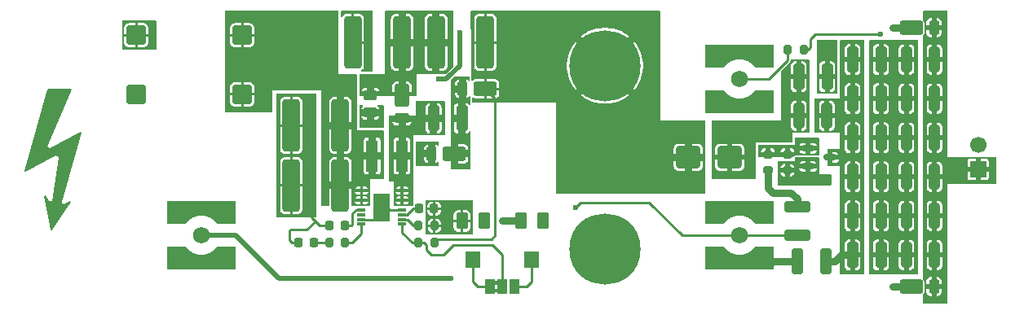
<source format=gbr>
%TF.GenerationSoftware,KiCad,Pcbnew,9.0.4*%
%TF.CreationDate,2025-09-18T09:53:14-07:00*%
%TF.ProjectId,bigpulse,62696770-756c-4736-952e-6b696361645f,rev?*%
%TF.SameCoordinates,Original*%
%TF.FileFunction,Copper,L1,Top*%
%TF.FilePolarity,Positive*%
%FSLAX46Y46*%
G04 Gerber Fmt 4.6, Leading zero omitted, Abs format (unit mm)*
G04 Created by KiCad (PCBNEW 9.0.4) date 2025-09-18 09:53:14*
%MOMM*%
%LPD*%
G01*
G04 APERTURE LIST*
G04 Aperture macros list*
%AMRoundRect*
0 Rectangle with rounded corners*
0 $1 Rounding radius*
0 $2 $3 $4 $5 $6 $7 $8 $9 X,Y pos of 4 corners*
0 Add a 4 corners polygon primitive as box body*
4,1,4,$2,$3,$4,$5,$6,$7,$8,$9,$2,$3,0*
0 Add four circle primitives for the rounded corners*
1,1,$1+$1,$2,$3*
1,1,$1+$1,$4,$5*
1,1,$1+$1,$6,$7*
1,1,$1+$1,$8,$9*
0 Add four rect primitives between the rounded corners*
20,1,$1+$1,$2,$3,$4,$5,0*
20,1,$1+$1,$4,$5,$6,$7,0*
20,1,$1+$1,$6,$7,$8,$9,0*
20,1,$1+$1,$8,$9,$2,$3,0*%
%AMFreePoly0*
4,1,25,-1.500000,1.420000,-1.360000,1.280000,-1.205000,1.155000,-1.035000,1.045000,-0.860000,0.950000,-0.675000,0.875000,-0.480000,0.820000,-0.280000,0.780000,-0.085000,0.765000,0.085000,0.765000,0.280000,0.780000,0.480000,0.820000,0.675000,0.875000,0.860000,0.950000,1.035000,1.045000,1.205000,1.155000,1.360000,1.280000,1.500000,1.420000,1.645000,1.595000,3.555000,1.595000,
3.555000,-0.755000,-3.555000,-0.755000,-3.555000,1.595000,-1.645000,1.595000,-1.500000,1.420000,-1.500000,1.420000,$1*%
G04 Aperture macros list end*
%TA.AperFunction,EtchedComponent*%
%ADD10C,0.000000*%
%TD*%
%TA.AperFunction,EtchedComponent*%
%ADD11C,0.200000*%
%TD*%
%TA.AperFunction,SMDPad,CuDef*%
%ADD12RoundRect,0.150000X-0.512500X-0.150000X0.512500X-0.150000X0.512500X0.150000X-0.512500X0.150000X0*%
%TD*%
%TA.AperFunction,SMDPad,CuDef*%
%ADD13RoundRect,0.250000X0.325000X1.100000X-0.325000X1.100000X-0.325000X-1.100000X0.325000X-1.100000X0*%
%TD*%
%TA.AperFunction,SMDPad,CuDef*%
%ADD14R,1.000000X1.500000*%
%TD*%
%TA.AperFunction,SMDPad,CuDef*%
%ADD15RoundRect,0.250000X-0.325000X-1.100000X0.325000X-1.100000X0.325000X1.100000X-0.325000X1.100000X0*%
%TD*%
%TA.AperFunction,ComponentPad*%
%ADD16C,0.800000*%
%TD*%
%TA.AperFunction,ComponentPad*%
%ADD17C,7.400000*%
%TD*%
%TA.AperFunction,SMDPad,CuDef*%
%ADD18RoundRect,0.200000X-0.200000X-0.275000X0.200000X-0.275000X0.200000X0.275000X-0.200000X0.275000X0*%
%TD*%
%TA.AperFunction,SMDPad,CuDef*%
%ADD19RoundRect,0.250000X-0.650000X-2.450000X0.650000X-2.450000X0.650000X2.450000X-0.650000X2.450000X0*%
%TD*%
%TA.AperFunction,SMDPad,CuDef*%
%ADD20RoundRect,0.250000X-0.312500X-1.075000X0.312500X-1.075000X0.312500X1.075000X-0.312500X1.075000X0*%
%TD*%
%TA.AperFunction,SMDPad,CuDef*%
%ADD21RoundRect,0.225000X0.225000X0.250000X-0.225000X0.250000X-0.225000X-0.250000X0.225000X-0.250000X0*%
%TD*%
%TA.AperFunction,SMDPad,CuDef*%
%ADD22RoundRect,0.250000X0.650000X2.450000X-0.650000X2.450000X-0.650000X-2.450000X0.650000X-2.450000X0*%
%TD*%
%TA.AperFunction,SMDPad,CuDef*%
%ADD23RoundRect,0.250000X0.750000X0.750000X-0.750000X0.750000X-0.750000X-0.750000X0.750000X-0.750000X0*%
%TD*%
%TA.AperFunction,SMDPad,CuDef*%
%ADD24RoundRect,0.250000X-0.350000X-0.625000X0.350000X-0.625000X0.350000X0.625000X-0.350000X0.625000X0*%
%TD*%
%TA.AperFunction,SMDPad,CuDef*%
%ADD25RoundRect,0.250000X-0.550000X-0.625000X0.550000X-0.625000X0.550000X0.625000X-0.550000X0.625000X0*%
%TD*%
%TA.AperFunction,SMDPad,CuDef*%
%ADD26RoundRect,0.253000X-0.347000X-0.622000X0.347000X-0.622000X0.347000X0.622000X-0.347000X0.622000X0*%
%TD*%
%TA.AperFunction,SMDPad,CuDef*%
%ADD27RoundRect,0.200000X0.200000X0.275000X-0.200000X0.275000X-0.200000X-0.275000X0.200000X-0.275000X0*%
%TD*%
%TA.AperFunction,SMDPad,CuDef*%
%ADD28RoundRect,0.250000X1.000000X0.900000X-1.000000X0.900000X-1.000000X-0.900000X1.000000X-0.900000X0*%
%TD*%
%TA.AperFunction,SMDPad,CuDef*%
%ADD29RoundRect,0.076250X-0.368250X-0.076250X0.368250X-0.076250X0.368250X0.076250X-0.368250X0.076250X0*%
%TD*%
%TA.AperFunction,HeatsinkPad*%
%ADD30C,0.550000*%
%TD*%
%TA.AperFunction,HeatsinkPad*%
%ADD31R,1.651000X2.845000*%
%TD*%
%TA.AperFunction,SMDPad,CuDef*%
%ADD32C,1.730000*%
%TD*%
%TA.AperFunction,SMDPad,CuDef*%
%ADD33FreePoly0,0.000000*%
%TD*%
%TA.AperFunction,SMDPad,CuDef*%
%ADD34FreePoly0,180.000000*%
%TD*%
%TA.AperFunction,ComponentPad*%
%ADD35R,1.700000X1.700000*%
%TD*%
%TA.AperFunction,ComponentPad*%
%ADD36C,1.700000*%
%TD*%
%TA.AperFunction,SMDPad,CuDef*%
%ADD37RoundRect,0.250000X0.950000X0.500000X-0.950000X0.500000X-0.950000X-0.500000X0.950000X-0.500000X0*%
%TD*%
%TA.AperFunction,SMDPad,CuDef*%
%ADD38RoundRect,0.250000X0.275000X0.500000X-0.275000X0.500000X-0.275000X-0.500000X0.275000X-0.500000X0*%
%TD*%
%TA.AperFunction,SMDPad,CuDef*%
%ADD39RoundRect,0.200000X-0.275000X0.200000X-0.275000X-0.200000X0.275000X-0.200000X0.275000X0.200000X0*%
%TD*%
%TA.AperFunction,SMDPad,CuDef*%
%ADD40RoundRect,0.250000X-0.950000X-0.500000X0.950000X-0.500000X0.950000X0.500000X-0.950000X0.500000X0*%
%TD*%
%TA.AperFunction,SMDPad,CuDef*%
%ADD41RoundRect,0.250000X-0.275000X-0.500000X0.275000X-0.500000X0.275000X0.500000X-0.275000X0.500000X0*%
%TD*%
%TA.AperFunction,SMDPad,CuDef*%
%ADD42RoundRect,0.250000X0.450000X-0.262500X0.450000X0.262500X-0.450000X0.262500X-0.450000X-0.262500X0*%
%TD*%
%TA.AperFunction,SMDPad,CuDef*%
%ADD43RoundRect,0.200000X0.275000X-0.200000X0.275000X0.200000X-0.275000X0.200000X-0.275000X-0.200000X0*%
%TD*%
%TA.AperFunction,SMDPad,CuDef*%
%ADD44RoundRect,0.250000X1.100000X-0.325000X1.100000X0.325000X-1.100000X0.325000X-1.100000X-0.325000X0*%
%TD*%
%TA.AperFunction,SMDPad,CuDef*%
%ADD45R,1.200000X3.300000*%
%TD*%
%TA.AperFunction,SMDPad,CuDef*%
%ADD46RoundRect,0.250000X0.500000X-0.950000X0.500000X0.950000X-0.500000X0.950000X-0.500000X-0.950000X0*%
%TD*%
%TA.AperFunction,SMDPad,CuDef*%
%ADD47RoundRect,0.250000X0.500000X-0.275000X0.500000X0.275000X-0.500000X0.275000X-0.500000X-0.275000X0*%
%TD*%
%TA.AperFunction,SMDPad,CuDef*%
%ADD48RoundRect,0.225000X-0.225000X-0.250000X0.225000X-0.250000X0.225000X0.250000X-0.225000X0.250000X0*%
%TD*%
%TA.AperFunction,ViaPad*%
%ADD49C,0.600000*%
%TD*%
%TA.AperFunction,Conductor*%
%ADD50C,0.762000*%
%TD*%
%TA.AperFunction,Conductor*%
%ADD51C,0.254000*%
%TD*%
%TA.AperFunction,Conductor*%
%ADD52C,0.508000*%
%TD*%
G04 APERTURE END LIST*
D10*
%TA.AperFunction,EtchedComponent*%
%TO.C,JP1*%
G36*
X179432000Y-114862000D02*
G01*
X178932000Y-114862000D01*
X178932000Y-114462000D01*
X179432000Y-114462000D01*
X179432000Y-114862000D01*
G37*
%TD.AperFunction*%
%TA.AperFunction,EtchedComponent*%
G36*
X179432000Y-115662000D02*
G01*
X178932000Y-115662000D01*
X178932000Y-115262000D01*
X179432000Y-115262000D01*
X179432000Y-115662000D01*
G37*
%TD.AperFunction*%
D11*
%TO.C,REF\u002A\u002A*%
X134420000Y-106580000D02*
X133016624Y-109101000D01*
X132580000Y-106140000D01*
X134420000Y-106580000D01*
%TA.AperFunction,EtchedComponent*%
G36*
X134420000Y-106580000D02*
G01*
X133016624Y-109101000D01*
X132580000Y-106140000D01*
X134420000Y-106580000D01*
G37*
%TD.AperFunction*%
X133900000Y-101620000D02*
X133480000Y-101320000D01*
X133969125Y-101052375D01*
X133900000Y-101620000D01*
%TA.AperFunction,EtchedComponent*%
G36*
X133900000Y-101620000D02*
G01*
X133480000Y-101320000D01*
X133969125Y-101052375D01*
X133900000Y-101620000D01*
G37*
%TD.AperFunction*%
X132830000Y-100790000D02*
X132207000Y-101100000D01*
X132467317Y-100466526D01*
X132830000Y-100790000D01*
%TA.AperFunction,EtchedComponent*%
G36*
X132830000Y-100790000D02*
G01*
X132207000Y-101100000D01*
X132467317Y-100466526D01*
X132830000Y-100790000D01*
G37*
%TD.AperFunction*%
X132470000Y-100460000D02*
X132467317Y-100466526D01*
X132460000Y-100460000D01*
X132470000Y-100460000D01*
%TA.AperFunction,EtchedComponent*%
G36*
X132470000Y-100460000D02*
G01*
X132467317Y-100466526D01*
X132460000Y-100460000D01*
X132470000Y-100460000D01*
G37*
%TD.AperFunction*%
X132207000Y-101100000D02*
X136016999Y-99052125D01*
X133873874Y-106862625D01*
X134969250Y-106195875D01*
X133016624Y-109101000D01*
X132302250Y-105672001D01*
X133064249Y-106719750D01*
X133969125Y-101052375D01*
X130301999Y-103005001D01*
X132683249Y-94575375D01*
X135016874Y-94575375D01*
X132207000Y-101100000D01*
%TA.AperFunction,EtchedComponent*%
G36*
X132207000Y-101100000D02*
G01*
X136016999Y-99052125D01*
X133873874Y-106862625D01*
X134969250Y-106195875D01*
X133016624Y-109101000D01*
X132302250Y-105672001D01*
X133064249Y-106719750D01*
X133969125Y-101052375D01*
X130301999Y-103005001D01*
X132683249Y-94575375D01*
X135016874Y-94575375D01*
X132207000Y-101100000D01*
G37*
%TD.AperFunction*%
%TD*%
D12*
%TO.P,Q1,1,B*%
%TO.N,/TRIG*%
X211587500Y-100650000D03*
%TO.P,Q1,2,E*%
%TO.N,GNDPWR*%
X211587500Y-102550000D03*
%TO.P,Q1,3,C*%
%TO.N,/SHAPER_IN*%
X213862500Y-101600000D03*
%TD*%
D13*
%TO.P,C13,1*%
%TO.N,/SHAPER_IN*%
X213438000Y-112395000D03*
%TO.P,C13,2*%
%TO.N,GNDPWR*%
X210488000Y-112395000D03*
%TD*%
D14*
%TO.P,JP1,1,A*%
%TO.N,Net-(JP1-A)*%
X178532000Y-115062000D03*
%TO.P,JP1,2,C*%
%TO.N,Net-(JP1-C)*%
X179832000Y-115062000D03*
%TO.P,JP1,3,B*%
%TO.N,Net-(JP1-B)*%
X181132000Y-115062000D03*
%TD*%
D15*
%TO.P,C1,1*%
%TO.N,/PDEC*%
X210615000Y-93218000D03*
%TO.P,C1,2*%
%TO.N,GNDPWR*%
X213565000Y-93218000D03*
%TD*%
D16*
%TO.P,J3,1,Pin_1*%
%TO.N,+VDC*%
X187725000Y-92075000D03*
X188537779Y-90112779D03*
X188537779Y-94037221D03*
X190500000Y-89300000D03*
D17*
X190500000Y-92075000D03*
D16*
X190500000Y-94850000D03*
X192462221Y-90112779D03*
X192462221Y-94037221D03*
X193275000Y-92075000D03*
%TD*%
D18*
%TO.P,R14,1*%
%TO.N,Net-(R14-Pad1)*%
X209474800Y-90424000D03*
%TO.P,R14,2*%
%TO.N,/SENSE+*%
X211124800Y-90424000D03*
%TD*%
%TO.P,R23,1*%
%TO.N,Net-(U1-RT)*%
X171133000Y-108712000D03*
%TO.P,R23,2*%
%TO.N,GND*%
X172783000Y-108712000D03*
%TD*%
D19*
%TO.P,C20,1*%
%TO.N,Net-(D4-K)*%
X172964000Y-89662000D03*
%TO.P,C20,2*%
%TO.N,+VDC*%
X178064000Y-89662000D03*
%TD*%
D20*
%TO.P,R6,1*%
%TO.N,/SHAPER_INTER*%
X221803500Y-107696000D03*
%TO.P,R6,2*%
%TO.N,/SHAPER_OUT*%
X224728500Y-107696000D03*
%TD*%
D21*
%TO.P,C16,1*%
%TO.N,Net-(U1-INTVcc)*%
X163462000Y-108712000D03*
%TO.P,C16,2*%
%TO.N,GND*%
X161912000Y-108712000D03*
%TD*%
D15*
%TO.P,C6,1*%
%TO.N,/SHAPER_IN*%
X216203000Y-107696000D03*
%TO.P,C6,2*%
%TO.N,/SHAPER_INTER*%
X219153000Y-107696000D03*
%TD*%
D20*
%TO.P,R4,1*%
%TO.N,/SHAPER_INTER*%
X221803500Y-99568000D03*
%TO.P,R4,2*%
%TO.N,/SHAPER_OUT*%
X224728500Y-99568000D03*
%TD*%
D16*
%TO.P,J4,1,Pin_1*%
%TO.N,GNDPWR*%
X187725000Y-111125000D03*
X188537779Y-109162779D03*
X188537779Y-113087221D03*
X190500000Y-108350000D03*
D17*
X190500000Y-111125000D03*
D16*
X190500000Y-113900000D03*
X192462221Y-109162779D03*
X192462221Y-113087221D03*
X193275000Y-111125000D03*
%TD*%
D22*
%TO.P,C18,1*%
%TO.N,+12V*%
X163014000Y-104521000D03*
%TO.P,C18,2*%
%TO.N,GND*%
X157914000Y-104521000D03*
%TD*%
D20*
%TO.P,R7,1*%
%TO.N,/SHAPER_INTER*%
X221803500Y-111760000D03*
%TO.P,R7,2*%
%TO.N,/SHAPER_OUT*%
X224728500Y-111760000D03*
%TD*%
%TO.P,R3,1*%
%TO.N,/SHAPER_INTER*%
X221803500Y-95504000D03*
%TO.P,R3,2*%
%TO.N,/SHAPER_OUT*%
X224728500Y-95504000D03*
%TD*%
D23*
%TO.P,J2,1*%
%TO.N,+12V*%
X152820000Y-95050000D03*
X152820000Y-88900000D03*
%TO.P,J2,2*%
%TO.N,GND*%
X141820000Y-88900000D03*
%TO.P,J2,3*%
%TO.N,N/C*%
X141820000Y-95050000D03*
%TD*%
D24*
%TO.P,RV2,1,1*%
%TO.N,GND*%
X181730000Y-108211000D03*
D25*
%TO.P,RV2,2,2*%
%TO.N,Net-(JP1-B)*%
X182880000Y-112261000D03*
D26*
%TO.P,RV2,3,3*%
%TO.N,unconnected-(RV2-Pad3)*%
X184030000Y-108211000D03*
%TD*%
D27*
%TO.P,R24,1*%
%TO.N,Net-(U1-Vc)*%
X163512000Y-110490000D03*
%TO.P,R24,2*%
%TO.N,Net-(C15-Pad1)*%
X161862000Y-110490000D03*
%TD*%
D28*
%TO.P,D1,1,K*%
%TO.N,/PDEC*%
X203445000Y-101600000D03*
%TO.P,D1,2,A*%
%TO.N,+VDC*%
X199145000Y-101600000D03*
%TD*%
D29*
%TO.P,U1,1,EN*%
%TO.N,+12V*%
X165214000Y-105057000D03*
%TO.P,U1,3,Vin*%
X165214000Y-106057000D03*
%TO.P,U1,5,INTVcc*%
%TO.N,Net-(U1-INTVcc)*%
X165214000Y-107057000D03*
%TO.P,U1,6*%
%TO.N,N/C*%
X165214000Y-107557000D03*
%TO.P,U1,7,BIAS*%
%TO.N,GND*%
X165214000Y-108057000D03*
%TO.P,U1,8,Vc*%
%TO.N,Net-(U1-Vc)*%
X165214000Y-108557000D03*
%TO.P,U1,9,FBX*%
%TO.N,Net-(JP1-C)*%
X169425000Y-108557000D03*
%TO.P,U1,10,RT*%
%TO.N,Net-(U1-RT)*%
X169425000Y-108057000D03*
%TO.P,U1,11,SS*%
%TO.N,Net-(U1-SS)*%
X169425000Y-107557000D03*
%TO.P,U1,12,SYNC/MODE*%
%TO.N,GND*%
X169425000Y-107057000D03*
%TO.P,U1,14,SW2*%
%TO.N,/SW*%
X169425000Y-106057000D03*
%TO.P,U1,16,SW1*%
X169425000Y-105057000D03*
D30*
%TO.P,U1,17,GND*%
%TO.N,GND*%
X166769000Y-105659500D03*
X166769000Y-106807000D03*
X166769000Y-107954500D03*
D31*
X167319500Y-106807000D03*
D30*
X167870000Y-105659500D03*
X167870000Y-106807000D03*
X167870000Y-107954500D03*
%TD*%
D32*
%TO.P,TP2,1,1*%
%TO.N,Net-(U2-OUTA)*%
X204470000Y-109728000D03*
D33*
%TO.P,TP2,2,2*%
%TO.N,GNDPWR*%
X204470000Y-112528000D03*
D34*
X204470000Y-106928000D03*
%TD*%
D24*
%TO.P,RV1,1,1*%
%TO.N,GND*%
X175634000Y-108211000D03*
D25*
%TO.P,RV1,2,2*%
%TO.N,Net-(JP1-A)*%
X176784000Y-112261000D03*
D26*
%TO.P,RV1,3,3*%
%TO.N,unconnected-(RV1-Pad3)*%
X177934000Y-108211000D03*
%TD*%
D35*
%TO.P,LD1,1,C*%
%TO.N,/SHAPER_OUT*%
X229235000Y-102870000D03*
D36*
%TO.P,LD1,2,A*%
%TO.N,/SENSE+*%
X229235000Y-100330000D03*
%TD*%
D37*
%TO.P,D3,1,K*%
%TO.N,GNDPWR*%
X222289000Y-88138000D03*
D38*
%TO.P,D3,2,A*%
%TO.N,/SHAPER_OUT*%
X224664000Y-88138000D03*
%TD*%
D15*
%TO.P,C2,1*%
%TO.N,/SHAPER_IN*%
X216203000Y-91440000D03*
%TO.P,C2,2*%
%TO.N,/SHAPER_INTER*%
X219153000Y-91440000D03*
%TD*%
D20*
%TO.P,R5,1*%
%TO.N,/SHAPER_INTER*%
X221803500Y-103632000D03*
%TO.P,R5,2*%
%TO.N,/SHAPER_OUT*%
X224728500Y-103632000D03*
%TD*%
D39*
%TO.P,R18,1*%
%TO.N,/TRIG*%
X209423000Y-101283000D03*
%TO.P,R18,2*%
%TO.N,GNDPWR*%
X209423000Y-102933000D03*
%TD*%
D32*
%TO.P,J1,1,In*%
%TO.N,Net-(J1-In)*%
X148590000Y-109728000D03*
D34*
%TO.P,J1,2,Ext*%
%TO.N,GND*%
X148590000Y-106928000D03*
D33*
X148590000Y-112528000D03*
%TD*%
D15*
%TO.P,C5,1*%
%TO.N,/SHAPER_IN*%
X216203000Y-103632000D03*
%TO.P,C5,2*%
%TO.N,/SHAPER_INTER*%
X219153000Y-103632000D03*
%TD*%
D40*
%TO.P,D5,1,K*%
%TO.N,Net-(D5-K)*%
X174840000Y-101219000D03*
D41*
%TO.P,D5,2,A*%
%TO.N,Net-(D5-A)*%
X172465000Y-101219000D03*
%TD*%
D42*
%TO.P,R26,1*%
%TO.N,Net-(D5-A)*%
X166116000Y-96948000D03*
%TO.P,R26,2*%
%TO.N,Net-(D4-K)*%
X166116000Y-95123000D03*
%TD*%
D15*
%TO.P,C3,1*%
%TO.N,/SHAPER_IN*%
X216203000Y-95504000D03*
%TO.P,C3,2*%
%TO.N,/SHAPER_INTER*%
X219153000Y-95504000D03*
%TD*%
%TO.P,C7,1*%
%TO.N,/SHAPER_IN*%
X216203000Y-111760000D03*
%TO.P,C7,2*%
%TO.N,/SHAPER_INTER*%
X219153000Y-111760000D03*
%TD*%
D21*
%TO.P,C15,1*%
%TO.N,Net-(C15-Pad1)*%
X160223000Y-110490000D03*
%TO.P,C15,2*%
%TO.N,GND*%
X158673000Y-110490000D03*
%TD*%
D20*
%TO.P,R1,1*%
%TO.N,/PDEC*%
X210627500Y-97282000D03*
%TO.P,R1,2*%
%TO.N,/SHAPER_IN*%
X213552500Y-97282000D03*
%TD*%
D19*
%TO.P,C21,1*%
%TO.N,GND*%
X164318000Y-89662000D03*
%TO.P,C21,2*%
%TO.N,Net-(D4-K)*%
X169418000Y-89662000D03*
%TD*%
D43*
%TO.P,R15,1*%
%TO.N,Net-(C8-Pad2)*%
X207391000Y-102933000D03*
%TO.P,R15,2*%
%TO.N,/TRIG*%
X207391000Y-101283000D03*
%TD*%
D37*
%TO.P,D2,1,K*%
%TO.N,GNDPWR*%
X222288000Y-115062000D03*
D38*
%TO.P,D2,2,A*%
%TO.N,/SHAPER_OUT*%
X224663000Y-115062000D03*
%TD*%
D15*
%TO.P,C4,1*%
%TO.N,/SHAPER_IN*%
X216203000Y-99568000D03*
%TO.P,C4,2*%
%TO.N,/SHAPER_INTER*%
X219153000Y-99568000D03*
%TD*%
D44*
%TO.P,C8,1*%
%TO.N,Net-(U2-OUTA)*%
X210439000Y-109728000D03*
%TO.P,C8,2*%
%TO.N,Net-(C8-Pad2)*%
X210439000Y-106778000D03*
%TD*%
D22*
%TO.P,C17,1*%
%TO.N,+12V*%
X163014000Y-98298000D03*
%TO.P,C17,2*%
%TO.N,GND*%
X157914000Y-98298000D03*
%TD*%
D15*
%TO.P,C19,1*%
%TO.N,/SW*%
X172691000Y-97536000D03*
%TO.P,C19,2*%
%TO.N,Net-(D5-K)*%
X175641000Y-97536000D03*
%TD*%
D45*
%TO.P,L1,1,1*%
%TO.N,+12V*%
X166318000Y-101473000D03*
%TO.P,L1,2,2*%
%TO.N,/SW*%
X169418000Y-101473000D03*
%TD*%
D46*
%TO.P,D4,1,K*%
%TO.N,Net-(D4-K)*%
X169418000Y-95161000D03*
D47*
%TO.P,D4,2,A*%
%TO.N,/SW*%
X169418000Y-97536000D03*
%TD*%
D48*
%TO.P,C14,1*%
%TO.N,Net-(U1-SS)*%
X171183000Y-106934000D03*
%TO.P,C14,2*%
%TO.N,GND*%
X172733000Y-106934000D03*
%TD*%
D40*
%TO.P,D6,1,K*%
%TO.N,+VDC*%
X178054000Y-94488000D03*
D41*
%TO.P,D6,2,A*%
%TO.N,Net-(D5-K)*%
X175679000Y-94488000D03*
%TD*%
D18*
%TO.P,R25,1*%
%TO.N,Net-(JP1-C)*%
X171133000Y-110490000D03*
%TO.P,R25,2*%
%TO.N,+VDC*%
X172783000Y-110490000D03*
%TD*%
D20*
%TO.P,R2,1*%
%TO.N,/SHAPER_INTER*%
X221803500Y-91440000D03*
%TO.P,R2,2*%
%TO.N,/SHAPER_OUT*%
X224728500Y-91440000D03*
%TD*%
D32*
%TO.P,TP1,1,1*%
%TO.N,Net-(R14-Pad1)*%
X204470000Y-93472000D03*
D34*
%TO.P,TP1,2,2*%
%TO.N,GNDPWR*%
X204470000Y-90672000D03*
D33*
X204470000Y-96272000D03*
%TD*%
D49*
%TO.N,GNDPWR*%
X202565000Y-90551000D03*
X211455000Y-104140000D03*
X205740000Y-90551000D03*
X205740000Y-96393000D03*
X206375000Y-112649000D03*
X206375000Y-106680000D03*
X207645000Y-96393000D03*
X203835000Y-112649000D03*
X202565000Y-112649000D03*
X222289000Y-88138000D03*
X214249000Y-90170000D03*
X212979000Y-90170000D03*
X210820000Y-104140000D03*
X201295000Y-90551000D03*
X213614000Y-90805000D03*
X213360000Y-104140000D03*
X201295000Y-106680000D03*
X202565000Y-96393000D03*
X207010000Y-96393000D03*
X205740000Y-106680000D03*
X205105000Y-90551000D03*
X201930000Y-106680000D03*
X205105000Y-106680000D03*
X207010000Y-90551000D03*
X209550000Y-104140000D03*
X206375000Y-90551000D03*
X212979000Y-90805000D03*
X207645000Y-106680000D03*
X210185000Y-104140000D03*
X203200000Y-90551000D03*
X201295000Y-96393000D03*
X203835000Y-90551000D03*
X203200000Y-112649000D03*
X207010000Y-112649000D03*
X204470000Y-96393000D03*
X207645000Y-112649000D03*
X222288000Y-115062000D03*
X212725000Y-104140000D03*
X204470000Y-112649000D03*
X205740000Y-112649000D03*
X203835000Y-106680000D03*
X201930000Y-112649000D03*
X201930000Y-90551000D03*
X202565000Y-106680000D03*
X201295000Y-112649000D03*
X213614000Y-90170000D03*
X203200000Y-96393000D03*
X204470000Y-106680000D03*
X208915000Y-104140000D03*
X220345000Y-88138000D03*
X201930000Y-96393000D03*
X205105000Y-96393000D03*
X220345000Y-115062000D03*
X205105000Y-112649000D03*
X203200000Y-106680000D03*
X206375000Y-96393000D03*
X207645000Y-90551000D03*
X203835000Y-96393000D03*
X212090000Y-104140000D03*
X207010000Y-106680000D03*
X214249000Y-90805000D03*
X204470000Y-90551000D03*
%TO.N,Net-(U2-OUTA)*%
X187452000Y-106807000D03*
%TO.N,Net-(J1-In)*%
X174498000Y-114173000D03*
%TO.N,GND*%
X149225000Y-106934000D03*
X149860000Y-106934000D03*
X143510000Y-88900000D03*
X146050000Y-112395000D03*
X143510000Y-89662000D03*
X160020000Y-103886000D03*
X179832000Y-108204000D03*
X160020000Y-100203000D03*
X146050000Y-106934000D03*
X173990000Y-106934000D03*
X165735000Y-89662000D03*
X160020000Y-101981000D03*
X148590000Y-112395000D03*
X160020000Y-106426000D03*
X160020000Y-100838000D03*
X160020000Y-98933000D03*
X165735000Y-91948000D03*
X160020000Y-99568000D03*
X146685000Y-112395000D03*
X148590000Y-106934000D03*
X160020000Y-105791000D03*
X150495000Y-106934000D03*
X151130000Y-112395000D03*
X160020000Y-96393000D03*
X160020000Y-107061000D03*
X160020000Y-105156000D03*
X160020000Y-98298000D03*
X173990000Y-107823000D03*
X160020000Y-97028000D03*
X143510000Y-88138000D03*
X173990000Y-108712000D03*
X165735000Y-90424000D03*
X160020000Y-103251000D03*
X149860000Y-112395000D03*
X151130000Y-106934000D03*
X149225000Y-112395000D03*
X160020000Y-102616000D03*
X146685000Y-106934000D03*
X165735000Y-91186000D03*
X160020000Y-104521000D03*
X147955000Y-112395000D03*
X165735000Y-88138000D03*
X150495000Y-112395000D03*
X147320000Y-112395000D03*
X147320000Y-106934000D03*
X165735000Y-88900000D03*
X160020000Y-97663000D03*
X147955000Y-106934000D03*
X160020000Y-95758000D03*
X165735000Y-87376000D03*
%TO.N,+12V*%
X173228000Y-93472000D03*
X175387000Y-88646000D03*
X162941000Y-94361000D03*
%TO.N,Net-(D5-A)*%
X166243000Y-98171000D03*
X171196000Y-100584000D03*
X171196000Y-101854000D03*
X166878000Y-98171000D03*
X171196000Y-101219000D03*
X165608000Y-98171000D03*
%TO.N,/SENSE+*%
X219075000Y-88773000D03*
%TD*%
D50*
%TO.N,GNDPWR*%
X222289000Y-88138000D02*
X220345000Y-88138000D01*
X210488000Y-112395000D02*
X207899000Y-112395000D01*
X207899000Y-112395000D02*
X207645000Y-112649000D01*
X222288000Y-115062000D02*
X220345000Y-115062000D01*
%TO.N,Net-(C8-Pad2)*%
X207391000Y-104775000D02*
X207899000Y-105283000D01*
X207899000Y-105283000D02*
X209804000Y-105283000D01*
X207391000Y-102933000D02*
X207391000Y-104775000D01*
X210439000Y-105918000D02*
X210439000Y-106778000D01*
X209804000Y-105283000D02*
X210439000Y-105918000D01*
D51*
%TO.N,Net-(U2-OUTA)*%
X204470000Y-109728000D02*
X210439000Y-109728000D01*
X198501000Y-109728000D02*
X204470000Y-109728000D01*
X195072000Y-106299000D02*
X198501000Y-109728000D01*
X187960000Y-106299000D02*
X195072000Y-106299000D01*
X187452000Y-106807000D02*
X187960000Y-106299000D01*
D52*
%TO.N,Net-(J1-In)*%
X152146000Y-109728000D02*
X155829000Y-113411000D01*
X148590000Y-109728000D02*
X152146000Y-109728000D01*
X155829000Y-113411000D02*
X156591000Y-114173000D01*
X156591000Y-114173000D02*
X174498000Y-114173000D01*
D51*
%TO.N,+VDC*%
X179070000Y-109728000D02*
X179070000Y-95504000D01*
X179070000Y-95504000D02*
X178054000Y-94488000D01*
X178689000Y-110109000D02*
X179070000Y-109728000D01*
X173164000Y-110109000D02*
X178689000Y-110109000D01*
X172783000Y-110490000D02*
X173164000Y-110109000D01*
%TO.N,Net-(U1-SS)*%
X170566308Y-106934000D02*
X171183000Y-106934000D01*
X169943308Y-107557000D02*
X170566308Y-106934000D01*
X169425000Y-107557000D02*
X169943308Y-107557000D01*
%TO.N,GND*%
X157683200Y-109270800D02*
X157810200Y-109143800D01*
X165214000Y-108057000D02*
X166666500Y-108057000D01*
X161912000Y-108712000D02*
X160858200Y-108712000D01*
X157810200Y-109143800D02*
X159537400Y-109143800D01*
X166666500Y-108057000D02*
X166769000Y-107954500D01*
X169425000Y-107057000D02*
X168120000Y-107057000D01*
D50*
X181730000Y-108211000D02*
X179839000Y-108211000D01*
D51*
X158673000Y-110490000D02*
X157937200Y-110490000D01*
X157937200Y-110490000D02*
X157683200Y-110236000D01*
X160020000Y-107873800D02*
X160020000Y-107061000D01*
X168120000Y-107057000D02*
X167870000Y-106807000D01*
X160858200Y-108712000D02*
X160413700Y-108267500D01*
X159537400Y-109143800D02*
X160413700Y-108267500D01*
X160413700Y-108267500D02*
X160020000Y-107873800D01*
X157683200Y-110236000D02*
X157683200Y-109270800D01*
D50*
X179839000Y-108211000D02*
X179832000Y-108204000D01*
D51*
%TO.N,Net-(C15-Pad1)*%
X161862000Y-110490000D02*
X160223000Y-110490000D01*
%TO.N,Net-(U1-INTVcc)*%
X163462000Y-108712000D02*
X164147000Y-108712000D01*
X164274000Y-108585000D02*
X164274000Y-107442000D01*
X164274000Y-107442000D02*
X164659000Y-107057000D01*
X164659000Y-107057000D02*
X165214000Y-107057000D01*
X164147000Y-108712000D02*
X164274000Y-108585000D01*
D52*
%TO.N,+12V*%
X175387000Y-92075000D02*
X175387000Y-88646000D01*
X173990000Y-93472000D02*
X174244000Y-93218000D01*
X173228000Y-93472000D02*
X173990000Y-93472000D01*
X174244000Y-93218000D02*
X175387000Y-92075000D01*
D51*
%TO.N,Net-(JP1-A)*%
X176784000Y-112261000D02*
X176784000Y-114554000D01*
X176784000Y-114554000D02*
X177292000Y-115062000D01*
X177292000Y-115062000D02*
X178532000Y-115062000D01*
%TO.N,Net-(JP1-C)*%
X169425000Y-109418000D02*
X170497000Y-110490000D01*
X174752000Y-110744000D02*
X173736000Y-111760000D01*
X171704000Y-110490000D02*
X171958000Y-110744000D01*
X179832000Y-111760000D02*
X179070000Y-110998000D01*
X170497000Y-110490000D02*
X171133000Y-110490000D01*
X178816000Y-110744000D02*
X174752000Y-110744000D01*
X171958000Y-110744000D02*
X171958000Y-111252000D01*
X171958000Y-111252000D02*
X172466000Y-111760000D01*
X173736000Y-111760000D02*
X172466000Y-111760000D01*
X179832000Y-115062000D02*
X179832000Y-111760000D01*
X179070000Y-110998000D02*
X178816000Y-110744000D01*
X171133000Y-110490000D02*
X171704000Y-110490000D01*
X169425000Y-108557000D02*
X169425000Y-109418000D01*
%TO.N,Net-(JP1-B)*%
X182880000Y-112261000D02*
X182880000Y-114554000D01*
X182880000Y-114554000D02*
X182372000Y-115062000D01*
X182372000Y-115062000D02*
X181132000Y-115062000D01*
%TO.N,/SENSE+*%
X211582000Y-90424000D02*
X211836000Y-90170000D01*
X211836000Y-90170000D02*
X211836000Y-89281000D01*
X211836000Y-89281000D02*
X212344000Y-88773000D01*
X212344000Y-88773000D02*
X219075000Y-88773000D01*
X211124800Y-90424000D02*
X211582000Y-90424000D01*
%TO.N,Net-(R14-Pad1)*%
X209474800Y-91515200D02*
X207518000Y-93472000D01*
X207518000Y-93472000D02*
X204470000Y-93472000D01*
X209474800Y-90424000D02*
X209474800Y-91515200D01*
%TO.N,Net-(U1-RT)*%
X169425000Y-108057000D02*
X169969000Y-108057000D01*
X170624000Y-108712000D02*
X171133000Y-108712000D01*
X169969000Y-108057000D02*
X170624000Y-108712000D01*
%TO.N,Net-(U1-Vc)*%
X165214000Y-109550000D02*
X164274000Y-110490000D01*
X164274000Y-110490000D02*
X163512000Y-110490000D01*
X165214000Y-108557000D02*
X165214000Y-109550000D01*
D50*
%TO.N,/SHAPER_IN*%
X213438000Y-112395000D02*
X214376000Y-112395000D01*
X215011000Y-111760000D02*
X216203000Y-111760000D01*
X214376000Y-112395000D02*
X215011000Y-111760000D01*
%TD*%
%TA.AperFunction,Conductor*%
%TO.N,/TRIG*%
G36*
X212698138Y-99585593D02*
G01*
X212723858Y-99630142D01*
X212725000Y-99643200D01*
X212725000Y-101366900D01*
X212707407Y-101415238D01*
X212662858Y-101440958D01*
X212649800Y-101442100D01*
X210260200Y-101442100D01*
X210252959Y-101442415D01*
X210246434Y-101442700D01*
X210234690Y-101443727D01*
X210233385Y-101443842D01*
X210168193Y-101464396D01*
X210168192Y-101464396D01*
X210123644Y-101490115D01*
X210123640Y-101490118D01*
X210101092Y-101505907D01*
X210096443Y-101510557D01*
X210095332Y-101509446D01*
X210059637Y-101534438D01*
X210040176Y-101537000D01*
X208693999Y-101537000D01*
X208687019Y-101543979D01*
X208676407Y-101573138D01*
X208631858Y-101598858D01*
X208618800Y-101600000D01*
X208195200Y-101600000D01*
X208146862Y-101582407D01*
X208121528Y-101538527D01*
X208120001Y-101537000D01*
X206661999Y-101537000D01*
X206655206Y-101543792D01*
X206651925Y-101562400D01*
X206646728Y-101566760D01*
X206644407Y-101573138D01*
X206627484Y-101582907D01*
X206612520Y-101595465D01*
X206602751Y-101597187D01*
X206599858Y-101598858D01*
X206586800Y-101600000D01*
X206450200Y-101600000D01*
X206401862Y-101582407D01*
X206376142Y-101537858D01*
X206375000Y-101524800D01*
X206375000Y-101028305D01*
X206662000Y-101028305D01*
X206662000Y-101029000D01*
X207137000Y-101029000D01*
X207645000Y-101029000D01*
X208120000Y-101029000D01*
X208120000Y-101028308D01*
X208119999Y-101028305D01*
X208694000Y-101028305D01*
X208694000Y-101029000D01*
X209169000Y-101029000D01*
X209677000Y-101029000D01*
X210152000Y-101029000D01*
X210152000Y-101028308D01*
X210151999Y-101028305D01*
X210149124Y-100997649D01*
X210149122Y-100997640D01*
X210117182Y-100906358D01*
X210116357Y-100904000D01*
X210682436Y-100904000D01*
X210685982Y-100926396D01*
X210744083Y-101040425D01*
X210834574Y-101130916D01*
X210948600Y-101189015D01*
X210948598Y-101189015D01*
X211043206Y-101203999D01*
X211333500Y-101203999D01*
X211841500Y-101203999D01*
X212131789Y-101203999D01*
X212131797Y-101203998D01*
X212226400Y-101189015D01*
X212340425Y-101130916D01*
X212430916Y-101040425D01*
X212489015Y-100926397D01*
X212489016Y-100926396D01*
X212492564Y-100904000D01*
X211841500Y-100904000D01*
X211841500Y-101203999D01*
X211333500Y-101203999D01*
X211333500Y-100904000D01*
X210682436Y-100904000D01*
X210116357Y-100904000D01*
X210103923Y-100868466D01*
X210103921Y-100868463D01*
X210022652Y-100758347D01*
X209912536Y-100677078D01*
X209912533Y-100677076D01*
X209783359Y-100631877D01*
X209783350Y-100631875D01*
X209752694Y-100629000D01*
X209677000Y-100629000D01*
X209677000Y-101029000D01*
X209169000Y-101029000D01*
X209169000Y-100629000D01*
X209093305Y-100629000D01*
X209062649Y-100631875D01*
X209062640Y-100631877D01*
X208933466Y-100677076D01*
X208933463Y-100677078D01*
X208823347Y-100758347D01*
X208742078Y-100868463D01*
X208742076Y-100868466D01*
X208696877Y-100997640D01*
X208696875Y-100997649D01*
X208694000Y-101028305D01*
X208119999Y-101028305D01*
X208117124Y-100997649D01*
X208117122Y-100997640D01*
X208071923Y-100868466D01*
X208071921Y-100868463D01*
X207990652Y-100758347D01*
X207880536Y-100677078D01*
X207880533Y-100677076D01*
X207751359Y-100631877D01*
X207751350Y-100631875D01*
X207720694Y-100629000D01*
X207645000Y-100629000D01*
X207645000Y-101029000D01*
X207137000Y-101029000D01*
X207137000Y-100629000D01*
X207061305Y-100629000D01*
X207030649Y-100631875D01*
X207030640Y-100631877D01*
X206901466Y-100677076D01*
X206901463Y-100677078D01*
X206791347Y-100758347D01*
X206710078Y-100868463D01*
X206710076Y-100868466D01*
X206664877Y-100997640D01*
X206664875Y-100997649D01*
X206662000Y-101028305D01*
X206375000Y-101028305D01*
X206375000Y-100405200D01*
X206378349Y-100395999D01*
X210682435Y-100395999D01*
X210682436Y-100396000D01*
X211333500Y-100396000D01*
X211841500Y-100396000D01*
X212492564Y-100396000D01*
X212492563Y-100395999D01*
X212489017Y-100373603D01*
X212430916Y-100259574D01*
X212340425Y-100169083D01*
X212226399Y-100110984D01*
X212226401Y-100110984D01*
X212131797Y-100096000D01*
X211841500Y-100096000D01*
X211841500Y-100396000D01*
X211333500Y-100396000D01*
X211333500Y-100096000D01*
X211043212Y-100096000D01*
X211043201Y-100096001D01*
X210948599Y-100110984D01*
X210834574Y-100169083D01*
X210744083Y-100259574D01*
X210685984Y-100373602D01*
X210685983Y-100373603D01*
X210682435Y-100395999D01*
X206378349Y-100395999D01*
X206392593Y-100356862D01*
X206437142Y-100331142D01*
X206450200Y-100330000D01*
X210185000Y-100330000D01*
X210185000Y-99643200D01*
X210202593Y-99594862D01*
X210247142Y-99569142D01*
X210260200Y-99568000D01*
X212649800Y-99568000D01*
X212698138Y-99585593D01*
G37*
%TD.AperFunction*%
%TD*%
%TA.AperFunction,Conductor*%
%TO.N,/SHAPER_INTER*%
G36*
X222985138Y-89425593D02*
G01*
X223010858Y-89470142D01*
X223012000Y-89483200D01*
X223012000Y-113716800D01*
X222994407Y-113765138D01*
X222949858Y-113790858D01*
X222936800Y-113792000D01*
X218007200Y-113792000D01*
X217958862Y-113774407D01*
X217933142Y-113729858D01*
X217932000Y-113716800D01*
X217932000Y-112908215D01*
X218324001Y-112908215D01*
X218330453Y-112968236D01*
X218330454Y-112968241D01*
X218381098Y-113104020D01*
X218381102Y-113104027D01*
X218467952Y-113220047D01*
X218583972Y-113306897D01*
X218583979Y-113306901D01*
X218719756Y-113357544D01*
X218719766Y-113357547D01*
X218779790Y-113363999D01*
X218899000Y-113363999D01*
X219407000Y-113363999D01*
X219526200Y-113363999D01*
X219526215Y-113363998D01*
X219586236Y-113357546D01*
X219586241Y-113357545D01*
X219722020Y-113306901D01*
X219722027Y-113306897D01*
X219838047Y-113220047D01*
X219924897Y-113104027D01*
X219924901Y-113104020D01*
X219975544Y-112968243D01*
X219975547Y-112968233D01*
X219981999Y-112908214D01*
X219982000Y-112908203D01*
X219982000Y-112883215D01*
X220987001Y-112883215D01*
X220993453Y-112943236D01*
X220993454Y-112943241D01*
X221044098Y-113079020D01*
X221044102Y-113079027D01*
X221130952Y-113195047D01*
X221246972Y-113281897D01*
X221246979Y-113281901D01*
X221382756Y-113332544D01*
X221382766Y-113332547D01*
X221442790Y-113338999D01*
X221549500Y-113338999D01*
X222057500Y-113338999D01*
X222164200Y-113338999D01*
X222164215Y-113338998D01*
X222224236Y-113332546D01*
X222224241Y-113332545D01*
X222360020Y-113281901D01*
X222360027Y-113281897D01*
X222476047Y-113195047D01*
X222562897Y-113079027D01*
X222562901Y-113079020D01*
X222613544Y-112943243D01*
X222613547Y-112943233D01*
X222619999Y-112883214D01*
X222620000Y-112883203D01*
X222620000Y-112014000D01*
X222057500Y-112014000D01*
X222057500Y-113338999D01*
X221549500Y-113338999D01*
X221549500Y-112014000D01*
X220987001Y-112014000D01*
X220987001Y-112883215D01*
X219982000Y-112883215D01*
X219982000Y-112014000D01*
X219407000Y-112014000D01*
X219407000Y-113363999D01*
X218899000Y-113363999D01*
X218899000Y-112014000D01*
X218324001Y-112014000D01*
X218324001Y-112908215D01*
X217932000Y-112908215D01*
X217932000Y-110611785D01*
X218324000Y-110611785D01*
X218324000Y-111506000D01*
X218899000Y-111506000D01*
X219407000Y-111506000D01*
X219981999Y-111506000D01*
X219981999Y-110636785D01*
X220987000Y-110636785D01*
X220987000Y-111506000D01*
X221549500Y-111506000D01*
X222057500Y-111506000D01*
X222619999Y-111506000D01*
X222619999Y-110636799D01*
X222619998Y-110636784D01*
X222613546Y-110576763D01*
X222613545Y-110576758D01*
X222562901Y-110440979D01*
X222562897Y-110440972D01*
X222476047Y-110324952D01*
X222360027Y-110238102D01*
X222360020Y-110238098D01*
X222224243Y-110187455D01*
X222224233Y-110187452D01*
X222164214Y-110181000D01*
X222057500Y-110181000D01*
X222057500Y-111506000D01*
X221549500Y-111506000D01*
X221549500Y-110181000D01*
X221442799Y-110181000D01*
X221442784Y-110181001D01*
X221382763Y-110187453D01*
X221382758Y-110187454D01*
X221246979Y-110238098D01*
X221246972Y-110238102D01*
X221130952Y-110324952D01*
X221044102Y-110440972D01*
X221044098Y-110440979D01*
X220993455Y-110576756D01*
X220993452Y-110576766D01*
X220987000Y-110636785D01*
X219981999Y-110636785D01*
X219981999Y-110611799D01*
X219981998Y-110611784D01*
X219975546Y-110551763D01*
X219975545Y-110551758D01*
X219924901Y-110415979D01*
X219924897Y-110415972D01*
X219838047Y-110299952D01*
X219722027Y-110213102D01*
X219722020Y-110213098D01*
X219586243Y-110162455D01*
X219586233Y-110162452D01*
X219526214Y-110156000D01*
X219407000Y-110156000D01*
X219407000Y-111506000D01*
X218899000Y-111506000D01*
X218899000Y-110156000D01*
X218779799Y-110156000D01*
X218779784Y-110156001D01*
X218719763Y-110162453D01*
X218719758Y-110162454D01*
X218583979Y-110213098D01*
X218583972Y-110213102D01*
X218467952Y-110299952D01*
X218381102Y-110415972D01*
X218381098Y-110415979D01*
X218330455Y-110551756D01*
X218330452Y-110551766D01*
X218324000Y-110611785D01*
X217932000Y-110611785D01*
X217932000Y-108844215D01*
X218324001Y-108844215D01*
X218330453Y-108904236D01*
X218330454Y-108904241D01*
X218381098Y-109040020D01*
X218381102Y-109040027D01*
X218467952Y-109156047D01*
X218583972Y-109242897D01*
X218583979Y-109242901D01*
X218719756Y-109293544D01*
X218719766Y-109293547D01*
X218779790Y-109299999D01*
X218899000Y-109299999D01*
X219407000Y-109299999D01*
X219526200Y-109299999D01*
X219526215Y-109299998D01*
X219586236Y-109293546D01*
X219586241Y-109293545D01*
X219722020Y-109242901D01*
X219722027Y-109242897D01*
X219838047Y-109156047D01*
X219924897Y-109040027D01*
X219924901Y-109040020D01*
X219975544Y-108904243D01*
X219975547Y-108904233D01*
X219981999Y-108844214D01*
X219982000Y-108844203D01*
X219982000Y-108819215D01*
X220987001Y-108819215D01*
X220993453Y-108879236D01*
X220993454Y-108879241D01*
X221044098Y-109015020D01*
X221044102Y-109015027D01*
X221130952Y-109131047D01*
X221246972Y-109217897D01*
X221246979Y-109217901D01*
X221382756Y-109268544D01*
X221382766Y-109268547D01*
X221442790Y-109274999D01*
X221549500Y-109274999D01*
X222057500Y-109274999D01*
X222164200Y-109274999D01*
X222164215Y-109274998D01*
X222224236Y-109268546D01*
X222224241Y-109268545D01*
X222360020Y-109217901D01*
X222360027Y-109217897D01*
X222476047Y-109131047D01*
X222562897Y-109015027D01*
X222562901Y-109015020D01*
X222613544Y-108879243D01*
X222613547Y-108879233D01*
X222619999Y-108819214D01*
X222620000Y-108819203D01*
X222620000Y-107950000D01*
X222057500Y-107950000D01*
X222057500Y-109274999D01*
X221549500Y-109274999D01*
X221549500Y-107950000D01*
X220987001Y-107950000D01*
X220987001Y-108819215D01*
X219982000Y-108819215D01*
X219982000Y-107950000D01*
X219407000Y-107950000D01*
X219407000Y-109299999D01*
X218899000Y-109299999D01*
X218899000Y-107950000D01*
X218324001Y-107950000D01*
X218324001Y-108844215D01*
X217932000Y-108844215D01*
X217932000Y-106547785D01*
X218324000Y-106547785D01*
X218324000Y-107442000D01*
X218899000Y-107442000D01*
X219407000Y-107442000D01*
X219981999Y-107442000D01*
X219981999Y-106572785D01*
X220987000Y-106572785D01*
X220987000Y-107442000D01*
X221549500Y-107442000D01*
X222057500Y-107442000D01*
X222619999Y-107442000D01*
X222619999Y-106572799D01*
X222619998Y-106572784D01*
X222613546Y-106512763D01*
X222613545Y-106512758D01*
X222562901Y-106376979D01*
X222562897Y-106376972D01*
X222476047Y-106260952D01*
X222360027Y-106174102D01*
X222360020Y-106174098D01*
X222224243Y-106123455D01*
X222224233Y-106123452D01*
X222164214Y-106117000D01*
X222057500Y-106117000D01*
X222057500Y-107442000D01*
X221549500Y-107442000D01*
X221549500Y-106117000D01*
X221442799Y-106117000D01*
X221442784Y-106117001D01*
X221382763Y-106123453D01*
X221382758Y-106123454D01*
X221246979Y-106174098D01*
X221246972Y-106174102D01*
X221130952Y-106260952D01*
X221044102Y-106376972D01*
X221044098Y-106376979D01*
X220993455Y-106512756D01*
X220993452Y-106512766D01*
X220987000Y-106572785D01*
X219981999Y-106572785D01*
X219981999Y-106547799D01*
X219981998Y-106547784D01*
X219975546Y-106487763D01*
X219975545Y-106487758D01*
X219924901Y-106351979D01*
X219924897Y-106351972D01*
X219838047Y-106235952D01*
X219722027Y-106149102D01*
X219722020Y-106149098D01*
X219586243Y-106098455D01*
X219586233Y-106098452D01*
X219526214Y-106092000D01*
X219407000Y-106092000D01*
X219407000Y-107442000D01*
X218899000Y-107442000D01*
X218899000Y-106092000D01*
X218779799Y-106092000D01*
X218779784Y-106092001D01*
X218719763Y-106098453D01*
X218719758Y-106098454D01*
X218583979Y-106149098D01*
X218583972Y-106149102D01*
X218467952Y-106235952D01*
X218381102Y-106351972D01*
X218381098Y-106351979D01*
X218330455Y-106487756D01*
X218330452Y-106487766D01*
X218324000Y-106547785D01*
X217932000Y-106547785D01*
X217932000Y-104780215D01*
X218324001Y-104780215D01*
X218330453Y-104840236D01*
X218330454Y-104840241D01*
X218381098Y-104976020D01*
X218381102Y-104976027D01*
X218467952Y-105092047D01*
X218583972Y-105178897D01*
X218583979Y-105178901D01*
X218719756Y-105229544D01*
X218719766Y-105229547D01*
X218779790Y-105235999D01*
X218899000Y-105235999D01*
X219407000Y-105235999D01*
X219526200Y-105235999D01*
X219526215Y-105235998D01*
X219586236Y-105229546D01*
X219586241Y-105229545D01*
X219722020Y-105178901D01*
X219722027Y-105178897D01*
X219838047Y-105092047D01*
X219924897Y-104976027D01*
X219924901Y-104976020D01*
X219975544Y-104840243D01*
X219975547Y-104840233D01*
X219981999Y-104780214D01*
X219982000Y-104780203D01*
X219982000Y-104755215D01*
X220987001Y-104755215D01*
X220993453Y-104815236D01*
X220993454Y-104815241D01*
X221044098Y-104951020D01*
X221044102Y-104951027D01*
X221130952Y-105067047D01*
X221246972Y-105153897D01*
X221246979Y-105153901D01*
X221382756Y-105204544D01*
X221382766Y-105204547D01*
X221442790Y-105210999D01*
X221549500Y-105210999D01*
X222057500Y-105210999D01*
X222164200Y-105210999D01*
X222164215Y-105210998D01*
X222224236Y-105204546D01*
X222224241Y-105204545D01*
X222360020Y-105153901D01*
X222360027Y-105153897D01*
X222476047Y-105067047D01*
X222562897Y-104951027D01*
X222562901Y-104951020D01*
X222613544Y-104815243D01*
X222613547Y-104815233D01*
X222619999Y-104755214D01*
X222620000Y-104755203D01*
X222620000Y-103886000D01*
X222057500Y-103886000D01*
X222057500Y-105210999D01*
X221549500Y-105210999D01*
X221549500Y-103886000D01*
X220987001Y-103886000D01*
X220987001Y-104755215D01*
X219982000Y-104755215D01*
X219982000Y-103886000D01*
X219407000Y-103886000D01*
X219407000Y-105235999D01*
X218899000Y-105235999D01*
X218899000Y-103886000D01*
X218324001Y-103886000D01*
X218324001Y-104780215D01*
X217932000Y-104780215D01*
X217932000Y-102483785D01*
X218324000Y-102483785D01*
X218324000Y-103378000D01*
X218899000Y-103378000D01*
X219407000Y-103378000D01*
X219981999Y-103378000D01*
X219981999Y-102508785D01*
X220987000Y-102508785D01*
X220987000Y-103378000D01*
X221549500Y-103378000D01*
X222057500Y-103378000D01*
X222619999Y-103378000D01*
X222619999Y-102508799D01*
X222619998Y-102508784D01*
X222613546Y-102448763D01*
X222613545Y-102448758D01*
X222562901Y-102312979D01*
X222562897Y-102312972D01*
X222476047Y-102196952D01*
X222360027Y-102110102D01*
X222360020Y-102110098D01*
X222224243Y-102059455D01*
X222224233Y-102059452D01*
X222164214Y-102053000D01*
X222057500Y-102053000D01*
X222057500Y-103378000D01*
X221549500Y-103378000D01*
X221549500Y-102053000D01*
X221442799Y-102053000D01*
X221442784Y-102053001D01*
X221382763Y-102059453D01*
X221382758Y-102059454D01*
X221246979Y-102110098D01*
X221246972Y-102110102D01*
X221130952Y-102196952D01*
X221044102Y-102312972D01*
X221044098Y-102312979D01*
X220993455Y-102448756D01*
X220993452Y-102448766D01*
X220987000Y-102508785D01*
X219981999Y-102508785D01*
X219981999Y-102483799D01*
X219981998Y-102483784D01*
X219975546Y-102423763D01*
X219975545Y-102423758D01*
X219924901Y-102287979D01*
X219924897Y-102287972D01*
X219838047Y-102171952D01*
X219722027Y-102085102D01*
X219722020Y-102085098D01*
X219586243Y-102034455D01*
X219586233Y-102034452D01*
X219526214Y-102028000D01*
X219407000Y-102028000D01*
X219407000Y-103378000D01*
X218899000Y-103378000D01*
X218899000Y-102028000D01*
X218779799Y-102028000D01*
X218779784Y-102028001D01*
X218719763Y-102034453D01*
X218719758Y-102034454D01*
X218583979Y-102085098D01*
X218583972Y-102085102D01*
X218467952Y-102171952D01*
X218381102Y-102287972D01*
X218381098Y-102287979D01*
X218330455Y-102423756D01*
X218330452Y-102423766D01*
X218324000Y-102483785D01*
X217932000Y-102483785D01*
X217932000Y-100716215D01*
X218324001Y-100716215D01*
X218330453Y-100776236D01*
X218330454Y-100776241D01*
X218381098Y-100912020D01*
X218381102Y-100912027D01*
X218467952Y-101028047D01*
X218583972Y-101114897D01*
X218583979Y-101114901D01*
X218719756Y-101165544D01*
X218719766Y-101165547D01*
X218779790Y-101171999D01*
X218899000Y-101171999D01*
X219407000Y-101171999D01*
X219526200Y-101171999D01*
X219526215Y-101171998D01*
X219586236Y-101165546D01*
X219586241Y-101165545D01*
X219722020Y-101114901D01*
X219722027Y-101114897D01*
X219838047Y-101028047D01*
X219924897Y-100912027D01*
X219924901Y-100912020D01*
X219975544Y-100776243D01*
X219975547Y-100776233D01*
X219981999Y-100716214D01*
X219982000Y-100716203D01*
X219982000Y-100691215D01*
X220987001Y-100691215D01*
X220993453Y-100751236D01*
X220993454Y-100751241D01*
X221044098Y-100887020D01*
X221044102Y-100887027D01*
X221130952Y-101003047D01*
X221246972Y-101089897D01*
X221246979Y-101089901D01*
X221382756Y-101140544D01*
X221382766Y-101140547D01*
X221442790Y-101146999D01*
X221549500Y-101146999D01*
X222057500Y-101146999D01*
X222164200Y-101146999D01*
X222164215Y-101146998D01*
X222224236Y-101140546D01*
X222224241Y-101140545D01*
X222360020Y-101089901D01*
X222360027Y-101089897D01*
X222476047Y-101003047D01*
X222562897Y-100887027D01*
X222562901Y-100887020D01*
X222613544Y-100751243D01*
X222613547Y-100751233D01*
X222619999Y-100691214D01*
X222620000Y-100691203D01*
X222620000Y-99822000D01*
X222057500Y-99822000D01*
X222057500Y-101146999D01*
X221549500Y-101146999D01*
X221549500Y-99822000D01*
X220987001Y-99822000D01*
X220987001Y-100691215D01*
X219982000Y-100691215D01*
X219982000Y-99822000D01*
X219407000Y-99822000D01*
X219407000Y-101171999D01*
X218899000Y-101171999D01*
X218899000Y-99822000D01*
X218324001Y-99822000D01*
X218324001Y-100716215D01*
X217932000Y-100716215D01*
X217932000Y-98419785D01*
X218324000Y-98419785D01*
X218324000Y-99314000D01*
X218899000Y-99314000D01*
X219407000Y-99314000D01*
X219981999Y-99314000D01*
X219981999Y-98444785D01*
X220987000Y-98444785D01*
X220987000Y-99314000D01*
X221549500Y-99314000D01*
X222057500Y-99314000D01*
X222619999Y-99314000D01*
X222619999Y-98444799D01*
X222619998Y-98444784D01*
X222613546Y-98384763D01*
X222613545Y-98384758D01*
X222562901Y-98248979D01*
X222562897Y-98248972D01*
X222476047Y-98132952D01*
X222360027Y-98046102D01*
X222360020Y-98046098D01*
X222224243Y-97995455D01*
X222224233Y-97995452D01*
X222164214Y-97989000D01*
X222057500Y-97989000D01*
X222057500Y-99314000D01*
X221549500Y-99314000D01*
X221549500Y-97989000D01*
X221442799Y-97989000D01*
X221442784Y-97989001D01*
X221382763Y-97995453D01*
X221382758Y-97995454D01*
X221246979Y-98046098D01*
X221246972Y-98046102D01*
X221130952Y-98132952D01*
X221044102Y-98248972D01*
X221044098Y-98248979D01*
X220993455Y-98384756D01*
X220993452Y-98384766D01*
X220987000Y-98444785D01*
X219981999Y-98444785D01*
X219981999Y-98419799D01*
X219981998Y-98419784D01*
X219975546Y-98359763D01*
X219975545Y-98359758D01*
X219924901Y-98223979D01*
X219924897Y-98223972D01*
X219838047Y-98107952D01*
X219722027Y-98021102D01*
X219722020Y-98021098D01*
X219586243Y-97970455D01*
X219586233Y-97970452D01*
X219526214Y-97964000D01*
X219407000Y-97964000D01*
X219407000Y-99314000D01*
X218899000Y-99314000D01*
X218899000Y-97964000D01*
X218779799Y-97964000D01*
X218779784Y-97964001D01*
X218719763Y-97970453D01*
X218719758Y-97970454D01*
X218583979Y-98021098D01*
X218583972Y-98021102D01*
X218467952Y-98107952D01*
X218381102Y-98223972D01*
X218381098Y-98223979D01*
X218330455Y-98359756D01*
X218330452Y-98359766D01*
X218324000Y-98419785D01*
X217932000Y-98419785D01*
X217932000Y-96652215D01*
X218324001Y-96652215D01*
X218330453Y-96712236D01*
X218330454Y-96712241D01*
X218381098Y-96848020D01*
X218381102Y-96848027D01*
X218467952Y-96964047D01*
X218583972Y-97050897D01*
X218583979Y-97050901D01*
X218719756Y-97101544D01*
X218719766Y-97101547D01*
X218779790Y-97107999D01*
X218899000Y-97107999D01*
X219407000Y-97107999D01*
X219526200Y-97107999D01*
X219526215Y-97107998D01*
X219586236Y-97101546D01*
X219586241Y-97101545D01*
X219722020Y-97050901D01*
X219722027Y-97050897D01*
X219838047Y-96964047D01*
X219924897Y-96848027D01*
X219924901Y-96848020D01*
X219975544Y-96712243D01*
X219975547Y-96712233D01*
X219981999Y-96652214D01*
X219982000Y-96652203D01*
X219982000Y-96627215D01*
X220987001Y-96627215D01*
X220993453Y-96687236D01*
X220993454Y-96687241D01*
X221044098Y-96823020D01*
X221044102Y-96823027D01*
X221130952Y-96939047D01*
X221246972Y-97025897D01*
X221246979Y-97025901D01*
X221382756Y-97076544D01*
X221382766Y-97076547D01*
X221442790Y-97082999D01*
X221549500Y-97082999D01*
X222057500Y-97082999D01*
X222164200Y-97082999D01*
X222164215Y-97082998D01*
X222224236Y-97076546D01*
X222224241Y-97076545D01*
X222360020Y-97025901D01*
X222360027Y-97025897D01*
X222476047Y-96939047D01*
X222562897Y-96823027D01*
X222562901Y-96823020D01*
X222613544Y-96687243D01*
X222613547Y-96687233D01*
X222619999Y-96627214D01*
X222620000Y-96627203D01*
X222620000Y-95758000D01*
X222057500Y-95758000D01*
X222057500Y-97082999D01*
X221549500Y-97082999D01*
X221549500Y-95758000D01*
X220987001Y-95758000D01*
X220987001Y-96627215D01*
X219982000Y-96627215D01*
X219982000Y-95758000D01*
X219407000Y-95758000D01*
X219407000Y-97107999D01*
X218899000Y-97107999D01*
X218899000Y-95758000D01*
X218324001Y-95758000D01*
X218324001Y-96652215D01*
X217932000Y-96652215D01*
X217932000Y-94355785D01*
X218324000Y-94355785D01*
X218324000Y-95250000D01*
X218899000Y-95250000D01*
X219407000Y-95250000D01*
X219981999Y-95250000D01*
X219981999Y-94380785D01*
X220987000Y-94380785D01*
X220987000Y-95250000D01*
X221549500Y-95250000D01*
X222057500Y-95250000D01*
X222619999Y-95250000D01*
X222619999Y-94380799D01*
X222619998Y-94380784D01*
X222613546Y-94320763D01*
X222613545Y-94320758D01*
X222562901Y-94184979D01*
X222562897Y-94184972D01*
X222476047Y-94068952D01*
X222360027Y-93982102D01*
X222360020Y-93982098D01*
X222224243Y-93931455D01*
X222224233Y-93931452D01*
X222164214Y-93925000D01*
X222057500Y-93925000D01*
X222057500Y-95250000D01*
X221549500Y-95250000D01*
X221549500Y-93925000D01*
X221442799Y-93925000D01*
X221442784Y-93925001D01*
X221382763Y-93931453D01*
X221382758Y-93931454D01*
X221246979Y-93982098D01*
X221246972Y-93982102D01*
X221130952Y-94068952D01*
X221044102Y-94184972D01*
X221044098Y-94184979D01*
X220993455Y-94320756D01*
X220993452Y-94320766D01*
X220987000Y-94380785D01*
X219981999Y-94380785D01*
X219981999Y-94355799D01*
X219981998Y-94355784D01*
X219975546Y-94295763D01*
X219975545Y-94295758D01*
X219924901Y-94159979D01*
X219924897Y-94159972D01*
X219838047Y-94043952D01*
X219722027Y-93957102D01*
X219722020Y-93957098D01*
X219586243Y-93906455D01*
X219586233Y-93906452D01*
X219526214Y-93900000D01*
X219407000Y-93900000D01*
X219407000Y-95250000D01*
X218899000Y-95250000D01*
X218899000Y-93900000D01*
X218779799Y-93900000D01*
X218779784Y-93900001D01*
X218719763Y-93906453D01*
X218719758Y-93906454D01*
X218583979Y-93957098D01*
X218583972Y-93957102D01*
X218467952Y-94043952D01*
X218381102Y-94159972D01*
X218381098Y-94159979D01*
X218330455Y-94295756D01*
X218330452Y-94295766D01*
X218324000Y-94355785D01*
X217932000Y-94355785D01*
X217932000Y-92588215D01*
X218324001Y-92588215D01*
X218330453Y-92648236D01*
X218330454Y-92648241D01*
X218381098Y-92784020D01*
X218381102Y-92784027D01*
X218467952Y-92900047D01*
X218583972Y-92986897D01*
X218583979Y-92986901D01*
X218719756Y-93037544D01*
X218719766Y-93037547D01*
X218779790Y-93043999D01*
X218899000Y-93043999D01*
X219407000Y-93043999D01*
X219526200Y-93043999D01*
X219526215Y-93043998D01*
X219586236Y-93037546D01*
X219586241Y-93037545D01*
X219722020Y-92986901D01*
X219722027Y-92986897D01*
X219838047Y-92900047D01*
X219924897Y-92784027D01*
X219924901Y-92784020D01*
X219975544Y-92648243D01*
X219975547Y-92648233D01*
X219981999Y-92588214D01*
X219982000Y-92588203D01*
X219982000Y-92563215D01*
X220987001Y-92563215D01*
X220993453Y-92623236D01*
X220993454Y-92623241D01*
X221044098Y-92759020D01*
X221044102Y-92759027D01*
X221130952Y-92875047D01*
X221246972Y-92961897D01*
X221246979Y-92961901D01*
X221382756Y-93012544D01*
X221382766Y-93012547D01*
X221442790Y-93018999D01*
X221549500Y-93018999D01*
X222057500Y-93018999D01*
X222164200Y-93018999D01*
X222164215Y-93018998D01*
X222224236Y-93012546D01*
X222224241Y-93012545D01*
X222360020Y-92961901D01*
X222360027Y-92961897D01*
X222476047Y-92875047D01*
X222562897Y-92759027D01*
X222562901Y-92759020D01*
X222613544Y-92623243D01*
X222613547Y-92623233D01*
X222619999Y-92563214D01*
X222620000Y-92563203D01*
X222620000Y-91694000D01*
X222057500Y-91694000D01*
X222057500Y-93018999D01*
X221549500Y-93018999D01*
X221549500Y-91694000D01*
X220987001Y-91694000D01*
X220987001Y-92563215D01*
X219982000Y-92563215D01*
X219982000Y-91694000D01*
X219407000Y-91694000D01*
X219407000Y-93043999D01*
X218899000Y-93043999D01*
X218899000Y-91694000D01*
X218324001Y-91694000D01*
X218324001Y-92588215D01*
X217932000Y-92588215D01*
X217932000Y-90291785D01*
X218324000Y-90291785D01*
X218324000Y-91186000D01*
X218899000Y-91186000D01*
X219407000Y-91186000D01*
X219981999Y-91186000D01*
X219981999Y-90316785D01*
X220987000Y-90316785D01*
X220987000Y-91186000D01*
X221549500Y-91186000D01*
X222057500Y-91186000D01*
X222619999Y-91186000D01*
X222619999Y-90316799D01*
X222619998Y-90316784D01*
X222613546Y-90256763D01*
X222613545Y-90256758D01*
X222562901Y-90120979D01*
X222562897Y-90120972D01*
X222476047Y-90004952D01*
X222360027Y-89918102D01*
X222360020Y-89918098D01*
X222224243Y-89867455D01*
X222224233Y-89867452D01*
X222164214Y-89861000D01*
X222057500Y-89861000D01*
X222057500Y-91186000D01*
X221549500Y-91186000D01*
X221549500Y-89861000D01*
X221442799Y-89861000D01*
X221442784Y-89861001D01*
X221382763Y-89867453D01*
X221382758Y-89867454D01*
X221246979Y-89918098D01*
X221246972Y-89918102D01*
X221130952Y-90004952D01*
X221044102Y-90120972D01*
X221044098Y-90120979D01*
X220993455Y-90256756D01*
X220993452Y-90256766D01*
X220987000Y-90316785D01*
X219981999Y-90316785D01*
X219981999Y-90291799D01*
X219981998Y-90291784D01*
X219975546Y-90231763D01*
X219975545Y-90231758D01*
X219924901Y-90095979D01*
X219924897Y-90095972D01*
X219838047Y-89979952D01*
X219722027Y-89893102D01*
X219722020Y-89893098D01*
X219586243Y-89842455D01*
X219586233Y-89842452D01*
X219526214Y-89836000D01*
X219407000Y-89836000D01*
X219407000Y-91186000D01*
X218899000Y-91186000D01*
X218899000Y-89836000D01*
X218779799Y-89836000D01*
X218779784Y-89836001D01*
X218719763Y-89842453D01*
X218719758Y-89842454D01*
X218583979Y-89893098D01*
X218583972Y-89893102D01*
X218467952Y-89979952D01*
X218381102Y-90095972D01*
X218381098Y-90095979D01*
X218330455Y-90231756D01*
X218330452Y-90231766D01*
X218324000Y-90291785D01*
X217932000Y-90291785D01*
X217932000Y-89483200D01*
X217949593Y-89434862D01*
X217994142Y-89409142D01*
X218007200Y-89408000D01*
X222936800Y-89408000D01*
X222985138Y-89425593D01*
G37*
%TD.AperFunction*%
%TD*%
%TA.AperFunction,Conductor*%
%TO.N,+12V*%
G36*
X164692138Y-92981593D02*
G01*
X164717858Y-93026142D01*
X164719000Y-93039200D01*
X164719000Y-98806000D01*
X167437800Y-98806000D01*
X167486138Y-98823593D01*
X167511858Y-98868142D01*
X167513000Y-98881200D01*
X167513000Y-103810800D01*
X167495407Y-103859138D01*
X167450858Y-103884858D01*
X167437800Y-103886000D01*
X166116000Y-103886000D01*
X166116000Y-106604800D01*
X166098407Y-106653138D01*
X166053858Y-106678858D01*
X166040800Y-106680000D01*
X164243200Y-106680000D01*
X164194862Y-106662407D01*
X164169142Y-106617858D01*
X164168000Y-106604800D01*
X164168000Y-106209500D01*
X164520444Y-106209500D01*
X164521831Y-106220041D01*
X164521833Y-106220047D01*
X164571049Y-106325593D01*
X164571054Y-106325600D01*
X164653399Y-106407945D01*
X164653406Y-106407950D01*
X164758955Y-106457167D01*
X164807052Y-106463499D01*
X165061500Y-106463499D01*
X165366500Y-106463499D01*
X165620945Y-106463499D01*
X165669045Y-106457167D01*
X165774593Y-106407950D01*
X165774600Y-106407945D01*
X165856945Y-106325600D01*
X165856950Y-106325593D01*
X165906166Y-106220047D01*
X165906168Y-106220041D01*
X165907556Y-106209500D01*
X165366500Y-106209500D01*
X165366500Y-106463499D01*
X165061500Y-106463499D01*
X165061500Y-106209500D01*
X164520444Y-106209500D01*
X164168000Y-106209500D01*
X164168000Y-105904500D01*
X164520444Y-105904500D01*
X165061500Y-105904500D01*
X165366500Y-105904500D01*
X165907555Y-105904500D01*
X165906168Y-105893958D01*
X165906166Y-105893952D01*
X165856950Y-105788406D01*
X165856945Y-105788399D01*
X165774600Y-105706054D01*
X165774593Y-105706049D01*
X165669044Y-105656832D01*
X165620947Y-105650500D01*
X165366500Y-105650500D01*
X165366500Y-105904500D01*
X165061500Y-105904500D01*
X165061500Y-105650500D01*
X164807053Y-105650500D01*
X164758954Y-105656832D01*
X164653406Y-105706049D01*
X164653399Y-105706054D01*
X164571054Y-105788399D01*
X164571049Y-105788406D01*
X164521833Y-105893952D01*
X164521831Y-105893958D01*
X164520444Y-105904500D01*
X164168000Y-105904500D01*
X164168000Y-105209500D01*
X164520444Y-105209500D01*
X164521831Y-105220041D01*
X164521833Y-105220047D01*
X164571049Y-105325593D01*
X164571054Y-105325600D01*
X164653399Y-105407945D01*
X164653406Y-105407950D01*
X164758955Y-105457167D01*
X164807052Y-105463499D01*
X165061500Y-105463499D01*
X165366500Y-105463499D01*
X165620945Y-105463499D01*
X165669045Y-105457167D01*
X165774593Y-105407950D01*
X165774600Y-105407945D01*
X165856945Y-105325600D01*
X165856950Y-105325593D01*
X165906166Y-105220047D01*
X165906168Y-105220041D01*
X165907556Y-105209500D01*
X165366500Y-105209500D01*
X165366500Y-105463499D01*
X165061500Y-105463499D01*
X165061500Y-105209500D01*
X164520444Y-105209500D01*
X164168000Y-105209500D01*
X164168000Y-104904500D01*
X164520444Y-104904500D01*
X165061500Y-104904500D01*
X165366500Y-104904500D01*
X165907555Y-104904500D01*
X165906168Y-104893958D01*
X165906166Y-104893952D01*
X165856950Y-104788406D01*
X165856945Y-104788399D01*
X165774600Y-104706054D01*
X165774593Y-104706049D01*
X165669044Y-104656832D01*
X165620947Y-104650500D01*
X165366500Y-104650500D01*
X165366500Y-104904500D01*
X165061500Y-104904500D01*
X165061500Y-104650500D01*
X164807053Y-104650500D01*
X164758954Y-104656832D01*
X164653406Y-104706049D01*
X164653399Y-104706054D01*
X164571054Y-104788399D01*
X164571049Y-104788406D01*
X164521833Y-104893952D01*
X164521831Y-104893958D01*
X164520444Y-104904500D01*
X164168000Y-104904500D01*
X164168000Y-104902000D01*
X161860001Y-104902000D01*
X161860001Y-106604800D01*
X161842408Y-106653138D01*
X161797859Y-106678858D01*
X161784801Y-106680000D01*
X161111200Y-106680000D01*
X161062862Y-106662407D01*
X161037142Y-106617858D01*
X161036000Y-106604800D01*
X161036000Y-102022785D01*
X161860000Y-102022785D01*
X161860000Y-104140000D01*
X162633000Y-104140000D01*
X163395000Y-104140000D01*
X164167999Y-104140000D01*
X164167999Y-103148017D01*
X165464001Y-103148017D01*
X165478737Y-103222105D01*
X165534876Y-103306124D01*
X165618894Y-103362262D01*
X165618896Y-103362263D01*
X165692982Y-103376999D01*
X165937000Y-103376999D01*
X166699000Y-103376999D01*
X166943016Y-103376999D01*
X166943017Y-103376998D01*
X167017105Y-103362262D01*
X167101124Y-103306123D01*
X167157262Y-103222105D01*
X167157263Y-103222103D01*
X167172000Y-103148017D01*
X167172000Y-101854000D01*
X166699000Y-101854000D01*
X166699000Y-103376999D01*
X165937000Y-103376999D01*
X165937000Y-101854000D01*
X165464001Y-101854000D01*
X165464001Y-103148017D01*
X164167999Y-103148017D01*
X164167999Y-102022799D01*
X164167998Y-102022784D01*
X164161546Y-101962763D01*
X164161546Y-101962761D01*
X164119163Y-101849132D01*
X164119162Y-101849131D01*
X164119162Y-101849130D01*
X164110898Y-101826975D01*
X164110897Y-101826972D01*
X164024047Y-101710952D01*
X163908027Y-101624102D01*
X163908020Y-101624098D01*
X163772243Y-101573455D01*
X163772233Y-101573452D01*
X163712214Y-101567000D01*
X163395000Y-101567000D01*
X163395000Y-104140000D01*
X162633000Y-104140000D01*
X162633000Y-101567000D01*
X162315799Y-101567000D01*
X162315784Y-101567001D01*
X162255763Y-101573453D01*
X162255758Y-101573454D01*
X162119979Y-101624098D01*
X162119972Y-101624102D01*
X162003952Y-101710952D01*
X161917102Y-101826972D01*
X161917098Y-101826979D01*
X161866455Y-101962756D01*
X161866452Y-101962766D01*
X161860000Y-102022785D01*
X161036000Y-102022785D01*
X161036000Y-100796215D01*
X161860001Y-100796215D01*
X161866453Y-100856236D01*
X161866454Y-100856241D01*
X161917098Y-100992020D01*
X161917102Y-100992027D01*
X162003952Y-101108047D01*
X162119972Y-101194897D01*
X162119979Y-101194901D01*
X162255756Y-101245544D01*
X162255766Y-101245547D01*
X162315791Y-101251999D01*
X162633000Y-101251999D01*
X163395000Y-101251999D01*
X163712200Y-101251999D01*
X163712215Y-101251998D01*
X163772236Y-101245546D01*
X163772241Y-101245545D01*
X163908020Y-101194901D01*
X163908027Y-101194897D01*
X164024047Y-101108047D01*
X164110897Y-100992027D01*
X164110901Y-100992020D01*
X164161544Y-100856243D01*
X164161547Y-100856233D01*
X164167999Y-100796214D01*
X164168000Y-100796203D01*
X164168000Y-99797982D01*
X165464000Y-99797982D01*
X165464000Y-101092000D01*
X165937000Y-101092000D01*
X166699000Y-101092000D01*
X167171999Y-101092000D01*
X167171999Y-99797984D01*
X167171998Y-99797982D01*
X167157262Y-99723894D01*
X167101123Y-99639875D01*
X167017105Y-99583737D01*
X167017103Y-99583736D01*
X166943018Y-99569000D01*
X166699000Y-99569000D01*
X166699000Y-101092000D01*
X165937000Y-101092000D01*
X165937000Y-99569000D01*
X165692984Y-99569000D01*
X165692982Y-99569001D01*
X165618894Y-99583737D01*
X165534875Y-99639876D01*
X165478737Y-99723894D01*
X165478736Y-99723896D01*
X165464000Y-99797982D01*
X164168000Y-99797982D01*
X164168000Y-98679000D01*
X163395000Y-98679000D01*
X163395000Y-101251999D01*
X162633000Y-101251999D01*
X162633000Y-98679000D01*
X161860001Y-98679000D01*
X161860001Y-100796215D01*
X161036000Y-100796215D01*
X161036000Y-95799785D01*
X161860000Y-95799785D01*
X161860000Y-97917000D01*
X162633000Y-97917000D01*
X163395000Y-97917000D01*
X164167999Y-97917000D01*
X164167999Y-95799799D01*
X164167998Y-95799784D01*
X164161546Y-95739763D01*
X164161545Y-95739758D01*
X164110901Y-95603979D01*
X164110897Y-95603972D01*
X164024047Y-95487952D01*
X163908027Y-95401102D01*
X163908020Y-95401098D01*
X163772243Y-95350455D01*
X163772233Y-95350452D01*
X163712214Y-95344000D01*
X163395000Y-95344000D01*
X163395000Y-97917000D01*
X162633000Y-97917000D01*
X162633000Y-95344000D01*
X162315799Y-95344000D01*
X162315784Y-95344001D01*
X162255763Y-95350453D01*
X162255758Y-95350454D01*
X162119979Y-95401098D01*
X162119972Y-95401102D01*
X162003952Y-95487952D01*
X161917102Y-95603972D01*
X161917098Y-95603979D01*
X161866455Y-95739756D01*
X161866452Y-95739766D01*
X161860000Y-95799785D01*
X161036000Y-95799785D01*
X161036000Y-94615000D01*
X161036000Y-92964000D01*
X162814000Y-92964000D01*
X164643800Y-92964000D01*
X164692138Y-92981593D01*
G37*
%TD.AperFunction*%
%TD*%
%TA.AperFunction,Conductor*%
%TO.N,+12V*%
G36*
X162787138Y-86377593D02*
G01*
X162812858Y-86422142D01*
X162814000Y-86435200D01*
X162814000Y-92964000D01*
X161036000Y-92964000D01*
X161036000Y-86360000D01*
X162738800Y-86360000D01*
X162787138Y-86377593D01*
G37*
%TD.AperFunction*%
%TD*%
%TA.AperFunction,Conductor*%
%TO.N,/SW*%
G36*
X173836138Y-95775593D02*
G01*
X173861858Y-95820142D01*
X173863000Y-95833200D01*
X173863000Y-99238800D01*
X173845407Y-99287138D01*
X173800858Y-99312858D01*
X173787800Y-99314000D01*
X170561000Y-99314000D01*
X170561000Y-106587945D01*
X170557772Y-106596813D01*
X170558751Y-106606198D01*
X170549226Y-106620293D01*
X170543407Y-106636283D01*
X170534531Y-106642041D01*
X170529951Y-106648820D01*
X170507864Y-106659343D01*
X170506468Y-106660249D01*
X170505835Y-106660429D01*
X170458271Y-106673175D01*
X170455350Y-106674860D01*
X170447504Y-106677104D01*
X170442996Y-106676785D01*
X170426836Y-106680000D01*
X168604200Y-106680000D01*
X168555862Y-106662407D01*
X168530142Y-106617858D01*
X168529000Y-106604800D01*
X168529000Y-106209500D01*
X168731444Y-106209500D01*
X168732831Y-106220041D01*
X168732833Y-106220047D01*
X168782049Y-106325593D01*
X168782054Y-106325600D01*
X168864399Y-106407945D01*
X168864406Y-106407950D01*
X168969955Y-106457167D01*
X169018052Y-106463499D01*
X169272500Y-106463499D01*
X169577500Y-106463499D01*
X169831945Y-106463499D01*
X169880045Y-106457167D01*
X169985593Y-106407950D01*
X169985600Y-106407945D01*
X170067945Y-106325600D01*
X170067950Y-106325593D01*
X170117166Y-106220047D01*
X170117168Y-106220041D01*
X170118556Y-106209500D01*
X169577500Y-106209500D01*
X169577500Y-106463499D01*
X169272500Y-106463499D01*
X169272500Y-106209500D01*
X168731444Y-106209500D01*
X168529000Y-106209500D01*
X168529000Y-105904500D01*
X168731444Y-105904500D01*
X169272500Y-105904500D01*
X169577500Y-105904500D01*
X170118555Y-105904500D01*
X170117168Y-105893958D01*
X170117166Y-105893952D01*
X170067950Y-105788406D01*
X170067945Y-105788399D01*
X169985600Y-105706054D01*
X169985593Y-105706049D01*
X169880044Y-105656832D01*
X169831947Y-105650500D01*
X169577500Y-105650500D01*
X169577500Y-105904500D01*
X169272500Y-105904500D01*
X169272500Y-105650500D01*
X169018053Y-105650500D01*
X168969954Y-105656832D01*
X168864406Y-105706049D01*
X168864399Y-105706054D01*
X168782054Y-105788399D01*
X168782049Y-105788406D01*
X168732833Y-105893952D01*
X168732831Y-105893958D01*
X168731444Y-105904500D01*
X168529000Y-105904500D01*
X168529000Y-105209500D01*
X168731444Y-105209500D01*
X168732831Y-105220041D01*
X168732833Y-105220047D01*
X168782049Y-105325593D01*
X168782054Y-105325600D01*
X168864399Y-105407945D01*
X168864406Y-105407950D01*
X168969955Y-105457167D01*
X169018052Y-105463499D01*
X169272500Y-105463499D01*
X169577500Y-105463499D01*
X169831945Y-105463499D01*
X169880045Y-105457167D01*
X169985593Y-105407950D01*
X169985600Y-105407945D01*
X170067945Y-105325600D01*
X170067950Y-105325593D01*
X170117166Y-105220047D01*
X170117168Y-105220041D01*
X170118556Y-105209500D01*
X169577500Y-105209500D01*
X169577500Y-105463499D01*
X169272500Y-105463499D01*
X169272500Y-105209500D01*
X168731444Y-105209500D01*
X168529000Y-105209500D01*
X168529000Y-104904500D01*
X168731444Y-104904500D01*
X169272500Y-104904500D01*
X169577500Y-104904500D01*
X170118555Y-104904500D01*
X170117168Y-104893958D01*
X170117166Y-104893952D01*
X170067950Y-104788406D01*
X170067945Y-104788399D01*
X169985600Y-104706054D01*
X169985593Y-104706049D01*
X169880044Y-104656832D01*
X169831947Y-104650500D01*
X169577500Y-104650500D01*
X169577500Y-104904500D01*
X169272500Y-104904500D01*
X169272500Y-104650500D01*
X169018053Y-104650500D01*
X168969954Y-104656832D01*
X168864406Y-104706049D01*
X168864399Y-104706054D01*
X168782054Y-104788399D01*
X168782049Y-104788406D01*
X168732833Y-104893952D01*
X168732831Y-104893958D01*
X168731444Y-104904500D01*
X168529000Y-104904500D01*
X168529000Y-104140000D01*
X168096200Y-104140000D01*
X168047862Y-104122407D01*
X168022142Y-104077858D01*
X168021000Y-104064800D01*
X168021000Y-103148017D01*
X168564001Y-103148017D01*
X168578737Y-103222105D01*
X168634876Y-103306124D01*
X168718894Y-103362262D01*
X168718896Y-103362263D01*
X168792982Y-103376999D01*
X169037000Y-103376999D01*
X169799000Y-103376999D01*
X170043016Y-103376999D01*
X170043017Y-103376998D01*
X170117105Y-103362262D01*
X170201124Y-103306123D01*
X170257262Y-103222105D01*
X170257263Y-103222103D01*
X170272000Y-103148017D01*
X170272000Y-101854000D01*
X169799000Y-101854000D01*
X169799000Y-103376999D01*
X169037000Y-103376999D01*
X169037000Y-101854000D01*
X168564001Y-101854000D01*
X168564001Y-103148017D01*
X168021000Y-103148017D01*
X168021000Y-99797982D01*
X168564000Y-99797982D01*
X168564000Y-101092000D01*
X169037000Y-101092000D01*
X169799000Y-101092000D01*
X170271999Y-101092000D01*
X170271999Y-99797984D01*
X170271998Y-99797982D01*
X170257262Y-99723894D01*
X170201123Y-99639875D01*
X170117105Y-99583737D01*
X170117103Y-99583736D01*
X170043018Y-99569000D01*
X169799000Y-99569000D01*
X169799000Y-101092000D01*
X169037000Y-101092000D01*
X169037000Y-99569000D01*
X168792984Y-99569000D01*
X168792982Y-99569001D01*
X168718894Y-99583737D01*
X168634875Y-99639876D01*
X168578737Y-99723894D01*
X168578736Y-99723896D01*
X168564000Y-99797982D01*
X168021000Y-99797982D01*
X168021000Y-98684215D01*
X171862001Y-98684215D01*
X171868453Y-98744236D01*
X171868454Y-98744241D01*
X171919098Y-98880020D01*
X171919102Y-98880027D01*
X172005952Y-98996047D01*
X172121972Y-99082897D01*
X172121979Y-99082901D01*
X172257758Y-99133545D01*
X172257763Y-99133546D01*
X172309999Y-99139161D01*
X172310000Y-99139161D01*
X173072000Y-99139161D01*
X173124229Y-99133548D01*
X173124241Y-99133545D01*
X173260020Y-99082901D01*
X173260027Y-99082897D01*
X173376047Y-98996047D01*
X173462897Y-98880027D01*
X173462901Y-98880020D01*
X173513544Y-98744243D01*
X173513547Y-98744233D01*
X173519999Y-98684214D01*
X173520000Y-98684203D01*
X173520000Y-97917000D01*
X173072000Y-97917000D01*
X173072000Y-99139161D01*
X172310000Y-99139161D01*
X172310000Y-97917000D01*
X171862001Y-97917000D01*
X171862001Y-98684215D01*
X168021000Y-98684215D01*
X168021000Y-97917000D01*
X168420212Y-97917000D01*
X168420451Y-97919229D01*
X168471102Y-98055026D01*
X168471102Y-98055027D01*
X168557952Y-98171047D01*
X168673972Y-98257897D01*
X168673979Y-98257901D01*
X168809756Y-98308544D01*
X168809766Y-98308547D01*
X168869790Y-98314999D01*
X169037000Y-98314999D01*
X169799000Y-98314999D01*
X169966200Y-98314999D01*
X169966215Y-98314998D01*
X170026236Y-98308546D01*
X170026241Y-98308545D01*
X170162020Y-98257901D01*
X170162027Y-98257897D01*
X170278047Y-98171047D01*
X170364897Y-98055027D01*
X170364897Y-98055026D01*
X170415548Y-97919229D01*
X170415787Y-97917001D01*
X170415786Y-97917000D01*
X169799000Y-97917000D01*
X169799000Y-98314999D01*
X169037000Y-98314999D01*
X169037000Y-97917000D01*
X168420212Y-97917000D01*
X168021000Y-97917000D01*
X168021000Y-97357200D01*
X168038593Y-97308862D01*
X168083142Y-97283142D01*
X168096200Y-97282000D01*
X168332800Y-97282000D01*
X170815000Y-97282000D01*
X170815000Y-96387785D01*
X171862000Y-96387785D01*
X171862000Y-97155000D01*
X172310000Y-97155000D01*
X173072000Y-97155000D01*
X173519999Y-97155000D01*
X173519999Y-96387799D01*
X173519998Y-96387784D01*
X173513546Y-96327763D01*
X173513545Y-96327758D01*
X173462901Y-96191979D01*
X173462897Y-96191972D01*
X173376047Y-96075952D01*
X173260027Y-95989102D01*
X173124232Y-95938453D01*
X173124230Y-95938452D01*
X173072000Y-95932836D01*
X173072000Y-97155000D01*
X172310000Y-97155000D01*
X172310000Y-95932838D01*
X172257763Y-95938453D01*
X172257758Y-95938454D01*
X172121979Y-95989098D01*
X172121972Y-95989102D01*
X172005952Y-96075952D01*
X171919102Y-96191972D01*
X171919098Y-96191979D01*
X171868455Y-96327756D01*
X171868452Y-96327766D01*
X171862000Y-96387785D01*
X170815000Y-96387785D01*
X170815000Y-95833200D01*
X170832593Y-95784862D01*
X170877142Y-95759142D01*
X170890200Y-95758000D01*
X173787800Y-95758000D01*
X173836138Y-95775593D01*
G37*
%TD.AperFunction*%
%TD*%
%TA.AperFunction,Conductor*%
%TO.N,+VDC*%
G36*
X185420000Y-95885000D02*
G01*
X176731204Y-95885000D01*
X176682866Y-95867407D01*
X176657146Y-95822858D01*
X176656011Y-95810803D01*
X176651674Y-95485544D01*
X176650928Y-95429635D01*
X176667875Y-95381069D01*
X176712076Y-95354757D01*
X176762849Y-95363013D01*
X176771187Y-95368433D01*
X176859975Y-95434899D01*
X176859979Y-95434901D01*
X176995756Y-95485544D01*
X176995766Y-95485547D01*
X177055791Y-95491999D01*
X177927000Y-95491999D01*
X178181000Y-95491999D01*
X179052200Y-95491999D01*
X179052215Y-95491998D01*
X179112236Y-95485546D01*
X179112241Y-95485545D01*
X179248020Y-95434901D01*
X179248027Y-95434897D01*
X179364047Y-95348047D01*
X179450897Y-95232027D01*
X179450901Y-95232020D01*
X179501544Y-95096243D01*
X179501547Y-95096233D01*
X179507999Y-95036214D01*
X179508000Y-95036203D01*
X179508000Y-94615000D01*
X178181000Y-94615000D01*
X178181000Y-95491999D01*
X177927000Y-95491999D01*
X177927000Y-94361000D01*
X178181000Y-94361000D01*
X179507999Y-94361000D01*
X179507999Y-93939799D01*
X179507998Y-93939784D01*
X179501546Y-93879763D01*
X179501545Y-93879758D01*
X179450901Y-93743979D01*
X179450897Y-93743972D01*
X179364047Y-93627952D01*
X179248027Y-93541102D01*
X179248020Y-93541098D01*
X179112243Y-93490455D01*
X179112233Y-93490452D01*
X179052214Y-93484000D01*
X178181000Y-93484000D01*
X178181000Y-94361000D01*
X177927000Y-94361000D01*
X177927000Y-93484000D01*
X177055799Y-93484000D01*
X177055784Y-93484001D01*
X176995763Y-93490453D01*
X176995758Y-93490454D01*
X176859979Y-93541098D01*
X176859972Y-93541102D01*
X176746350Y-93626158D01*
X176697111Y-93641041D01*
X176649824Y-93620791D01*
X176626617Y-93574884D01*
X176626093Y-93566975D01*
X176607336Y-92160215D01*
X176910001Y-92160215D01*
X176916453Y-92220236D01*
X176916454Y-92220241D01*
X176967098Y-92356020D01*
X176967102Y-92356027D01*
X177053952Y-92472047D01*
X177169972Y-92558897D01*
X177169979Y-92558901D01*
X177305756Y-92609544D01*
X177305766Y-92609547D01*
X177365791Y-92615999D01*
X177937000Y-92615999D01*
X178191000Y-92615999D01*
X178762200Y-92615999D01*
X178762215Y-92615998D01*
X178822236Y-92609546D01*
X178822241Y-92609545D01*
X178958020Y-92558901D01*
X178958027Y-92558897D01*
X179074047Y-92472047D01*
X179160897Y-92356027D01*
X179160901Y-92356020D01*
X179211544Y-92220243D01*
X179211547Y-92220233D01*
X179217999Y-92160214D01*
X179218000Y-92160203D01*
X179218000Y-89789000D01*
X178191000Y-89789000D01*
X178191000Y-92615999D01*
X177937000Y-92615999D01*
X177937000Y-89789000D01*
X176910001Y-89789000D01*
X176910001Y-92160215D01*
X176607336Y-92160215D01*
X176569992Y-89359457D01*
X176540717Y-87163785D01*
X176910000Y-87163785D01*
X176910000Y-89535000D01*
X177937000Y-89535000D01*
X178191000Y-89535000D01*
X179217999Y-89535000D01*
X179217999Y-87163799D01*
X179217998Y-87163784D01*
X179211546Y-87103763D01*
X179211545Y-87103758D01*
X179160901Y-86967979D01*
X179160897Y-86967972D01*
X179074047Y-86851952D01*
X178958027Y-86765102D01*
X178958020Y-86765098D01*
X178822243Y-86714455D01*
X178822233Y-86714452D01*
X178762214Y-86708000D01*
X178191000Y-86708000D01*
X178191000Y-89535000D01*
X177937000Y-89535000D01*
X177937000Y-86708000D01*
X177365799Y-86708000D01*
X177365784Y-86708001D01*
X177305763Y-86714453D01*
X177305758Y-86714454D01*
X177169979Y-86765098D01*
X177169972Y-86765102D01*
X177053952Y-86851952D01*
X176967102Y-86967972D01*
X176967098Y-86967979D01*
X176916455Y-87103756D01*
X176916452Y-87103766D01*
X176910000Y-87163785D01*
X176540717Y-87163785D01*
X176540704Y-87162778D01*
X176531016Y-86436203D01*
X176547963Y-86387635D01*
X176592164Y-86361323D01*
X176606209Y-86360000D01*
X185420000Y-86360000D01*
X185420000Y-95885000D01*
G37*
%TD.AperFunction*%
%TD*%
%TA.AperFunction,Conductor*%
%TO.N,GNDPWR*%
G36*
X214603138Y-89425593D02*
G01*
X214628858Y-89470142D01*
X214630000Y-89483200D01*
X214630000Y-94920800D01*
X214612407Y-94969138D01*
X214567858Y-94994858D01*
X214554800Y-94996000D01*
X212546200Y-94996000D01*
X212497862Y-94978407D01*
X212472142Y-94933858D01*
X212471000Y-94920800D01*
X212471000Y-94366215D01*
X212736001Y-94366215D01*
X212742453Y-94426236D01*
X212742454Y-94426241D01*
X212793098Y-94562020D01*
X212793102Y-94562027D01*
X212879952Y-94678047D01*
X212995972Y-94764897D01*
X212995979Y-94764901D01*
X213131756Y-94815544D01*
X213131766Y-94815547D01*
X213191790Y-94821999D01*
X213311000Y-94821999D01*
X213819000Y-94821999D01*
X213938200Y-94821999D01*
X213938215Y-94821998D01*
X213998236Y-94815546D01*
X213998241Y-94815545D01*
X214134020Y-94764901D01*
X214134027Y-94764897D01*
X214250047Y-94678047D01*
X214336897Y-94562027D01*
X214336901Y-94562020D01*
X214387544Y-94426243D01*
X214387547Y-94426233D01*
X214393999Y-94366214D01*
X214394000Y-94366203D01*
X214394000Y-93472000D01*
X213819000Y-93472000D01*
X213819000Y-94821999D01*
X213311000Y-94821999D01*
X213311000Y-93472000D01*
X212736001Y-93472000D01*
X212736001Y-94366215D01*
X212471000Y-94366215D01*
X212471000Y-92069785D01*
X212736000Y-92069785D01*
X212736000Y-92964000D01*
X213311000Y-92964000D01*
X213819000Y-92964000D01*
X214393999Y-92964000D01*
X214393999Y-92069799D01*
X214393998Y-92069784D01*
X214387546Y-92009763D01*
X214387545Y-92009758D01*
X214336901Y-91873979D01*
X214336897Y-91873972D01*
X214250047Y-91757952D01*
X214134027Y-91671102D01*
X214134020Y-91671098D01*
X213998243Y-91620455D01*
X213998233Y-91620452D01*
X213938214Y-91614000D01*
X213819000Y-91614000D01*
X213819000Y-92964000D01*
X213311000Y-92964000D01*
X213311000Y-91614000D01*
X213191799Y-91614000D01*
X213191784Y-91614001D01*
X213131763Y-91620453D01*
X213131758Y-91620454D01*
X212995979Y-91671098D01*
X212995972Y-91671102D01*
X212879952Y-91757952D01*
X212793102Y-91873972D01*
X212793098Y-91873979D01*
X212742455Y-92009756D01*
X212742452Y-92009766D01*
X212736000Y-92069785D01*
X212471000Y-92069785D01*
X212471000Y-89483200D01*
X212488593Y-89434862D01*
X212533142Y-89409142D01*
X212546200Y-89408000D01*
X214554800Y-89408000D01*
X214603138Y-89425593D01*
G37*
%TD.AperFunction*%
%TD*%
%TA.AperFunction,Conductor*%
%TO.N,+VDC*%
G36*
X196188138Y-86377593D02*
G01*
X196213858Y-86422142D01*
X196215000Y-86435200D01*
X196215000Y-97790000D01*
X200838800Y-97790000D01*
X200887138Y-97807593D01*
X200912858Y-97852142D01*
X200914000Y-97865200D01*
X200914000Y-105334800D01*
X200896407Y-105383138D01*
X200851858Y-105408858D01*
X200838800Y-105410000D01*
X185495200Y-105410000D01*
X185446862Y-105392407D01*
X185421142Y-105347858D01*
X185420000Y-105334800D01*
X185420000Y-102548215D01*
X197641001Y-102548215D01*
X197647453Y-102608236D01*
X197647454Y-102608241D01*
X197698098Y-102744020D01*
X197698102Y-102744027D01*
X197784952Y-102860047D01*
X197900972Y-102946897D01*
X197900979Y-102946901D01*
X198036756Y-102997544D01*
X198036766Y-102997547D01*
X198096791Y-103003999D01*
X198764000Y-103003999D01*
X199526000Y-103003999D01*
X200193200Y-103003999D01*
X200193215Y-103003998D01*
X200253236Y-102997546D01*
X200253241Y-102997545D01*
X200389020Y-102946901D01*
X200389027Y-102946897D01*
X200505047Y-102860047D01*
X200591897Y-102744027D01*
X200591901Y-102744020D01*
X200642544Y-102608243D01*
X200642547Y-102608233D01*
X200648999Y-102548214D01*
X200649000Y-102548203D01*
X200649000Y-101981000D01*
X199526000Y-101981000D01*
X199526000Y-103003999D01*
X198764000Y-103003999D01*
X198764000Y-101981000D01*
X197641001Y-101981000D01*
X197641001Y-102548215D01*
X185420000Y-102548215D01*
X185420000Y-100651785D01*
X197641000Y-100651785D01*
X197641000Y-101219000D01*
X198764000Y-101219000D01*
X199526000Y-101219000D01*
X200648999Y-101219000D01*
X200648999Y-100651799D01*
X200648998Y-100651784D01*
X200642546Y-100591763D01*
X200642545Y-100591758D01*
X200591901Y-100455979D01*
X200591897Y-100455972D01*
X200505047Y-100339952D01*
X200389027Y-100253102D01*
X200389020Y-100253098D01*
X200253243Y-100202455D01*
X200253233Y-100202452D01*
X200193214Y-100196000D01*
X199526000Y-100196000D01*
X199526000Y-101219000D01*
X198764000Y-101219000D01*
X198764000Y-100196000D01*
X198096799Y-100196000D01*
X198096784Y-100196001D01*
X198036763Y-100202453D01*
X198036758Y-100202454D01*
X197900979Y-100253098D01*
X197900972Y-100253102D01*
X197784952Y-100339952D01*
X197698102Y-100455972D01*
X197698098Y-100455979D01*
X197647455Y-100591756D01*
X197647452Y-100591766D01*
X197641000Y-100651785D01*
X185420000Y-100651785D01*
X185420000Y-95885000D01*
X185420000Y-91880744D01*
X186546000Y-91880744D01*
X186546000Y-92269255D01*
X186584078Y-92655870D01*
X186659868Y-93036896D01*
X186659871Y-93036906D01*
X186772644Y-93408665D01*
X186921318Y-93767599D01*
X186921324Y-93767610D01*
X187104447Y-94110207D01*
X187320288Y-94433237D01*
X187447698Y-94588486D01*
X188948486Y-93087698D01*
X188958481Y-93105010D01*
X189106112Y-93297407D01*
X189277593Y-93468888D01*
X189469990Y-93616519D01*
X189487300Y-93626513D01*
X187986512Y-95127300D01*
X188141762Y-95254711D01*
X188464792Y-95470552D01*
X188807389Y-95653675D01*
X188807400Y-95653681D01*
X189166334Y-95802355D01*
X189538093Y-95915128D01*
X189538103Y-95915131D01*
X189919129Y-95990921D01*
X190305744Y-96028999D01*
X190305758Y-96029000D01*
X190694242Y-96029000D01*
X190694255Y-96028999D01*
X191080870Y-95990921D01*
X191461896Y-95915131D01*
X191461906Y-95915128D01*
X191833665Y-95802355D01*
X192192599Y-95653681D01*
X192192610Y-95653675D01*
X192535207Y-95470552D01*
X192858237Y-95254711D01*
X193013486Y-95127300D01*
X191512699Y-93626513D01*
X191530010Y-93616519D01*
X191722407Y-93468888D01*
X191893888Y-93297407D01*
X192041519Y-93105010D01*
X192051513Y-93087699D01*
X193552300Y-94588486D01*
X193679711Y-94433237D01*
X193895552Y-94110207D01*
X194078675Y-93767610D01*
X194078681Y-93767599D01*
X194227355Y-93408665D01*
X194340128Y-93036906D01*
X194340131Y-93036896D01*
X194415921Y-92655870D01*
X194453999Y-92269255D01*
X194454000Y-92269241D01*
X194454000Y-91880758D01*
X194453999Y-91880744D01*
X194415921Y-91494129D01*
X194340131Y-91113103D01*
X194340128Y-91113093D01*
X194227355Y-90741334D01*
X194078681Y-90382400D01*
X194078675Y-90382389D01*
X193895552Y-90039792D01*
X193679711Y-89716762D01*
X193552300Y-89561512D01*
X192051512Y-91062299D01*
X192041519Y-91044990D01*
X191893888Y-90852593D01*
X191722407Y-90681112D01*
X191530010Y-90533481D01*
X191512698Y-90523486D01*
X193013486Y-89022698D01*
X192858237Y-88895288D01*
X192535207Y-88679447D01*
X192192610Y-88496324D01*
X192192599Y-88496318D01*
X191833665Y-88347644D01*
X191461906Y-88234871D01*
X191461896Y-88234868D01*
X191080870Y-88159078D01*
X190694255Y-88121000D01*
X190305744Y-88121000D01*
X189919129Y-88159078D01*
X189538103Y-88234868D01*
X189538093Y-88234871D01*
X189166334Y-88347644D01*
X188807400Y-88496318D01*
X188807389Y-88496324D01*
X188464792Y-88679447D01*
X188141757Y-88895291D01*
X188141754Y-88895294D01*
X187986512Y-89022697D01*
X187986512Y-89022698D01*
X189487301Y-90523486D01*
X189469990Y-90533481D01*
X189277593Y-90681112D01*
X189106112Y-90852593D01*
X188958481Y-91044990D01*
X188948486Y-91062300D01*
X187447698Y-89561512D01*
X187447697Y-89561512D01*
X187320294Y-89716754D01*
X187320291Y-89716757D01*
X187104447Y-90039792D01*
X186921324Y-90382389D01*
X186921318Y-90382400D01*
X186772644Y-90741334D01*
X186659871Y-91113093D01*
X186659868Y-91113103D01*
X186584078Y-91494129D01*
X186546000Y-91880744D01*
X185420000Y-91880744D01*
X185420000Y-86360000D01*
X196139800Y-86360000D01*
X196188138Y-86377593D01*
G37*
%TD.AperFunction*%
%TD*%
%TA.AperFunction,Conductor*%
%TO.N,GND*%
G36*
X166343138Y-86377593D02*
G01*
X166368858Y-86422142D01*
X166370000Y-86435200D01*
X166370000Y-92634800D01*
X166352407Y-92683138D01*
X166307858Y-92708858D01*
X166294800Y-92710000D01*
X165223713Y-92710000D01*
X165175375Y-92692407D01*
X165149655Y-92647858D01*
X165158588Y-92597200D01*
X165197433Y-92564341D01*
X165212026Y-92558897D01*
X165212027Y-92558897D01*
X165328047Y-92472047D01*
X165414897Y-92356027D01*
X165414901Y-92356020D01*
X165465544Y-92220243D01*
X165465547Y-92220233D01*
X165471999Y-92160214D01*
X165472000Y-92160203D01*
X165472000Y-89789000D01*
X164393200Y-89789000D01*
X164344862Y-89771407D01*
X164319142Y-89726858D01*
X164318000Y-89713800D01*
X164318000Y-89662000D01*
X164266200Y-89662000D01*
X164217862Y-89644407D01*
X164192142Y-89599858D01*
X164191000Y-89586800D01*
X164191000Y-89535000D01*
X164445000Y-89535000D01*
X165471999Y-89535000D01*
X165471999Y-87163799D01*
X165471998Y-87163784D01*
X165465546Y-87103763D01*
X165465545Y-87103758D01*
X165414901Y-86967979D01*
X165414897Y-86967972D01*
X165328047Y-86851952D01*
X165212027Y-86765102D01*
X165212020Y-86765098D01*
X165076243Y-86714455D01*
X165076233Y-86714452D01*
X165016214Y-86708000D01*
X164445000Y-86708000D01*
X164445000Y-89535000D01*
X164191000Y-89535000D01*
X164191000Y-86708000D01*
X163619799Y-86708000D01*
X163619784Y-86708001D01*
X163559763Y-86714453D01*
X163559758Y-86714454D01*
X163423979Y-86765098D01*
X163423972Y-86765102D01*
X163307952Y-86851952D01*
X163221102Y-86967972D01*
X163221099Y-86967977D01*
X163213658Y-86987929D01*
X163180281Y-87027070D01*
X163129553Y-87035599D01*
X163085211Y-87009526D01*
X163068000Y-86961648D01*
X163068000Y-86435200D01*
X163085593Y-86386862D01*
X163130142Y-86361142D01*
X163143200Y-86360000D01*
X166294800Y-86360000D01*
X166343138Y-86377593D01*
G37*
%TD.AperFunction*%
%TD*%
%TA.AperFunction,Conductor*%
%TO.N,GND*%
G36*
X160501138Y-95013593D02*
G01*
X160526858Y-95058142D01*
X160528000Y-95071200D01*
X160528000Y-107747800D01*
X160510407Y-107796138D01*
X160465858Y-107821858D01*
X160452800Y-107823000D01*
X156412200Y-107823000D01*
X156363862Y-107805407D01*
X156338142Y-107760858D01*
X156337000Y-107747800D01*
X156337000Y-107019215D01*
X156760001Y-107019215D01*
X156766453Y-107079236D01*
X156766454Y-107079241D01*
X156817098Y-107215020D01*
X156817102Y-107215027D01*
X156903952Y-107331047D01*
X157019972Y-107417897D01*
X157019979Y-107417901D01*
X157155756Y-107468544D01*
X157155766Y-107468547D01*
X157215791Y-107474999D01*
X157787000Y-107474999D01*
X158041000Y-107474999D01*
X158612200Y-107474999D01*
X158612215Y-107474998D01*
X158672236Y-107468546D01*
X158672241Y-107468545D01*
X158808020Y-107417901D01*
X158808027Y-107417897D01*
X158924047Y-107331047D01*
X159010897Y-107215027D01*
X159010901Y-107215020D01*
X159061544Y-107079243D01*
X159061547Y-107079233D01*
X159067999Y-107019214D01*
X159068000Y-107019203D01*
X159068000Y-104648000D01*
X158041000Y-104648000D01*
X158041000Y-107474999D01*
X157787000Y-107474999D01*
X157787000Y-104648000D01*
X156760001Y-104648000D01*
X156760001Y-107019215D01*
X156337000Y-107019215D01*
X156337000Y-102022785D01*
X156760000Y-102022785D01*
X156760000Y-104394000D01*
X157787000Y-104394000D01*
X158041000Y-104394000D01*
X159067999Y-104394000D01*
X159067999Y-102022799D01*
X159067998Y-102022784D01*
X159061546Y-101962763D01*
X159061545Y-101962758D01*
X159010901Y-101826979D01*
X159010897Y-101826972D01*
X158924047Y-101710952D01*
X158808027Y-101624102D01*
X158808020Y-101624098D01*
X158672243Y-101573455D01*
X158672233Y-101573452D01*
X158612214Y-101567000D01*
X158041000Y-101567000D01*
X158041000Y-104394000D01*
X157787000Y-104394000D01*
X157787000Y-101567000D01*
X157215799Y-101567000D01*
X157215784Y-101567001D01*
X157155763Y-101573453D01*
X157155758Y-101573454D01*
X157019979Y-101624098D01*
X157019972Y-101624102D01*
X156903952Y-101710952D01*
X156817102Y-101826972D01*
X156817098Y-101826979D01*
X156766455Y-101962756D01*
X156766452Y-101962766D01*
X156760000Y-102022785D01*
X156337000Y-102022785D01*
X156337000Y-100796215D01*
X156760001Y-100796215D01*
X156766453Y-100856236D01*
X156766454Y-100856241D01*
X156817098Y-100992020D01*
X156817102Y-100992027D01*
X156903952Y-101108047D01*
X157019972Y-101194897D01*
X157019979Y-101194901D01*
X157155756Y-101245544D01*
X157155766Y-101245547D01*
X157215791Y-101251999D01*
X157787000Y-101251999D01*
X158041000Y-101251999D01*
X158612200Y-101251999D01*
X158612215Y-101251998D01*
X158672236Y-101245546D01*
X158672241Y-101245545D01*
X158808020Y-101194901D01*
X158808027Y-101194897D01*
X158924047Y-101108047D01*
X159010897Y-100992027D01*
X159010901Y-100992020D01*
X159061544Y-100856243D01*
X159061547Y-100856233D01*
X159067999Y-100796214D01*
X159068000Y-100796203D01*
X159068000Y-98425000D01*
X158041000Y-98425000D01*
X158041000Y-101251999D01*
X157787000Y-101251999D01*
X157787000Y-98425000D01*
X156760001Y-98425000D01*
X156760001Y-100796215D01*
X156337000Y-100796215D01*
X156337000Y-95799785D01*
X156760000Y-95799785D01*
X156760000Y-98171000D01*
X157787000Y-98171000D01*
X158041000Y-98171000D01*
X159067999Y-98171000D01*
X159067999Y-95799799D01*
X159067998Y-95799784D01*
X159061546Y-95739763D01*
X159061545Y-95739758D01*
X159010901Y-95603979D01*
X159010897Y-95603972D01*
X158924047Y-95487952D01*
X158808027Y-95401102D01*
X158808020Y-95401098D01*
X158672243Y-95350455D01*
X158672233Y-95350452D01*
X158612214Y-95344000D01*
X158041000Y-95344000D01*
X158041000Y-98171000D01*
X157787000Y-98171000D01*
X157787000Y-95344000D01*
X157215799Y-95344000D01*
X157215784Y-95344001D01*
X157155763Y-95350453D01*
X157155758Y-95350454D01*
X157019979Y-95401098D01*
X157019972Y-95401102D01*
X156903952Y-95487952D01*
X156817102Y-95603972D01*
X156817098Y-95603979D01*
X156766455Y-95739756D01*
X156766452Y-95739766D01*
X156760000Y-95799785D01*
X156337000Y-95799785D01*
X156337000Y-95071200D01*
X156354593Y-95022862D01*
X156399142Y-94997142D01*
X156412200Y-94996000D01*
X160452800Y-94996000D01*
X160501138Y-95013593D01*
G37*
%TD.AperFunction*%
%TD*%
%TA.AperFunction,Conductor*%
%TO.N,Net-(D5-A)*%
G36*
X165377424Y-96156593D02*
G01*
X165403144Y-96201142D01*
X165394211Y-96251800D01*
X165374151Y-96274401D01*
X165305952Y-96325452D01*
X165219102Y-96441472D01*
X165219102Y-96441473D01*
X165172283Y-96567000D01*
X167059717Y-96567000D01*
X167012897Y-96441473D01*
X167012897Y-96441472D01*
X166926047Y-96325452D01*
X166857849Y-96274401D01*
X166829696Y-96231349D01*
X166835802Y-96180273D01*
X166873311Y-96145072D01*
X166902914Y-96139000D01*
X167437800Y-96139000D01*
X167486138Y-96156593D01*
X167511858Y-96201142D01*
X167513000Y-96214200D01*
X167513000Y-98476800D01*
X167495407Y-98525138D01*
X167450858Y-98550858D01*
X167437800Y-98552000D01*
X165048200Y-98552000D01*
X164999862Y-98534407D01*
X164974142Y-98489858D01*
X164973000Y-98476800D01*
X164973000Y-97329000D01*
X165172283Y-97329000D01*
X165219102Y-97454526D01*
X165219102Y-97454527D01*
X165305952Y-97570547D01*
X165421972Y-97657397D01*
X165421979Y-97657401D01*
X165557756Y-97708044D01*
X165557766Y-97708047D01*
X165617790Y-97714499D01*
X165735000Y-97714499D01*
X166497000Y-97714499D01*
X166614200Y-97714499D01*
X166614215Y-97714498D01*
X166674236Y-97708046D01*
X166674241Y-97708045D01*
X166810020Y-97657401D01*
X166810027Y-97657397D01*
X166926047Y-97570547D01*
X167012897Y-97454527D01*
X167012897Y-97454526D01*
X167059717Y-97329000D01*
X166497000Y-97329000D01*
X166497000Y-97714499D01*
X165735000Y-97714499D01*
X165735000Y-97329000D01*
X165172283Y-97329000D01*
X164973000Y-97329000D01*
X164973000Y-96214200D01*
X164990593Y-96165862D01*
X165035142Y-96140142D01*
X165048200Y-96139000D01*
X165329086Y-96139000D01*
X165377424Y-96156593D01*
G37*
%TD.AperFunction*%
%TD*%
%TA.AperFunction,Conductor*%
%TO.N,/SHAPER_IN*%
G36*
X217397138Y-89425593D02*
G01*
X217422858Y-89470142D01*
X217424000Y-89483200D01*
X217424000Y-113716800D01*
X217406407Y-113765138D01*
X217361858Y-113790858D01*
X217348800Y-113792000D01*
X214959200Y-113792000D01*
X214910862Y-113774407D01*
X214885142Y-113729858D01*
X214884000Y-113716800D01*
X214884000Y-112908215D01*
X215374001Y-112908215D01*
X215380453Y-112968236D01*
X215380454Y-112968241D01*
X215431098Y-113104020D01*
X215431102Y-113104027D01*
X215517952Y-113220047D01*
X215633972Y-113306897D01*
X215633979Y-113306901D01*
X215769756Y-113357544D01*
X215769766Y-113357547D01*
X215829790Y-113363999D01*
X215949000Y-113363999D01*
X216457000Y-113363999D01*
X216576200Y-113363999D01*
X216576215Y-113363998D01*
X216636236Y-113357546D01*
X216636241Y-113357545D01*
X216772020Y-113306901D01*
X216772027Y-113306897D01*
X216888047Y-113220047D01*
X216974897Y-113104027D01*
X216974901Y-113104020D01*
X217025544Y-112968243D01*
X217025547Y-112968233D01*
X217031999Y-112908214D01*
X217032000Y-112908203D01*
X217032000Y-112014000D01*
X216457000Y-112014000D01*
X216457000Y-113363999D01*
X215949000Y-113363999D01*
X215949000Y-112014000D01*
X215374001Y-112014000D01*
X215374001Y-112908215D01*
X214884000Y-112908215D01*
X214884000Y-110611785D01*
X215374000Y-110611785D01*
X215374000Y-111506000D01*
X215949000Y-111506000D01*
X216457000Y-111506000D01*
X217031999Y-111506000D01*
X217031999Y-110611799D01*
X217031998Y-110611784D01*
X217025546Y-110551763D01*
X217025545Y-110551758D01*
X216974901Y-110415979D01*
X216974897Y-110415972D01*
X216888047Y-110299952D01*
X216772027Y-110213102D01*
X216772020Y-110213098D01*
X216636243Y-110162455D01*
X216636233Y-110162452D01*
X216576214Y-110156000D01*
X216457000Y-110156000D01*
X216457000Y-111506000D01*
X215949000Y-111506000D01*
X215949000Y-110156000D01*
X215829799Y-110156000D01*
X215829784Y-110156001D01*
X215769763Y-110162453D01*
X215769758Y-110162454D01*
X215633979Y-110213098D01*
X215633972Y-110213102D01*
X215517952Y-110299952D01*
X215431102Y-110415972D01*
X215431098Y-110415979D01*
X215380455Y-110551756D01*
X215380452Y-110551766D01*
X215374000Y-110611785D01*
X214884000Y-110611785D01*
X214884000Y-108844215D01*
X215374001Y-108844215D01*
X215380453Y-108904236D01*
X215380454Y-108904241D01*
X215431098Y-109040020D01*
X215431102Y-109040027D01*
X215517952Y-109156047D01*
X215633972Y-109242897D01*
X215633979Y-109242901D01*
X215769756Y-109293544D01*
X215769766Y-109293547D01*
X215829790Y-109299999D01*
X215949000Y-109299999D01*
X216457000Y-109299999D01*
X216576200Y-109299999D01*
X216576215Y-109299998D01*
X216636236Y-109293546D01*
X216636241Y-109293545D01*
X216772020Y-109242901D01*
X216772027Y-109242897D01*
X216888047Y-109156047D01*
X216974897Y-109040027D01*
X216974901Y-109040020D01*
X217025544Y-108904243D01*
X217025547Y-108904233D01*
X217031999Y-108844214D01*
X217032000Y-108844203D01*
X217032000Y-107950000D01*
X216457000Y-107950000D01*
X216457000Y-109299999D01*
X215949000Y-109299999D01*
X215949000Y-107950000D01*
X215374001Y-107950000D01*
X215374001Y-108844215D01*
X214884000Y-108844215D01*
X214884000Y-106547785D01*
X215374000Y-106547785D01*
X215374000Y-107442000D01*
X215949000Y-107442000D01*
X216457000Y-107442000D01*
X217031999Y-107442000D01*
X217031999Y-106547799D01*
X217031998Y-106547784D01*
X217025546Y-106487763D01*
X217025545Y-106487758D01*
X216974901Y-106351979D01*
X216974897Y-106351972D01*
X216888047Y-106235952D01*
X216772027Y-106149102D01*
X216772020Y-106149098D01*
X216636243Y-106098455D01*
X216636233Y-106098452D01*
X216576214Y-106092000D01*
X216457000Y-106092000D01*
X216457000Y-107442000D01*
X215949000Y-107442000D01*
X215949000Y-106092000D01*
X215829799Y-106092000D01*
X215829784Y-106092001D01*
X215769763Y-106098453D01*
X215769758Y-106098454D01*
X215633979Y-106149098D01*
X215633972Y-106149102D01*
X215517952Y-106235952D01*
X215431102Y-106351972D01*
X215431098Y-106351979D01*
X215380455Y-106487756D01*
X215380452Y-106487766D01*
X215374000Y-106547785D01*
X214884000Y-106547785D01*
X214884000Y-104780215D01*
X215374001Y-104780215D01*
X215380453Y-104840236D01*
X215380454Y-104840241D01*
X215431098Y-104976020D01*
X215431102Y-104976027D01*
X215517952Y-105092047D01*
X215633972Y-105178897D01*
X215633979Y-105178901D01*
X215769756Y-105229544D01*
X215769766Y-105229547D01*
X215829790Y-105235999D01*
X215949000Y-105235999D01*
X216457000Y-105235999D01*
X216576200Y-105235999D01*
X216576215Y-105235998D01*
X216636236Y-105229546D01*
X216636241Y-105229545D01*
X216772020Y-105178901D01*
X216772027Y-105178897D01*
X216888047Y-105092047D01*
X216974897Y-104976027D01*
X216974901Y-104976020D01*
X217025544Y-104840243D01*
X217025547Y-104840233D01*
X217031999Y-104780214D01*
X217032000Y-104780203D01*
X217032000Y-103886000D01*
X216457000Y-103886000D01*
X216457000Y-105235999D01*
X215949000Y-105235999D01*
X215949000Y-103886000D01*
X215374001Y-103886000D01*
X215374001Y-104780215D01*
X214884000Y-104780215D01*
X214884000Y-102489000D01*
X214884000Y-102483785D01*
X215374000Y-102483785D01*
X215374000Y-103378000D01*
X215949000Y-103378000D01*
X216457000Y-103378000D01*
X217031999Y-103378000D01*
X217031999Y-102483799D01*
X217031998Y-102483784D01*
X217025546Y-102423763D01*
X217025545Y-102423758D01*
X216974901Y-102287979D01*
X216974897Y-102287972D01*
X216888047Y-102171952D01*
X216772027Y-102085102D01*
X216772020Y-102085098D01*
X216636243Y-102034455D01*
X216636233Y-102034452D01*
X216576214Y-102028000D01*
X216457000Y-102028000D01*
X216457000Y-103378000D01*
X215949000Y-103378000D01*
X215949000Y-102028000D01*
X215829799Y-102028000D01*
X215829784Y-102028001D01*
X215769763Y-102034453D01*
X215769758Y-102034454D01*
X215633979Y-102085098D01*
X215633972Y-102085102D01*
X215517952Y-102171952D01*
X215431102Y-102287972D01*
X215431098Y-102287979D01*
X215380455Y-102423756D01*
X215380452Y-102423766D01*
X215374000Y-102483785D01*
X214884000Y-102483785D01*
X214884000Y-100716215D01*
X215374001Y-100716215D01*
X215380453Y-100776236D01*
X215380454Y-100776241D01*
X215431098Y-100912020D01*
X215431102Y-100912027D01*
X215517952Y-101028047D01*
X215633972Y-101114897D01*
X215633979Y-101114901D01*
X215769756Y-101165544D01*
X215769766Y-101165547D01*
X215829790Y-101171999D01*
X215949000Y-101171999D01*
X216457000Y-101171999D01*
X216576200Y-101171999D01*
X216576215Y-101171998D01*
X216636236Y-101165546D01*
X216636241Y-101165545D01*
X216772020Y-101114901D01*
X216772027Y-101114897D01*
X216888047Y-101028047D01*
X216974897Y-100912027D01*
X216974901Y-100912020D01*
X217025544Y-100776243D01*
X217025547Y-100776233D01*
X217031999Y-100716214D01*
X217032000Y-100716203D01*
X217032000Y-99822000D01*
X216457000Y-99822000D01*
X216457000Y-101171999D01*
X215949000Y-101171999D01*
X215949000Y-99822000D01*
X215374001Y-99822000D01*
X215374001Y-100716215D01*
X214884000Y-100716215D01*
X214884000Y-99060000D01*
X212292200Y-99060000D01*
X212243862Y-99042407D01*
X212218142Y-98997858D01*
X212217000Y-98984800D01*
X212217000Y-98405215D01*
X212736001Y-98405215D01*
X212742453Y-98465236D01*
X212742454Y-98465241D01*
X212793098Y-98601020D01*
X212793102Y-98601027D01*
X212879952Y-98717047D01*
X212995972Y-98803897D01*
X212995979Y-98803901D01*
X213131756Y-98854544D01*
X213131766Y-98854547D01*
X213191790Y-98860999D01*
X213298500Y-98860999D01*
X213806500Y-98860999D01*
X213913200Y-98860999D01*
X213913215Y-98860998D01*
X213973236Y-98854546D01*
X213973241Y-98854545D01*
X214109020Y-98803901D01*
X214109027Y-98803897D01*
X214225047Y-98717047D01*
X214311897Y-98601027D01*
X214311901Y-98601020D01*
X214362544Y-98465243D01*
X214362547Y-98465233D01*
X214367433Y-98419785D01*
X215374000Y-98419785D01*
X215374000Y-99314000D01*
X215949000Y-99314000D01*
X216457000Y-99314000D01*
X217031999Y-99314000D01*
X217031999Y-98419799D01*
X217031998Y-98419784D01*
X217025546Y-98359763D01*
X217025545Y-98359758D01*
X216974901Y-98223979D01*
X216974897Y-98223972D01*
X216888047Y-98107952D01*
X216772027Y-98021102D01*
X216772020Y-98021098D01*
X216636243Y-97970455D01*
X216636233Y-97970452D01*
X216576214Y-97964000D01*
X216457000Y-97964000D01*
X216457000Y-99314000D01*
X215949000Y-99314000D01*
X215949000Y-97964000D01*
X215829799Y-97964000D01*
X215829784Y-97964001D01*
X215769763Y-97970453D01*
X215769758Y-97970454D01*
X215633979Y-98021098D01*
X215633972Y-98021102D01*
X215517952Y-98107952D01*
X215431102Y-98223972D01*
X215431098Y-98223979D01*
X215380455Y-98359756D01*
X215380452Y-98359766D01*
X215374000Y-98419785D01*
X214367433Y-98419785D01*
X214368513Y-98409737D01*
X214368513Y-98409735D01*
X214368999Y-98405209D01*
X214369000Y-98405203D01*
X214369000Y-97536000D01*
X213806500Y-97536000D01*
X213806500Y-98860999D01*
X213298500Y-98860999D01*
X213298500Y-97536000D01*
X212736001Y-97536000D01*
X212736001Y-98405215D01*
X212217000Y-98405215D01*
X212217000Y-96158785D01*
X212736000Y-96158785D01*
X212736000Y-97028000D01*
X213298500Y-97028000D01*
X213806500Y-97028000D01*
X214368999Y-97028000D01*
X214368999Y-96652215D01*
X215374001Y-96652215D01*
X215380453Y-96712236D01*
X215380454Y-96712241D01*
X215431098Y-96848020D01*
X215431102Y-96848027D01*
X215517952Y-96964047D01*
X215633972Y-97050897D01*
X215633979Y-97050901D01*
X215769756Y-97101544D01*
X215769766Y-97101547D01*
X215829790Y-97107999D01*
X215949000Y-97107999D01*
X216457000Y-97107999D01*
X216576200Y-97107999D01*
X216576215Y-97107998D01*
X216636236Y-97101546D01*
X216636241Y-97101545D01*
X216772020Y-97050901D01*
X216772027Y-97050897D01*
X216888047Y-96964047D01*
X216974897Y-96848027D01*
X216974901Y-96848020D01*
X217025544Y-96712243D01*
X217025547Y-96712233D01*
X217031999Y-96652214D01*
X217032000Y-96652203D01*
X217032000Y-95758000D01*
X216457000Y-95758000D01*
X216457000Y-97107999D01*
X215949000Y-97107999D01*
X215949000Y-95758000D01*
X215374001Y-95758000D01*
X215374001Y-96652215D01*
X214368999Y-96652215D01*
X214368999Y-96158799D01*
X214368998Y-96158784D01*
X214362546Y-96098763D01*
X214362545Y-96098758D01*
X214311901Y-95962979D01*
X214311897Y-95962972D01*
X214225047Y-95846952D01*
X214145028Y-95787052D01*
X214109027Y-95760102D01*
X214109020Y-95760098D01*
X213973243Y-95709455D01*
X213973233Y-95709452D01*
X213913214Y-95703000D01*
X213806500Y-95703000D01*
X213806500Y-97028000D01*
X213298500Y-97028000D01*
X213298500Y-95703000D01*
X213191799Y-95703000D01*
X213191784Y-95703001D01*
X213131763Y-95709453D01*
X213131758Y-95709454D01*
X212995979Y-95760098D01*
X212995972Y-95760102D01*
X212879952Y-95846952D01*
X212793102Y-95962972D01*
X212793098Y-95962979D01*
X212742455Y-96098756D01*
X212742452Y-96098766D01*
X212736000Y-96158785D01*
X212217000Y-96158785D01*
X212217000Y-95579200D01*
X212234593Y-95530862D01*
X212279142Y-95505142D01*
X212292200Y-95504000D01*
X214884000Y-95504000D01*
X214884000Y-94355785D01*
X215374000Y-94355785D01*
X215374000Y-95250000D01*
X215949000Y-95250000D01*
X216457000Y-95250000D01*
X217031999Y-95250000D01*
X217031999Y-94355799D01*
X217031998Y-94355784D01*
X217025546Y-94295763D01*
X217025545Y-94295758D01*
X216974901Y-94159979D01*
X216974897Y-94159972D01*
X216888047Y-94043952D01*
X216772027Y-93957102D01*
X216772020Y-93957098D01*
X216636243Y-93906455D01*
X216636233Y-93906452D01*
X216576214Y-93900000D01*
X216457000Y-93900000D01*
X216457000Y-95250000D01*
X215949000Y-95250000D01*
X215949000Y-93900000D01*
X215829799Y-93900000D01*
X215829784Y-93900001D01*
X215769763Y-93906453D01*
X215769758Y-93906454D01*
X215633979Y-93957098D01*
X215633972Y-93957102D01*
X215517952Y-94043952D01*
X215431102Y-94159972D01*
X215431098Y-94159979D01*
X215380455Y-94295756D01*
X215380452Y-94295766D01*
X215374000Y-94355785D01*
X214884000Y-94355785D01*
X214884000Y-92588215D01*
X215374001Y-92588215D01*
X215380453Y-92648236D01*
X215380454Y-92648241D01*
X215431098Y-92784020D01*
X215431102Y-92784027D01*
X215517952Y-92900047D01*
X215633972Y-92986897D01*
X215633979Y-92986901D01*
X215769756Y-93037544D01*
X215769766Y-93037547D01*
X215829790Y-93043999D01*
X215949000Y-93043999D01*
X216457000Y-93043999D01*
X216576200Y-93043999D01*
X216576215Y-93043998D01*
X216636236Y-93037546D01*
X216636241Y-93037545D01*
X216772020Y-92986901D01*
X216772027Y-92986897D01*
X216888047Y-92900047D01*
X216974897Y-92784027D01*
X216974901Y-92784020D01*
X217025544Y-92648243D01*
X217025547Y-92648233D01*
X217031999Y-92588214D01*
X217032000Y-92588203D01*
X217032000Y-91694000D01*
X216457000Y-91694000D01*
X216457000Y-93043999D01*
X215949000Y-93043999D01*
X215949000Y-91694000D01*
X215374001Y-91694000D01*
X215374001Y-92588215D01*
X214884000Y-92588215D01*
X214884000Y-90291785D01*
X215374000Y-90291785D01*
X215374000Y-91186000D01*
X215949000Y-91186000D01*
X216457000Y-91186000D01*
X217031999Y-91186000D01*
X217031999Y-90291799D01*
X217031998Y-90291784D01*
X217025546Y-90231763D01*
X217025545Y-90231758D01*
X216974901Y-90095979D01*
X216974897Y-90095972D01*
X216888047Y-89979952D01*
X216772027Y-89893102D01*
X216772020Y-89893098D01*
X216636243Y-89842455D01*
X216636233Y-89842452D01*
X216576214Y-89836000D01*
X216457000Y-89836000D01*
X216457000Y-91186000D01*
X215949000Y-91186000D01*
X215949000Y-89836000D01*
X215829799Y-89836000D01*
X215829784Y-89836001D01*
X215769763Y-89842453D01*
X215769758Y-89842454D01*
X215633979Y-89893098D01*
X215633972Y-89893102D01*
X215517952Y-89979952D01*
X215431102Y-90095972D01*
X215431098Y-90095979D01*
X215380455Y-90231756D01*
X215380452Y-90231766D01*
X215374000Y-90291785D01*
X214884000Y-90291785D01*
X214884000Y-89483200D01*
X214901593Y-89434862D01*
X214946142Y-89409142D01*
X214959200Y-89408000D01*
X217348800Y-89408000D01*
X217397138Y-89425593D01*
G37*
%TD.AperFunction*%
%TD*%
%TA.AperFunction,Conductor*%
%TO.N,/SHAPER_OUT*%
G36*
X226033138Y-86377593D02*
G01*
X226058858Y-86422142D01*
X226060000Y-86435200D01*
X226060000Y-101600000D01*
X231064800Y-101600000D01*
X231113138Y-101617593D01*
X231138858Y-101662142D01*
X231140000Y-101675200D01*
X231140000Y-104318800D01*
X231122407Y-104367138D01*
X231077858Y-104392858D01*
X231064800Y-104394000D01*
X226060000Y-104394000D01*
X226060000Y-116764800D01*
X226042407Y-116813138D01*
X225997858Y-116838858D01*
X225984800Y-116840000D01*
X223595200Y-116840000D01*
X223546862Y-116822407D01*
X223521142Y-116777858D01*
X223520000Y-116764800D01*
X223520000Y-115880935D01*
X223537593Y-115832597D01*
X223542026Y-115827761D01*
X223568016Y-115801771D01*
X223625957Y-115688055D01*
X223638286Y-115610215D01*
X223884001Y-115610215D01*
X223890453Y-115670236D01*
X223890454Y-115670241D01*
X223941098Y-115806020D01*
X223941102Y-115806027D01*
X224027952Y-115922047D01*
X224143972Y-116008897D01*
X224143979Y-116008901D01*
X224279756Y-116059544D01*
X224279766Y-116059547D01*
X224339790Y-116065999D01*
X224409000Y-116065999D01*
X224917000Y-116065999D01*
X224986200Y-116065999D01*
X224986215Y-116065998D01*
X225046236Y-116059546D01*
X225046241Y-116059545D01*
X225182020Y-116008901D01*
X225182027Y-116008897D01*
X225298047Y-115922047D01*
X225384897Y-115806027D01*
X225384901Y-115806020D01*
X225435544Y-115670243D01*
X225435547Y-115670233D01*
X225441999Y-115610214D01*
X225442000Y-115610203D01*
X225442000Y-115316000D01*
X224917000Y-115316000D01*
X224917000Y-116065999D01*
X224409000Y-116065999D01*
X224409000Y-115316000D01*
X223884001Y-115316000D01*
X223884001Y-115610215D01*
X223638286Y-115610215D01*
X223640900Y-115593708D01*
X223640900Y-114530292D01*
X223638286Y-114513785D01*
X223884000Y-114513785D01*
X223884000Y-114808000D01*
X224409000Y-114808000D01*
X224917000Y-114808000D01*
X225441999Y-114808000D01*
X225441999Y-114513799D01*
X225441998Y-114513784D01*
X225435546Y-114453763D01*
X225435545Y-114453758D01*
X225384901Y-114317979D01*
X225384897Y-114317972D01*
X225298047Y-114201952D01*
X225182027Y-114115102D01*
X225182020Y-114115098D01*
X225046243Y-114064455D01*
X225046233Y-114064452D01*
X224986214Y-114058000D01*
X224917000Y-114058000D01*
X224917000Y-114808000D01*
X224409000Y-114808000D01*
X224409000Y-114058000D01*
X224339799Y-114058000D01*
X224339784Y-114058001D01*
X224279763Y-114064453D01*
X224279758Y-114064454D01*
X224143979Y-114115098D01*
X224143972Y-114115102D01*
X224027952Y-114201952D01*
X223941102Y-114317972D01*
X223941098Y-114317979D01*
X223890455Y-114453756D01*
X223890452Y-114453766D01*
X223884000Y-114513785D01*
X223638286Y-114513785D01*
X223625957Y-114435945D01*
X223568016Y-114322229D01*
X223542026Y-114296239D01*
X223520286Y-114249619D01*
X223520000Y-114243065D01*
X223520000Y-112883215D01*
X223912001Y-112883215D01*
X223918453Y-112943236D01*
X223918454Y-112943241D01*
X223969098Y-113079020D01*
X223969102Y-113079027D01*
X224055952Y-113195047D01*
X224171972Y-113281897D01*
X224171979Y-113281901D01*
X224307756Y-113332544D01*
X224307766Y-113332547D01*
X224367790Y-113338999D01*
X224474500Y-113338999D01*
X224982500Y-113338999D01*
X225089200Y-113338999D01*
X225089215Y-113338998D01*
X225149236Y-113332546D01*
X225149241Y-113332545D01*
X225285020Y-113281901D01*
X225285027Y-113281897D01*
X225401047Y-113195047D01*
X225487897Y-113079027D01*
X225487901Y-113079020D01*
X225538544Y-112943243D01*
X225538547Y-112943233D01*
X225544999Y-112883214D01*
X225545000Y-112883203D01*
X225545000Y-112014000D01*
X224982500Y-112014000D01*
X224982500Y-113338999D01*
X224474500Y-113338999D01*
X224474500Y-112014000D01*
X223912001Y-112014000D01*
X223912001Y-112883215D01*
X223520000Y-112883215D01*
X223520000Y-110636785D01*
X223912000Y-110636785D01*
X223912000Y-111506000D01*
X224474500Y-111506000D01*
X224982500Y-111506000D01*
X225544999Y-111506000D01*
X225544999Y-110636799D01*
X225544998Y-110636784D01*
X225538546Y-110576763D01*
X225538545Y-110576758D01*
X225487901Y-110440979D01*
X225487897Y-110440972D01*
X225401047Y-110324952D01*
X225285027Y-110238102D01*
X225285020Y-110238098D01*
X225149243Y-110187455D01*
X225149233Y-110187452D01*
X225089214Y-110181000D01*
X224982500Y-110181000D01*
X224982500Y-111506000D01*
X224474500Y-111506000D01*
X224474500Y-110181000D01*
X224367799Y-110181000D01*
X224367784Y-110181001D01*
X224307763Y-110187453D01*
X224307758Y-110187454D01*
X224171979Y-110238098D01*
X224171972Y-110238102D01*
X224055952Y-110324952D01*
X223969102Y-110440972D01*
X223969098Y-110440979D01*
X223918455Y-110576756D01*
X223918452Y-110576766D01*
X223912000Y-110636785D01*
X223520000Y-110636785D01*
X223520000Y-108819215D01*
X223912001Y-108819215D01*
X223918453Y-108879236D01*
X223918454Y-108879241D01*
X223969098Y-109015020D01*
X223969102Y-109015027D01*
X224055952Y-109131047D01*
X224171972Y-109217897D01*
X224171979Y-109217901D01*
X224307756Y-109268544D01*
X224307766Y-109268547D01*
X224367790Y-109274999D01*
X224474500Y-109274999D01*
X224982500Y-109274999D01*
X225089200Y-109274999D01*
X225089215Y-109274998D01*
X225149236Y-109268546D01*
X225149241Y-109268545D01*
X225285020Y-109217901D01*
X225285027Y-109217897D01*
X225401047Y-109131047D01*
X225487897Y-109015027D01*
X225487901Y-109015020D01*
X225538544Y-108879243D01*
X225538547Y-108879233D01*
X225544999Y-108819214D01*
X225545000Y-108819203D01*
X225545000Y-107950000D01*
X224982500Y-107950000D01*
X224982500Y-109274999D01*
X224474500Y-109274999D01*
X224474500Y-107950000D01*
X223912001Y-107950000D01*
X223912001Y-108819215D01*
X223520000Y-108819215D01*
X223520000Y-106572785D01*
X223912000Y-106572785D01*
X223912000Y-107442000D01*
X224474500Y-107442000D01*
X224982500Y-107442000D01*
X225544999Y-107442000D01*
X225544999Y-106572799D01*
X225544998Y-106572784D01*
X225538546Y-106512763D01*
X225538545Y-106512758D01*
X225487901Y-106376979D01*
X225487897Y-106376972D01*
X225401047Y-106260952D01*
X225285027Y-106174102D01*
X225285020Y-106174098D01*
X225149243Y-106123455D01*
X225149233Y-106123452D01*
X225089214Y-106117000D01*
X224982500Y-106117000D01*
X224982500Y-107442000D01*
X224474500Y-107442000D01*
X224474500Y-106117000D01*
X224367799Y-106117000D01*
X224367784Y-106117001D01*
X224307763Y-106123453D01*
X224307758Y-106123454D01*
X224171979Y-106174098D01*
X224171972Y-106174102D01*
X224055952Y-106260952D01*
X223969102Y-106376972D01*
X223969098Y-106376979D01*
X223918455Y-106512756D01*
X223918452Y-106512766D01*
X223912000Y-106572785D01*
X223520000Y-106572785D01*
X223520000Y-104755215D01*
X223912001Y-104755215D01*
X223918453Y-104815236D01*
X223918454Y-104815241D01*
X223969098Y-104951020D01*
X223969102Y-104951027D01*
X224055952Y-105067047D01*
X224171972Y-105153897D01*
X224171979Y-105153901D01*
X224307756Y-105204544D01*
X224307766Y-105204547D01*
X224367790Y-105210999D01*
X224474500Y-105210999D01*
X224982500Y-105210999D01*
X225089200Y-105210999D01*
X225089215Y-105210998D01*
X225149236Y-105204546D01*
X225149241Y-105204545D01*
X225285020Y-105153901D01*
X225285027Y-105153897D01*
X225401047Y-105067047D01*
X225487897Y-104951027D01*
X225487901Y-104951020D01*
X225538544Y-104815243D01*
X225538547Y-104815233D01*
X225544999Y-104755214D01*
X225545000Y-104755203D01*
X225545000Y-103886000D01*
X224982500Y-103886000D01*
X224982500Y-105210999D01*
X224474500Y-105210999D01*
X224474500Y-103886000D01*
X223912001Y-103886000D01*
X223912001Y-104755215D01*
X223520000Y-104755215D01*
X223520000Y-102508785D01*
X223912000Y-102508785D01*
X223912000Y-103378000D01*
X224474500Y-103378000D01*
X224982500Y-103378000D01*
X225544999Y-103378000D01*
X225544999Y-102508799D01*
X225544998Y-102508784D01*
X225538546Y-102448763D01*
X225538545Y-102448758D01*
X225487901Y-102312979D01*
X225487897Y-102312972D01*
X225401047Y-102196952D01*
X225285027Y-102110102D01*
X225285020Y-102110098D01*
X225155392Y-102061748D01*
X225155389Y-102061748D01*
X225149239Y-102059454D01*
X225149233Y-102059452D01*
X225089214Y-102053000D01*
X224982500Y-102053000D01*
X224982500Y-103378000D01*
X224474500Y-103378000D01*
X224474500Y-102053000D01*
X224367799Y-102053000D01*
X224367784Y-102053001D01*
X224307763Y-102059453D01*
X224307758Y-102059454D01*
X224171979Y-102110098D01*
X224171972Y-102110102D01*
X224055952Y-102196952D01*
X223969102Y-102312972D01*
X223969098Y-102312979D01*
X223918455Y-102448756D01*
X223918452Y-102448766D01*
X223912000Y-102508785D01*
X223520000Y-102508785D01*
X223520000Y-101994982D01*
X228131000Y-101994982D01*
X228131000Y-102616000D01*
X228862032Y-102616000D01*
X228815667Y-102696306D01*
X228785000Y-102810756D01*
X228785000Y-102929244D01*
X228815667Y-103043694D01*
X228862032Y-103124000D01*
X228131001Y-103124000D01*
X228131001Y-103745017D01*
X228145737Y-103819105D01*
X228201876Y-103903124D01*
X228285894Y-103959262D01*
X228285896Y-103959263D01*
X228359982Y-103973999D01*
X228981000Y-103973999D01*
X228981000Y-103242968D01*
X229061306Y-103289333D01*
X229175756Y-103320000D01*
X229294244Y-103320000D01*
X229408694Y-103289333D01*
X229489000Y-103242968D01*
X229489000Y-103973999D01*
X230110016Y-103973999D01*
X230110017Y-103973998D01*
X230184105Y-103959262D01*
X230268124Y-103903123D01*
X230324262Y-103819105D01*
X230324263Y-103819103D01*
X230339000Y-103745017D01*
X230339000Y-103124000D01*
X229607968Y-103124000D01*
X229654333Y-103043694D01*
X229685000Y-102929244D01*
X229685000Y-102810756D01*
X229654333Y-102696306D01*
X229607968Y-102616000D01*
X230338999Y-102616000D01*
X230338999Y-101994984D01*
X230338998Y-101994982D01*
X230324262Y-101920894D01*
X230268123Y-101836875D01*
X230184105Y-101780737D01*
X230184103Y-101780736D01*
X230110018Y-101766000D01*
X229489000Y-101766000D01*
X229489000Y-102497031D01*
X229408694Y-102450667D01*
X229294244Y-102420000D01*
X229175756Y-102420000D01*
X229061306Y-102450667D01*
X228981000Y-102497031D01*
X228981000Y-101766000D01*
X228359984Y-101766000D01*
X228359982Y-101766001D01*
X228285894Y-101780737D01*
X228201875Y-101836876D01*
X228145737Y-101920894D01*
X228145736Y-101920896D01*
X228131000Y-101994982D01*
X223520000Y-101994982D01*
X223520000Y-100691215D01*
X223912001Y-100691215D01*
X223918453Y-100751236D01*
X223918454Y-100751241D01*
X223969098Y-100887020D01*
X223969102Y-100887027D01*
X224055952Y-101003047D01*
X224171972Y-101089897D01*
X224171979Y-101089901D01*
X224307756Y-101140544D01*
X224307766Y-101140547D01*
X224367790Y-101146999D01*
X224474500Y-101146999D01*
X224982500Y-101146999D01*
X225089200Y-101146999D01*
X225089215Y-101146998D01*
X225149236Y-101140546D01*
X225149241Y-101140545D01*
X225285020Y-101089901D01*
X225285027Y-101089897D01*
X225401047Y-101003047D01*
X225487897Y-100887027D01*
X225487901Y-100887020D01*
X225538544Y-100751243D01*
X225538547Y-100751233D01*
X225544999Y-100691214D01*
X225545000Y-100691203D01*
X225545000Y-99822000D01*
X224982500Y-99822000D01*
X224982500Y-101146999D01*
X224474500Y-101146999D01*
X224474500Y-99822000D01*
X223912001Y-99822000D01*
X223912001Y-100691215D01*
X223520000Y-100691215D01*
X223520000Y-98444785D01*
X223912000Y-98444785D01*
X223912000Y-99314000D01*
X224474500Y-99314000D01*
X224982500Y-99314000D01*
X225544999Y-99314000D01*
X225544999Y-98444799D01*
X225544998Y-98444784D01*
X225538546Y-98384763D01*
X225538545Y-98384758D01*
X225487901Y-98248979D01*
X225487897Y-98248972D01*
X225401047Y-98132952D01*
X225285027Y-98046102D01*
X225285020Y-98046098D01*
X225149243Y-97995455D01*
X225149233Y-97995452D01*
X225089214Y-97989000D01*
X224982500Y-97989000D01*
X224982500Y-99314000D01*
X224474500Y-99314000D01*
X224474500Y-97989000D01*
X224367799Y-97989000D01*
X224367784Y-97989001D01*
X224307763Y-97995453D01*
X224307758Y-97995454D01*
X224171979Y-98046098D01*
X224171972Y-98046102D01*
X224055952Y-98132952D01*
X223969102Y-98248972D01*
X223969098Y-98248979D01*
X223918455Y-98384756D01*
X223918452Y-98384766D01*
X223912000Y-98444785D01*
X223520000Y-98444785D01*
X223520000Y-96627215D01*
X223912001Y-96627215D01*
X223918453Y-96687236D01*
X223918454Y-96687241D01*
X223969098Y-96823020D01*
X223969102Y-96823027D01*
X224055952Y-96939047D01*
X224171972Y-97025897D01*
X224171979Y-97025901D01*
X224307756Y-97076544D01*
X224307766Y-97076547D01*
X224367790Y-97082999D01*
X224474500Y-97082999D01*
X224982500Y-97082999D01*
X225089200Y-97082999D01*
X225089215Y-97082998D01*
X225149236Y-97076546D01*
X225149241Y-97076545D01*
X225285020Y-97025901D01*
X225285027Y-97025897D01*
X225401047Y-96939047D01*
X225487897Y-96823027D01*
X225487901Y-96823020D01*
X225538544Y-96687243D01*
X225538547Y-96687233D01*
X225544999Y-96627214D01*
X225545000Y-96627203D01*
X225545000Y-95758000D01*
X224982500Y-95758000D01*
X224982500Y-97082999D01*
X224474500Y-97082999D01*
X224474500Y-95758000D01*
X223912001Y-95758000D01*
X223912001Y-96627215D01*
X223520000Y-96627215D01*
X223520000Y-94380785D01*
X223912000Y-94380785D01*
X223912000Y-95250000D01*
X224474500Y-95250000D01*
X224982500Y-95250000D01*
X225544999Y-95250000D01*
X225544999Y-94380799D01*
X225544998Y-94380784D01*
X225538546Y-94320763D01*
X225538545Y-94320758D01*
X225487901Y-94184979D01*
X225487897Y-94184972D01*
X225401047Y-94068952D01*
X225285027Y-93982102D01*
X225285020Y-93982098D01*
X225149243Y-93931455D01*
X225149233Y-93931452D01*
X225089214Y-93925000D01*
X224982500Y-93925000D01*
X224982500Y-95250000D01*
X224474500Y-95250000D01*
X224474500Y-93925000D01*
X224367799Y-93925000D01*
X224367784Y-93925001D01*
X224307763Y-93931453D01*
X224307758Y-93931454D01*
X224171979Y-93982098D01*
X224171972Y-93982102D01*
X224055952Y-94068952D01*
X223969102Y-94184972D01*
X223969098Y-94184979D01*
X223918455Y-94320756D01*
X223918452Y-94320766D01*
X223912000Y-94380785D01*
X223520000Y-94380785D01*
X223520000Y-92563215D01*
X223912001Y-92563215D01*
X223918453Y-92623236D01*
X223918454Y-92623241D01*
X223969098Y-92759020D01*
X223969102Y-92759027D01*
X224055952Y-92875047D01*
X224171972Y-92961897D01*
X224171979Y-92961901D01*
X224307756Y-93012544D01*
X224307766Y-93012547D01*
X224367790Y-93018999D01*
X224474500Y-93018999D01*
X224982500Y-93018999D01*
X225089200Y-93018999D01*
X225089215Y-93018998D01*
X225149236Y-93012546D01*
X225149241Y-93012545D01*
X225285020Y-92961901D01*
X225285027Y-92961897D01*
X225401047Y-92875047D01*
X225487897Y-92759027D01*
X225487901Y-92759020D01*
X225538544Y-92623243D01*
X225538547Y-92623233D01*
X225544999Y-92563214D01*
X225545000Y-92563203D01*
X225545000Y-91694000D01*
X224982500Y-91694000D01*
X224982500Y-93018999D01*
X224474500Y-93018999D01*
X224474500Y-91694000D01*
X223912001Y-91694000D01*
X223912001Y-92563215D01*
X223520000Y-92563215D01*
X223520000Y-90316785D01*
X223912000Y-90316785D01*
X223912000Y-91186000D01*
X224474500Y-91186000D01*
X224982500Y-91186000D01*
X225544999Y-91186000D01*
X225544999Y-90316799D01*
X225544998Y-90316784D01*
X225538546Y-90256763D01*
X225538545Y-90256758D01*
X225487901Y-90120979D01*
X225487897Y-90120972D01*
X225401047Y-90004952D01*
X225285027Y-89918102D01*
X225285020Y-89918098D01*
X225149243Y-89867455D01*
X225149233Y-89867452D01*
X225089214Y-89861000D01*
X224982500Y-89861000D01*
X224982500Y-91186000D01*
X224474500Y-91186000D01*
X224474500Y-89861000D01*
X224367799Y-89861000D01*
X224367784Y-89861001D01*
X224307763Y-89867453D01*
X224307758Y-89867454D01*
X224171979Y-89918098D01*
X224171972Y-89918102D01*
X224055952Y-90004952D01*
X223969102Y-90120972D01*
X223969098Y-90120979D01*
X223918455Y-90256756D01*
X223918452Y-90256766D01*
X223912000Y-90316785D01*
X223520000Y-90316785D01*
X223520000Y-88957935D01*
X223537593Y-88909597D01*
X223542026Y-88904761D01*
X223569016Y-88877771D01*
X223626957Y-88764055D01*
X223639286Y-88686215D01*
X223885001Y-88686215D01*
X223891453Y-88746236D01*
X223891454Y-88746241D01*
X223942098Y-88882020D01*
X223942102Y-88882027D01*
X224028952Y-88998047D01*
X224144972Y-89084897D01*
X224144979Y-89084901D01*
X224280756Y-89135544D01*
X224280766Y-89135547D01*
X224340790Y-89141999D01*
X224410000Y-89141999D01*
X224918000Y-89141999D01*
X224987200Y-89141999D01*
X224987215Y-89141998D01*
X225047236Y-89135546D01*
X225047241Y-89135545D01*
X225183020Y-89084901D01*
X225183027Y-89084897D01*
X225299047Y-88998047D01*
X225385897Y-88882027D01*
X225385901Y-88882020D01*
X225436544Y-88746243D01*
X225436547Y-88746233D01*
X225442999Y-88686214D01*
X225443000Y-88686203D01*
X225443000Y-88392000D01*
X224918000Y-88392000D01*
X224918000Y-89141999D01*
X224410000Y-89141999D01*
X224410000Y-88392000D01*
X223885001Y-88392000D01*
X223885001Y-88686215D01*
X223639286Y-88686215D01*
X223641900Y-88669708D01*
X223641900Y-87606292D01*
X223639286Y-87589785D01*
X223885000Y-87589785D01*
X223885000Y-87884000D01*
X224410000Y-87884000D01*
X224918000Y-87884000D01*
X225442999Y-87884000D01*
X225442999Y-87589799D01*
X225442998Y-87589784D01*
X225436546Y-87529763D01*
X225436545Y-87529758D01*
X225385901Y-87393979D01*
X225385897Y-87393972D01*
X225299047Y-87277952D01*
X225183027Y-87191102D01*
X225183020Y-87191098D01*
X225047243Y-87140455D01*
X225047233Y-87140452D01*
X224987214Y-87134000D01*
X224918000Y-87134000D01*
X224918000Y-87884000D01*
X224410000Y-87884000D01*
X224410000Y-87134000D01*
X224340799Y-87134000D01*
X224340784Y-87134001D01*
X224280763Y-87140453D01*
X224280758Y-87140454D01*
X224144979Y-87191098D01*
X224144972Y-87191102D01*
X224028952Y-87277952D01*
X223942102Y-87393972D01*
X223942098Y-87393979D01*
X223891455Y-87529756D01*
X223891452Y-87529766D01*
X223885000Y-87589785D01*
X223639286Y-87589785D01*
X223626957Y-87511945D01*
X223569016Y-87398229D01*
X223542026Y-87371239D01*
X223520286Y-87324619D01*
X223520000Y-87318065D01*
X223520000Y-86435200D01*
X223537593Y-86386862D01*
X223582142Y-86361142D01*
X223595200Y-86360000D01*
X225984800Y-86360000D01*
X226033138Y-86377593D01*
G37*
%TD.AperFunction*%
%TD*%
%TA.AperFunction,Conductor*%
%TO.N,GND*%
G36*
X176757138Y-106062593D02*
G01*
X176782858Y-106107142D01*
X176784000Y-106120200D01*
X176784000Y-109525800D01*
X176766407Y-109574138D01*
X176721858Y-109599858D01*
X176708800Y-109601000D01*
X171906200Y-109601000D01*
X171857862Y-109583407D01*
X171832142Y-109538858D01*
X171831000Y-109525800D01*
X171831000Y-109041694D01*
X172129000Y-109041694D01*
X172131875Y-109072350D01*
X172131877Y-109072359D01*
X172177076Y-109201533D01*
X172177078Y-109201536D01*
X172258347Y-109311652D01*
X172368463Y-109392921D01*
X172368466Y-109392923D01*
X172497640Y-109438122D01*
X172497649Y-109438124D01*
X172528305Y-109440999D01*
X172528308Y-109441000D01*
X172656000Y-109441000D01*
X172910000Y-109441000D01*
X173037692Y-109441000D01*
X173037694Y-109440999D01*
X173068350Y-109438124D01*
X173068359Y-109438122D01*
X173197533Y-109392923D01*
X173197536Y-109392921D01*
X173307652Y-109311652D01*
X173388921Y-109201536D01*
X173388923Y-109201533D01*
X173434122Y-109072359D01*
X173434124Y-109072350D01*
X173436999Y-109041694D01*
X173437000Y-109041692D01*
X173437000Y-108884215D01*
X174780001Y-108884215D01*
X174786453Y-108944236D01*
X174786454Y-108944241D01*
X174837098Y-109080020D01*
X174837102Y-109080027D01*
X174923952Y-109196047D01*
X175039972Y-109282897D01*
X175039979Y-109282901D01*
X175175756Y-109333544D01*
X175175766Y-109333547D01*
X175235791Y-109339999D01*
X175507000Y-109339999D01*
X175761000Y-109339999D01*
X176032200Y-109339999D01*
X176032215Y-109339998D01*
X176092236Y-109333546D01*
X176092241Y-109333545D01*
X176228020Y-109282901D01*
X176228027Y-109282897D01*
X176344047Y-109196047D01*
X176430897Y-109080027D01*
X176430901Y-109080020D01*
X176481544Y-108944243D01*
X176481547Y-108944233D01*
X176487999Y-108884214D01*
X176488000Y-108884203D01*
X176488000Y-108338000D01*
X175761000Y-108338000D01*
X175761000Y-109339999D01*
X175507000Y-109339999D01*
X175507000Y-108338000D01*
X174780001Y-108338000D01*
X174780001Y-108884215D01*
X173437000Y-108884215D01*
X173437000Y-108839000D01*
X172910000Y-108839000D01*
X172910000Y-109441000D01*
X172656000Y-109441000D01*
X172656000Y-108839000D01*
X172129000Y-108839000D01*
X172129000Y-109041694D01*
X171831000Y-109041694D01*
X171831000Y-108382305D01*
X172129000Y-108382305D01*
X172129000Y-108585000D01*
X172656000Y-108585000D01*
X172910000Y-108585000D01*
X173437000Y-108585000D01*
X173437000Y-108382308D01*
X173436999Y-108382305D01*
X173434124Y-108351649D01*
X173434122Y-108351640D01*
X173427141Y-108331688D01*
X173388923Y-108222466D01*
X173388921Y-108222463D01*
X173307652Y-108112347D01*
X173197536Y-108031078D01*
X173197533Y-108031076D01*
X173068359Y-107985877D01*
X173068350Y-107985875D01*
X173037694Y-107983000D01*
X172910000Y-107983000D01*
X172910000Y-108585000D01*
X172656000Y-108585000D01*
X172656000Y-107983000D01*
X172528305Y-107983000D01*
X172497649Y-107985875D01*
X172497640Y-107985877D01*
X172368466Y-108031076D01*
X172368463Y-108031078D01*
X172258347Y-108112347D01*
X172177078Y-108222463D01*
X172177076Y-108222466D01*
X172131877Y-108351640D01*
X172131875Y-108351649D01*
X172129000Y-108382305D01*
X171831000Y-108382305D01*
X171831000Y-107229823D01*
X172029000Y-107229823D01*
X172035132Y-107286864D01*
X172035133Y-107286867D01*
X172083269Y-107415922D01*
X172083270Y-107415924D01*
X172165813Y-107526186D01*
X172276075Y-107608729D01*
X172276077Y-107608730D01*
X172405132Y-107656866D01*
X172405135Y-107656867D01*
X172462176Y-107662999D01*
X172462188Y-107663000D01*
X172606000Y-107663000D01*
X172860000Y-107663000D01*
X173003812Y-107663000D01*
X173003823Y-107662999D01*
X173060864Y-107656867D01*
X173060867Y-107656866D01*
X173189922Y-107608730D01*
X173189924Y-107608729D01*
X173284692Y-107537785D01*
X174780000Y-107537785D01*
X174780000Y-108084000D01*
X175507000Y-108084000D01*
X175761000Y-108084000D01*
X176487999Y-108084000D01*
X176487999Y-107537799D01*
X176487998Y-107537784D01*
X176481546Y-107477763D01*
X176481545Y-107477758D01*
X176430901Y-107341979D01*
X176430897Y-107341972D01*
X176344047Y-107225952D01*
X176228027Y-107139102D01*
X176228020Y-107139098D01*
X176092243Y-107088455D01*
X176092233Y-107088452D01*
X176032214Y-107082000D01*
X175761000Y-107082000D01*
X175761000Y-108084000D01*
X175507000Y-108084000D01*
X175507000Y-107082000D01*
X175235799Y-107082000D01*
X175235784Y-107082001D01*
X175175763Y-107088453D01*
X175175758Y-107088454D01*
X175039979Y-107139098D01*
X175039972Y-107139102D01*
X174923952Y-107225952D01*
X174837102Y-107341972D01*
X174837098Y-107341979D01*
X174786455Y-107477756D01*
X174786452Y-107477766D01*
X174780000Y-107537785D01*
X173284692Y-107537785D01*
X173300186Y-107526186D01*
X173326746Y-107490709D01*
X173382729Y-107415924D01*
X173382730Y-107415922D01*
X173430866Y-107286867D01*
X173430867Y-107286864D01*
X173436999Y-107229823D01*
X173437000Y-107229812D01*
X173437000Y-107061000D01*
X172860000Y-107061000D01*
X172860000Y-107663000D01*
X172606000Y-107663000D01*
X172606000Y-107061000D01*
X172029000Y-107061000D01*
X172029000Y-107229823D01*
X171831000Y-107229823D01*
X171831000Y-106638176D01*
X172029000Y-106638176D01*
X172029000Y-106807000D01*
X172606000Y-106807000D01*
X172860000Y-106807000D01*
X173437000Y-106807000D01*
X173437000Y-106638188D01*
X173436999Y-106638176D01*
X173430867Y-106581135D01*
X173430866Y-106581132D01*
X173382730Y-106452077D01*
X173382729Y-106452075D01*
X173300186Y-106341813D01*
X173189924Y-106259270D01*
X173189922Y-106259269D01*
X173060867Y-106211133D01*
X173060864Y-106211132D01*
X173003823Y-106205000D01*
X172860000Y-106205000D01*
X172860000Y-106807000D01*
X172606000Y-106807000D01*
X172606000Y-106205000D01*
X172462176Y-106205000D01*
X172405135Y-106211132D01*
X172405132Y-106211133D01*
X172276077Y-106259269D01*
X172276075Y-106259270D01*
X172165813Y-106341813D01*
X172083270Y-106452075D01*
X172083269Y-106452077D01*
X172035133Y-106581132D01*
X172035132Y-106581135D01*
X172029000Y-106638176D01*
X171831000Y-106638176D01*
X171831000Y-106120200D01*
X171848593Y-106071862D01*
X171893142Y-106046142D01*
X171906200Y-106045000D01*
X176708800Y-106045000D01*
X176757138Y-106062593D01*
G37*
%TD.AperFunction*%
%TD*%
%TA.AperFunction,Conductor*%
%TO.N,Net-(D4-K)*%
G36*
X174725138Y-86377593D02*
G01*
X174750858Y-86422142D01*
X174752000Y-86435200D01*
X174752000Y-92103408D01*
X174734407Y-92151746D01*
X174729974Y-92156582D01*
X173944582Y-92941974D01*
X173897962Y-92963714D01*
X173891408Y-92964000D01*
X170942000Y-92964000D01*
X170942000Y-95174800D01*
X170924407Y-95223138D01*
X170879858Y-95248858D01*
X170866800Y-95250000D01*
X165048200Y-95250000D01*
X164999862Y-95232407D01*
X164974142Y-95187858D01*
X164973000Y-95174800D01*
X164973000Y-94742000D01*
X165172283Y-94742000D01*
X165735000Y-94742000D01*
X166497000Y-94742000D01*
X167059717Y-94742000D01*
X167012897Y-94616473D01*
X167012897Y-94616472D01*
X166926047Y-94500452D01*
X166810027Y-94413602D01*
X166810020Y-94413598D01*
X166674243Y-94362955D01*
X166674233Y-94362952D01*
X166614214Y-94356500D01*
X166497000Y-94356500D01*
X166497000Y-94742000D01*
X165735000Y-94742000D01*
X165735000Y-94356500D01*
X165617799Y-94356500D01*
X165617784Y-94356501D01*
X165557763Y-94362953D01*
X165557758Y-94362954D01*
X165421979Y-94413598D01*
X165421972Y-94413602D01*
X165305952Y-94500452D01*
X165219102Y-94616472D01*
X165219102Y-94616473D01*
X165172283Y-94742000D01*
X164973000Y-94742000D01*
X164973000Y-94162785D01*
X168414000Y-94162785D01*
X168414000Y-94162796D01*
X168414001Y-94780000D01*
X169037000Y-94780000D01*
X169799000Y-94780000D01*
X170422000Y-94780000D01*
X170421999Y-94162799D01*
X170421998Y-94162784D01*
X170415546Y-94102763D01*
X170415545Y-94102758D01*
X170364901Y-93966979D01*
X170364897Y-93966972D01*
X170278047Y-93850952D01*
X170162027Y-93764102D01*
X170162020Y-93764098D01*
X170026243Y-93713455D01*
X170026233Y-93713452D01*
X169966214Y-93707000D01*
X169799000Y-93707000D01*
X169799000Y-94780000D01*
X169037000Y-94780000D01*
X169037000Y-93707000D01*
X168869799Y-93707000D01*
X168869784Y-93707001D01*
X168809763Y-93713453D01*
X168809758Y-93713454D01*
X168673979Y-93764098D01*
X168673972Y-93764102D01*
X168557952Y-93850952D01*
X168471102Y-93966972D01*
X168471098Y-93966979D01*
X168420455Y-94102756D01*
X168420452Y-94102766D01*
X168414000Y-94162785D01*
X164973000Y-94162785D01*
X164973000Y-93039200D01*
X164990593Y-92990862D01*
X165035142Y-92965142D01*
X165048200Y-92964000D01*
X167640000Y-92964000D01*
X167640000Y-92160215D01*
X168264001Y-92160215D01*
X168270453Y-92220236D01*
X168270454Y-92220241D01*
X168321098Y-92356020D01*
X168321102Y-92356027D01*
X168407952Y-92472047D01*
X168523972Y-92558897D01*
X168523979Y-92558901D01*
X168659756Y-92609544D01*
X168659766Y-92609547D01*
X168719791Y-92615999D01*
X169037000Y-92615999D01*
X169799000Y-92615999D01*
X170116200Y-92615999D01*
X170116215Y-92615998D01*
X170176236Y-92609546D01*
X170176241Y-92609545D01*
X170312020Y-92558901D01*
X170312027Y-92558897D01*
X170428047Y-92472047D01*
X170514897Y-92356027D01*
X170514901Y-92356020D01*
X170565544Y-92220243D01*
X170565547Y-92220233D01*
X170571999Y-92160215D01*
X171810001Y-92160215D01*
X171816453Y-92220236D01*
X171816454Y-92220241D01*
X171867098Y-92356020D01*
X171867102Y-92356027D01*
X171953952Y-92472047D01*
X172069972Y-92558897D01*
X172069979Y-92558901D01*
X172205756Y-92609544D01*
X172205766Y-92609547D01*
X172265791Y-92615999D01*
X172583000Y-92615999D01*
X173345000Y-92615999D01*
X173662200Y-92615999D01*
X173662215Y-92615998D01*
X173722236Y-92609546D01*
X173722241Y-92609545D01*
X173858020Y-92558901D01*
X173858027Y-92558897D01*
X173974047Y-92472047D01*
X174060897Y-92356027D01*
X174060901Y-92356020D01*
X174111544Y-92220243D01*
X174111547Y-92220233D01*
X174117999Y-92160214D01*
X174118000Y-92160203D01*
X174118000Y-90043000D01*
X173345000Y-90043000D01*
X173345000Y-92615999D01*
X172583000Y-92615999D01*
X172583000Y-90043000D01*
X171810001Y-90043000D01*
X171810001Y-92160215D01*
X170571999Y-92160215D01*
X170571999Y-92160214D01*
X170572000Y-92160203D01*
X170572000Y-90043000D01*
X169799000Y-90043000D01*
X169799000Y-92615999D01*
X169037000Y-92615999D01*
X169037000Y-90043000D01*
X168264001Y-90043000D01*
X168264001Y-92160215D01*
X167640000Y-92160215D01*
X167640000Y-87163785D01*
X168264000Y-87163785D01*
X168264000Y-89281000D01*
X169037000Y-89281000D01*
X169799000Y-89281000D01*
X170571999Y-89281000D01*
X170571999Y-87163800D01*
X170571998Y-87163785D01*
X171810000Y-87163785D01*
X171810000Y-89281000D01*
X172583000Y-89281000D01*
X173345000Y-89281000D01*
X174117999Y-89281000D01*
X174117999Y-87163799D01*
X174117998Y-87163784D01*
X174111546Y-87103763D01*
X174111545Y-87103758D01*
X174060901Y-86967979D01*
X174060897Y-86967972D01*
X173974047Y-86851952D01*
X173858027Y-86765102D01*
X173858020Y-86765098D01*
X173722243Y-86714455D01*
X173722233Y-86714452D01*
X173662214Y-86708000D01*
X173345000Y-86708000D01*
X173345000Y-89281000D01*
X172583000Y-89281000D01*
X172583000Y-86708000D01*
X172265799Y-86708000D01*
X172265784Y-86708001D01*
X172205763Y-86714453D01*
X172205758Y-86714454D01*
X172069979Y-86765098D01*
X172069972Y-86765102D01*
X171953952Y-86851952D01*
X171867102Y-86967972D01*
X171867098Y-86967979D01*
X171816455Y-87103756D01*
X171816452Y-87103766D01*
X171810000Y-87163785D01*
X170571998Y-87163785D01*
X170571998Y-87163783D01*
X170565546Y-87103763D01*
X170565545Y-87103758D01*
X170514901Y-86967979D01*
X170514897Y-86967972D01*
X170428047Y-86851952D01*
X170312027Y-86765102D01*
X170312020Y-86765098D01*
X170176243Y-86714455D01*
X170176233Y-86714452D01*
X170116214Y-86708000D01*
X169799000Y-86708000D01*
X169799000Y-89281000D01*
X169037000Y-89281000D01*
X169037000Y-86708000D01*
X168719799Y-86708000D01*
X168719784Y-86708001D01*
X168659763Y-86714453D01*
X168659758Y-86714454D01*
X168523979Y-86765098D01*
X168523972Y-86765102D01*
X168407952Y-86851952D01*
X168321102Y-86967972D01*
X168321098Y-86967979D01*
X168270455Y-87103756D01*
X168270452Y-87103766D01*
X168264000Y-87163785D01*
X167640000Y-87163785D01*
X167640000Y-86435200D01*
X167657593Y-86386862D01*
X167702142Y-86361142D01*
X167715200Y-86360000D01*
X174676800Y-86360000D01*
X174725138Y-86377593D01*
G37*
%TD.AperFunction*%
%TD*%
%TA.AperFunction,Conductor*%
%TO.N,Net-(D5-K)*%
G36*
X176437660Y-93235593D02*
G01*
X176463380Y-93280142D01*
X176464515Y-93292197D01*
X176468206Y-93569056D01*
X176468538Y-93577419D01*
X176469062Y-93585324D01*
X176472288Y-93597113D01*
X176468077Y-93648380D01*
X176431897Y-93684946D01*
X176380678Y-93689701D01*
X176339554Y-93662027D01*
X176314045Y-93627951D01*
X176198027Y-93541102D01*
X176062233Y-93490453D01*
X176060000Y-93490212D01*
X176060000Y-95485787D01*
X176062229Y-95485548D01*
X176198026Y-95434897D01*
X176198027Y-95434897D01*
X176314047Y-95348047D01*
X176394599Y-95240441D01*
X176396439Y-95239237D01*
X176397193Y-95237168D01*
X176417779Y-95225282D01*
X176437651Y-95212288D01*
X176439834Y-95212549D01*
X176441742Y-95211448D01*
X176465144Y-95215574D01*
X176488727Y-95218394D01*
X176490233Y-95219998D01*
X176492400Y-95220381D01*
X176507670Y-95238579D01*
X176523928Y-95255903D01*
X176524484Y-95258617D01*
X176525465Y-95259786D01*
X176530000Y-95285506D01*
X176530000Y-95289414D01*
X176519398Y-95323838D01*
X176521006Y-95324648D01*
X176518791Y-95329043D01*
X176501843Y-95377614D01*
X176493042Y-95431735D01*
X176493041Y-95431747D01*
X176498124Y-95812903D01*
X176498805Y-95825599D01*
X176499941Y-95837660D01*
X176499941Y-95837661D01*
X176520398Y-95901802D01*
X176522033Y-95905501D01*
X176521229Y-95905856D01*
X176530000Y-95938583D01*
X176530000Y-96122463D01*
X176512407Y-96170801D01*
X176467858Y-96196521D01*
X176417200Y-96187588D01*
X176394599Y-96167528D01*
X176326047Y-96075952D01*
X176210027Y-95989102D01*
X176074232Y-95938453D01*
X176074230Y-95938452D01*
X176022000Y-95932836D01*
X176022000Y-99139161D01*
X176074229Y-99133548D01*
X176074241Y-99133545D01*
X176210020Y-99082901D01*
X176210027Y-99082897D01*
X176326047Y-98996047D01*
X176394599Y-98904471D01*
X176437651Y-98876318D01*
X176488727Y-98882424D01*
X176523928Y-98919933D01*
X176530000Y-98949536D01*
X176530000Y-102794800D01*
X176512407Y-102843138D01*
X176467858Y-102868858D01*
X176454800Y-102870000D01*
X174573200Y-102870000D01*
X174524862Y-102852407D01*
X174499142Y-102807858D01*
X174498000Y-102794800D01*
X174498000Y-102304199D01*
X174498000Y-102222999D01*
X175221000Y-102222999D01*
X175838200Y-102222999D01*
X175838215Y-102222998D01*
X175898236Y-102216546D01*
X175898241Y-102216545D01*
X176034020Y-102165901D01*
X176034027Y-102165897D01*
X176150047Y-102079047D01*
X176236897Y-101963027D01*
X176236901Y-101963020D01*
X176287544Y-101827243D01*
X176287547Y-101827233D01*
X176293999Y-101767214D01*
X176294000Y-101767203D01*
X176294000Y-101600000D01*
X175221000Y-101600000D01*
X175221000Y-102222999D01*
X174498000Y-102222999D01*
X174498000Y-100838000D01*
X175221000Y-100838000D01*
X176293999Y-100838000D01*
X176293999Y-100670799D01*
X176293998Y-100670784D01*
X176287546Y-100610763D01*
X176287545Y-100610758D01*
X176236901Y-100474979D01*
X176236897Y-100474972D01*
X176150047Y-100358952D01*
X176034027Y-100272102D01*
X176034020Y-100272098D01*
X175898243Y-100221455D01*
X175898233Y-100221452D01*
X175838214Y-100215000D01*
X175221000Y-100215000D01*
X175221000Y-100838000D01*
X174498000Y-100838000D01*
X174498000Y-98684215D01*
X174812001Y-98684215D01*
X174818453Y-98744236D01*
X174818454Y-98744241D01*
X174869098Y-98880020D01*
X174869102Y-98880027D01*
X174955952Y-98996047D01*
X175071972Y-99082897D01*
X175071979Y-99082901D01*
X175207758Y-99133545D01*
X175207763Y-99133546D01*
X175259999Y-99139161D01*
X175260000Y-99139161D01*
X175260000Y-97917000D01*
X174812001Y-97917000D01*
X174812001Y-98684215D01*
X174498000Y-98684215D01*
X174498000Y-96387785D01*
X174812000Y-96387785D01*
X174812000Y-97155000D01*
X175260000Y-97155000D01*
X175260000Y-95932838D01*
X175259999Y-95932838D01*
X175207763Y-95938453D01*
X175207758Y-95938454D01*
X175071979Y-95989098D01*
X175071972Y-95989102D01*
X174955952Y-96075952D01*
X174869102Y-96191972D01*
X174869098Y-96191979D01*
X174818455Y-96327756D01*
X174818452Y-96327766D01*
X174812000Y-96387785D01*
X174498000Y-96387785D01*
X174498000Y-95036215D01*
X174900001Y-95036215D01*
X174906453Y-95096236D01*
X174906454Y-95096241D01*
X174957098Y-95232020D01*
X174957102Y-95232027D01*
X175043952Y-95348047D01*
X175159972Y-95434897D01*
X175295770Y-95485548D01*
X175297999Y-95485787D01*
X175298000Y-95485787D01*
X175298000Y-94869000D01*
X174900001Y-94869000D01*
X174900001Y-95036215D01*
X174498000Y-95036215D01*
X174498000Y-93939785D01*
X174900000Y-93939785D01*
X174900000Y-94107000D01*
X175298000Y-94107000D01*
X175298000Y-93490212D01*
X175295766Y-93490453D01*
X175159973Y-93541102D01*
X175159972Y-93541102D01*
X175043952Y-93627952D01*
X174957102Y-93743972D01*
X174957098Y-93743979D01*
X174906455Y-93879756D01*
X174906452Y-93879766D01*
X174900000Y-93939785D01*
X174498000Y-93939785D01*
X174498000Y-93570592D01*
X174515593Y-93522254D01*
X174520026Y-93517418D01*
X174797418Y-93240026D01*
X174844038Y-93218286D01*
X174850592Y-93218000D01*
X176389322Y-93218000D01*
X176437660Y-93235593D01*
G37*
%TD.AperFunction*%
%TD*%
%TA.AperFunction,Conductor*%
%TO.N,Net-(D5-A)*%
G36*
X173201138Y-99966593D02*
G01*
X173226858Y-100011142D01*
X173228000Y-100024200D01*
X173228000Y-100305357D01*
X173210407Y-100353695D01*
X173165858Y-100379415D01*
X173115200Y-100370482D01*
X173104361Y-100362164D01*
X173104353Y-100362176D01*
X172984027Y-100272102D01*
X172848233Y-100221453D01*
X172846000Y-100221212D01*
X172846000Y-102216787D01*
X172848229Y-102216548D01*
X172984026Y-102165897D01*
X172984027Y-102165897D01*
X173104353Y-102075824D01*
X173105152Y-102076891D01*
X173146246Y-102057729D01*
X173195933Y-102071043D01*
X173225438Y-102113180D01*
X173228000Y-102132643D01*
X173228000Y-102413800D01*
X173210407Y-102462138D01*
X173165858Y-102487858D01*
X173152800Y-102489000D01*
X170890200Y-102489000D01*
X170841862Y-102471407D01*
X170816142Y-102426858D01*
X170815000Y-102413800D01*
X170815000Y-101767215D01*
X171686001Y-101767215D01*
X171692453Y-101827236D01*
X171692454Y-101827241D01*
X171743098Y-101963020D01*
X171743102Y-101963027D01*
X171829952Y-102079047D01*
X171945972Y-102165897D01*
X172081770Y-102216548D01*
X172083999Y-102216787D01*
X172084000Y-102216787D01*
X172084000Y-101600000D01*
X171686001Y-101600000D01*
X171686001Y-101767215D01*
X170815000Y-101767215D01*
X170815000Y-100670785D01*
X171686000Y-100670785D01*
X171686000Y-100838000D01*
X172084000Y-100838000D01*
X172084000Y-100221212D01*
X172081766Y-100221453D01*
X171945973Y-100272102D01*
X171945972Y-100272102D01*
X171829952Y-100358952D01*
X171743102Y-100474972D01*
X171743098Y-100474979D01*
X171692455Y-100610756D01*
X171692452Y-100610766D01*
X171686000Y-100670785D01*
X170815000Y-100670785D01*
X170815000Y-100024200D01*
X170832593Y-99975862D01*
X170877142Y-99950142D01*
X170890200Y-99949000D01*
X173152800Y-99949000D01*
X173201138Y-99966593D01*
G37*
%TD.AperFunction*%
%TD*%
%TA.AperFunction,Conductor*%
%TO.N,+12V*%
G36*
X161036000Y-94615000D02*
G01*
X155956000Y-94615000D01*
X155956000Y-96825800D01*
X155938407Y-96874138D01*
X155893858Y-96899858D01*
X155880800Y-96901000D01*
X151078200Y-96901000D01*
X151029862Y-96883407D01*
X151004142Y-96838858D01*
X151003000Y-96825800D01*
X151003000Y-95848215D01*
X151566001Y-95848215D01*
X151572453Y-95908236D01*
X151572454Y-95908241D01*
X151623098Y-96044020D01*
X151623102Y-96044027D01*
X151709952Y-96160047D01*
X151825972Y-96246897D01*
X151825979Y-96246901D01*
X151961756Y-96297544D01*
X151961766Y-96297547D01*
X152021791Y-96303999D01*
X152693000Y-96303999D01*
X152947000Y-96303999D01*
X153618200Y-96303999D01*
X153618215Y-96303998D01*
X153678236Y-96297546D01*
X153678241Y-96297545D01*
X153814020Y-96246901D01*
X153814027Y-96246897D01*
X153930047Y-96160047D01*
X154016897Y-96044027D01*
X154016901Y-96044020D01*
X154067544Y-95908243D01*
X154067547Y-95908233D01*
X154073999Y-95848214D01*
X154074000Y-95848203D01*
X154074000Y-95177000D01*
X152947000Y-95177000D01*
X152947000Y-96303999D01*
X152693000Y-96303999D01*
X152693000Y-95177000D01*
X151566001Y-95177000D01*
X151566001Y-95848215D01*
X151003000Y-95848215D01*
X151003000Y-94251785D01*
X151566000Y-94251785D01*
X151566000Y-94923000D01*
X152693000Y-94923000D01*
X152947000Y-94923000D01*
X154073999Y-94923000D01*
X154073999Y-94251799D01*
X154073998Y-94251784D01*
X154067546Y-94191763D01*
X154067545Y-94191758D01*
X154016901Y-94055979D01*
X154016897Y-94055972D01*
X153930047Y-93939952D01*
X153814027Y-93853102D01*
X153814020Y-93853098D01*
X153678243Y-93802455D01*
X153678233Y-93802452D01*
X153618214Y-93796000D01*
X152947000Y-93796000D01*
X152947000Y-94923000D01*
X152693000Y-94923000D01*
X152693000Y-93796000D01*
X152021799Y-93796000D01*
X152021784Y-93796001D01*
X151961763Y-93802453D01*
X151961758Y-93802454D01*
X151825979Y-93853098D01*
X151825972Y-93853102D01*
X151709952Y-93939952D01*
X151623102Y-94055972D01*
X151623098Y-94055979D01*
X151572455Y-94191756D01*
X151572452Y-94191766D01*
X151566000Y-94251785D01*
X151003000Y-94251785D01*
X151003000Y-89698215D01*
X151566001Y-89698215D01*
X151572453Y-89758236D01*
X151572454Y-89758241D01*
X151623098Y-89894020D01*
X151623102Y-89894027D01*
X151709952Y-90010047D01*
X151825972Y-90096897D01*
X151825979Y-90096901D01*
X151961756Y-90147544D01*
X151961766Y-90147547D01*
X152021791Y-90153999D01*
X152693000Y-90153999D01*
X152947000Y-90153999D01*
X153618200Y-90153999D01*
X153618215Y-90153998D01*
X153678236Y-90147546D01*
X153678241Y-90147545D01*
X153814020Y-90096901D01*
X153814027Y-90096897D01*
X153930047Y-90010047D01*
X154016897Y-89894027D01*
X154016901Y-89894020D01*
X154067544Y-89758243D01*
X154067547Y-89758233D01*
X154073999Y-89698214D01*
X154074000Y-89698203D01*
X154074000Y-89027000D01*
X152947000Y-89027000D01*
X152947000Y-90153999D01*
X152693000Y-90153999D01*
X152693000Y-89027000D01*
X151566001Y-89027000D01*
X151566001Y-89698215D01*
X151003000Y-89698215D01*
X151003000Y-88101785D01*
X151566000Y-88101785D01*
X151566000Y-88773000D01*
X152693000Y-88773000D01*
X152947000Y-88773000D01*
X154073999Y-88773000D01*
X154073999Y-88101799D01*
X154073998Y-88101784D01*
X154067546Y-88041763D01*
X154067545Y-88041758D01*
X154016901Y-87905979D01*
X154016897Y-87905972D01*
X153930047Y-87789952D01*
X153814027Y-87703102D01*
X153814020Y-87703098D01*
X153678243Y-87652455D01*
X153678233Y-87652452D01*
X153618214Y-87646000D01*
X152947000Y-87646000D01*
X152947000Y-88773000D01*
X152693000Y-88773000D01*
X152693000Y-87646000D01*
X152021799Y-87646000D01*
X152021784Y-87646001D01*
X151961763Y-87652453D01*
X151961758Y-87652454D01*
X151825979Y-87703098D01*
X151825972Y-87703102D01*
X151709952Y-87789952D01*
X151623102Y-87905972D01*
X151623098Y-87905979D01*
X151572455Y-88041756D01*
X151572452Y-88041766D01*
X151566000Y-88101785D01*
X151003000Y-88101785D01*
X151003000Y-86435200D01*
X151020593Y-86386862D01*
X151065142Y-86361142D01*
X151078200Y-86360000D01*
X161036000Y-86360000D01*
X161036000Y-94615000D01*
G37*
%TD.AperFunction*%
%TD*%
%TA.AperFunction,Conductor*%
%TO.N,GND*%
G36*
X143864138Y-87393593D02*
G01*
X143889858Y-87438142D01*
X143891000Y-87451200D01*
X143891000Y-90348800D01*
X143873407Y-90397138D01*
X143828858Y-90422858D01*
X143815800Y-90424000D01*
X140410200Y-90424000D01*
X140361862Y-90406407D01*
X140336142Y-90361858D01*
X140335000Y-90348800D01*
X140335000Y-89698215D01*
X140566001Y-89698215D01*
X140572453Y-89758236D01*
X140572454Y-89758241D01*
X140623098Y-89894020D01*
X140623102Y-89894027D01*
X140709952Y-90010047D01*
X140825972Y-90096897D01*
X140825979Y-90096901D01*
X140961756Y-90147544D01*
X140961766Y-90147547D01*
X141021791Y-90153999D01*
X141693000Y-90153999D01*
X141947000Y-90153999D01*
X142618200Y-90153999D01*
X142618215Y-90153998D01*
X142678236Y-90147546D01*
X142678241Y-90147545D01*
X142814020Y-90096901D01*
X142814027Y-90096897D01*
X142930047Y-90010047D01*
X143016897Y-89894027D01*
X143016901Y-89894020D01*
X143067544Y-89758243D01*
X143067547Y-89758233D01*
X143073999Y-89698214D01*
X143074000Y-89698203D01*
X143074000Y-89027000D01*
X141947000Y-89027000D01*
X141947000Y-90153999D01*
X141693000Y-90153999D01*
X141693000Y-89027000D01*
X140566001Y-89027000D01*
X140566001Y-89698215D01*
X140335000Y-89698215D01*
X140335000Y-88101785D01*
X140566000Y-88101785D01*
X140566000Y-88773000D01*
X141693000Y-88773000D01*
X141947000Y-88773000D01*
X143073999Y-88773000D01*
X143073999Y-88101799D01*
X143073998Y-88101784D01*
X143067546Y-88041763D01*
X143067545Y-88041758D01*
X143016901Y-87905979D01*
X143016897Y-87905972D01*
X142930047Y-87789952D01*
X142814027Y-87703102D01*
X142814020Y-87703098D01*
X142678243Y-87652455D01*
X142678233Y-87652452D01*
X142618214Y-87646000D01*
X141947000Y-87646000D01*
X141947000Y-88773000D01*
X141693000Y-88773000D01*
X141693000Y-87646000D01*
X141021799Y-87646000D01*
X141021784Y-87646001D01*
X140961763Y-87652453D01*
X140961758Y-87652454D01*
X140825979Y-87703098D01*
X140825972Y-87703102D01*
X140709952Y-87789952D01*
X140623102Y-87905972D01*
X140623098Y-87905979D01*
X140572455Y-88041756D01*
X140572452Y-88041766D01*
X140566000Y-88101785D01*
X140335000Y-88101785D01*
X140335000Y-87451200D01*
X140352593Y-87402862D01*
X140397142Y-87377142D01*
X140410200Y-87376000D01*
X143815800Y-87376000D01*
X143864138Y-87393593D01*
G37*
%TD.AperFunction*%
%TD*%
%TA.AperFunction,Conductor*%
%TO.N,/PDEC*%
G36*
X211682138Y-91457593D02*
G01*
X211707858Y-91502142D01*
X211709000Y-91515200D01*
X211709000Y-98984800D01*
X211691407Y-99033138D01*
X211646858Y-99058858D01*
X211633800Y-99060000D01*
X209931000Y-99060000D01*
X209931000Y-100000800D01*
X209913407Y-100049138D01*
X209868858Y-100074858D01*
X209855800Y-100076000D01*
X206121000Y-100076000D01*
X206121000Y-103810800D01*
X206103407Y-103859138D01*
X206058858Y-103884858D01*
X206045800Y-103886000D01*
X201624200Y-103886000D01*
X201575862Y-103868407D01*
X201550142Y-103823858D01*
X201549000Y-103810800D01*
X201549000Y-102548215D01*
X201941001Y-102548215D01*
X201947453Y-102608236D01*
X201947454Y-102608241D01*
X201998098Y-102744020D01*
X201998102Y-102744027D01*
X202084952Y-102860047D01*
X202200972Y-102946897D01*
X202200979Y-102946901D01*
X202336756Y-102997544D01*
X202336766Y-102997547D01*
X202396791Y-103003999D01*
X203191000Y-103003999D01*
X203699000Y-103003999D01*
X204493200Y-103003999D01*
X204493215Y-103003998D01*
X204553236Y-102997546D01*
X204553241Y-102997545D01*
X204689020Y-102946901D01*
X204689027Y-102946897D01*
X204805047Y-102860047D01*
X204891897Y-102744027D01*
X204891901Y-102744020D01*
X204942544Y-102608243D01*
X204942547Y-102608233D01*
X204948999Y-102548214D01*
X204949000Y-102548203D01*
X204949000Y-101854000D01*
X203699000Y-101854000D01*
X203699000Y-103003999D01*
X203191000Y-103003999D01*
X203191000Y-101854000D01*
X201941001Y-101854000D01*
X201941001Y-102548215D01*
X201549000Y-102548215D01*
X201549000Y-100651785D01*
X201941000Y-100651785D01*
X201941000Y-101346000D01*
X203191000Y-101346000D01*
X203699000Y-101346000D01*
X204948999Y-101346000D01*
X204948999Y-100651799D01*
X204948998Y-100651784D01*
X204942546Y-100591763D01*
X204942545Y-100591758D01*
X204891901Y-100455979D01*
X204891897Y-100455972D01*
X204805047Y-100339952D01*
X204689027Y-100253102D01*
X204689020Y-100253098D01*
X204553243Y-100202455D01*
X204553233Y-100202452D01*
X204493214Y-100196000D01*
X203699000Y-100196000D01*
X203699000Y-101346000D01*
X203191000Y-101346000D01*
X203191000Y-100196000D01*
X202396799Y-100196000D01*
X202396784Y-100196001D01*
X202336763Y-100202453D01*
X202336758Y-100202454D01*
X202200979Y-100253098D01*
X202200972Y-100253102D01*
X202084952Y-100339952D01*
X201998102Y-100455972D01*
X201998098Y-100455979D01*
X201947455Y-100591756D01*
X201947452Y-100591766D01*
X201941000Y-100651785D01*
X201549000Y-100651785D01*
X201549000Y-98405215D01*
X209811001Y-98405215D01*
X209817453Y-98465236D01*
X209817454Y-98465241D01*
X209868098Y-98601020D01*
X209868102Y-98601027D01*
X209954952Y-98717047D01*
X210070972Y-98803897D01*
X210070979Y-98803901D01*
X210206756Y-98854544D01*
X210206766Y-98854547D01*
X210266790Y-98860999D01*
X210373500Y-98860999D01*
X210881500Y-98860999D01*
X210988200Y-98860999D01*
X210988215Y-98860998D01*
X211048236Y-98854546D01*
X211048241Y-98854545D01*
X211184020Y-98803901D01*
X211184027Y-98803897D01*
X211300047Y-98717047D01*
X211386897Y-98601027D01*
X211386901Y-98601020D01*
X211437544Y-98465243D01*
X211437547Y-98465233D01*
X211443999Y-98405214D01*
X211444000Y-98405203D01*
X211444000Y-97536000D01*
X210881500Y-97536000D01*
X210881500Y-98860999D01*
X210373500Y-98860999D01*
X210373500Y-97536000D01*
X209811001Y-97536000D01*
X209811001Y-98405215D01*
X201549000Y-98405215D01*
X201549000Y-97865200D01*
X201566593Y-97816862D01*
X201611142Y-97791142D01*
X201624200Y-97790000D01*
X208788000Y-97790000D01*
X208788000Y-96158785D01*
X209811000Y-96158785D01*
X209811000Y-97028000D01*
X210373500Y-97028000D01*
X210881500Y-97028000D01*
X211443999Y-97028000D01*
X211443999Y-96158799D01*
X211443998Y-96158784D01*
X211437546Y-96098763D01*
X211437545Y-96098758D01*
X211386901Y-95962979D01*
X211386897Y-95962972D01*
X211300047Y-95846952D01*
X211184027Y-95760102D01*
X211184020Y-95760098D01*
X211048243Y-95709455D01*
X211048233Y-95709452D01*
X210988214Y-95703000D01*
X210881500Y-95703000D01*
X210881500Y-97028000D01*
X210373500Y-97028000D01*
X210373500Y-95703000D01*
X210266799Y-95703000D01*
X210266784Y-95703001D01*
X210206763Y-95709453D01*
X210206758Y-95709454D01*
X210070979Y-95760098D01*
X210070972Y-95760102D01*
X209954952Y-95846952D01*
X209868102Y-95962972D01*
X209868098Y-95962979D01*
X209817455Y-96098756D01*
X209817452Y-96098766D01*
X209811000Y-96158785D01*
X208788000Y-96158785D01*
X208788000Y-94366215D01*
X209786001Y-94366215D01*
X209792453Y-94426236D01*
X209792454Y-94426241D01*
X209843098Y-94562020D01*
X209843102Y-94562027D01*
X209929952Y-94678047D01*
X210045972Y-94764897D01*
X210045979Y-94764901D01*
X210181756Y-94815544D01*
X210181766Y-94815547D01*
X210241790Y-94821999D01*
X210361000Y-94821999D01*
X210869000Y-94821999D01*
X210988200Y-94821999D01*
X210988215Y-94821998D01*
X211048236Y-94815546D01*
X211048241Y-94815545D01*
X211184020Y-94764901D01*
X211184027Y-94764897D01*
X211300047Y-94678047D01*
X211386897Y-94562027D01*
X211386901Y-94562020D01*
X211437544Y-94426243D01*
X211437547Y-94426233D01*
X211443999Y-94366214D01*
X211444000Y-94366203D01*
X211444000Y-93472000D01*
X210869000Y-93472000D01*
X210869000Y-94821999D01*
X210361000Y-94821999D01*
X210361000Y-93472000D01*
X209786001Y-93472000D01*
X209786001Y-94366215D01*
X208788000Y-94366215D01*
X208788000Y-92628986D01*
X208805593Y-92580648D01*
X208810026Y-92575812D01*
X209316054Y-92069785D01*
X209786000Y-92069785D01*
X209786000Y-92964000D01*
X210361000Y-92964000D01*
X210869000Y-92964000D01*
X211443999Y-92964000D01*
X211443999Y-92069799D01*
X211443998Y-92069784D01*
X211437546Y-92009763D01*
X211437545Y-92009758D01*
X211386901Y-91873979D01*
X211386897Y-91873972D01*
X211300047Y-91757952D01*
X211184027Y-91671102D01*
X211184020Y-91671098D01*
X211048243Y-91620455D01*
X211048233Y-91620452D01*
X210988214Y-91614000D01*
X210869000Y-91614000D01*
X210869000Y-92964000D01*
X210361000Y-92964000D01*
X210361000Y-91614000D01*
X210241799Y-91614000D01*
X210241784Y-91614001D01*
X210181763Y-91620453D01*
X210181758Y-91620454D01*
X210045979Y-91671098D01*
X210045972Y-91671102D01*
X209929952Y-91757952D01*
X209843102Y-91873972D01*
X209843098Y-91873979D01*
X209792455Y-92009756D01*
X209792452Y-92009766D01*
X209786000Y-92069785D01*
X209316054Y-92069785D01*
X209371238Y-92014601D01*
X209698776Y-91687062D01*
X209735625Y-91623238D01*
X209754700Y-91552050D01*
X209754700Y-91515200D01*
X209772293Y-91466862D01*
X209816842Y-91441142D01*
X209829900Y-91440000D01*
X211633800Y-91440000D01*
X211682138Y-91457593D01*
G37*
%TD.AperFunction*%
%TD*%
%TA.AperFunction,Conductor*%
%TO.N,GNDPWR*%
G36*
X212698138Y-101617593D02*
G01*
X212723858Y-101662142D01*
X212725000Y-101675200D01*
X212725000Y-103378000D01*
X213919800Y-103378000D01*
X213968138Y-103395593D01*
X213993858Y-103440142D01*
X213995000Y-103453200D01*
X213995000Y-104445800D01*
X213977407Y-104494138D01*
X213932858Y-104519858D01*
X213919800Y-104521000D01*
X208482200Y-104521000D01*
X208433862Y-104503407D01*
X208408142Y-104458858D01*
X208407000Y-104445800D01*
X208407000Y-103187694D01*
X208694000Y-103187694D01*
X208696875Y-103218350D01*
X208696877Y-103218359D01*
X208742076Y-103347533D01*
X208742078Y-103347536D01*
X208823347Y-103457652D01*
X208933463Y-103538921D01*
X208933466Y-103538923D01*
X209062640Y-103584122D01*
X209062649Y-103584124D01*
X209093305Y-103586999D01*
X209093308Y-103587000D01*
X209169000Y-103587000D01*
X209677000Y-103587000D01*
X209752692Y-103587000D01*
X209752694Y-103586999D01*
X209783350Y-103584124D01*
X209783359Y-103584122D01*
X209912533Y-103538923D01*
X209912536Y-103538921D01*
X210022652Y-103457652D01*
X210103921Y-103347536D01*
X210103923Y-103347533D01*
X210149122Y-103218359D01*
X210149124Y-103218350D01*
X210151999Y-103187694D01*
X210152000Y-103187692D01*
X210152000Y-103187000D01*
X209677000Y-103187000D01*
X209677000Y-103587000D01*
X209169000Y-103587000D01*
X209169000Y-103187000D01*
X208694000Y-103187000D01*
X208694000Y-103187694D01*
X208407000Y-103187694D01*
X208407000Y-102804000D01*
X210682436Y-102804000D01*
X210685982Y-102826396D01*
X210744083Y-102940425D01*
X210834574Y-103030916D01*
X210948600Y-103089015D01*
X210948598Y-103089015D01*
X211043206Y-103103999D01*
X211333500Y-103103999D01*
X211841500Y-103103999D01*
X212131789Y-103103999D01*
X212131797Y-103103998D01*
X212226400Y-103089015D01*
X212340425Y-103030916D01*
X212430916Y-102940425D01*
X212489015Y-102826397D01*
X212489016Y-102826396D01*
X212492564Y-102804000D01*
X211841500Y-102804000D01*
X211841500Y-103103999D01*
X211333500Y-103103999D01*
X211333500Y-102804000D01*
X210682436Y-102804000D01*
X208407000Y-102804000D01*
X208407000Y-102678305D01*
X208694000Y-102678305D01*
X208694000Y-102679000D01*
X209169000Y-102679000D01*
X209677000Y-102679000D01*
X210152000Y-102679000D01*
X210152000Y-102678308D01*
X210151999Y-102678305D01*
X210149124Y-102647649D01*
X210149122Y-102647640D01*
X210103923Y-102518466D01*
X210103921Y-102518463D01*
X210022652Y-102408347D01*
X209982864Y-102378982D01*
X209912536Y-102327078D01*
X209912533Y-102327076D01*
X209823718Y-102295999D01*
X210682435Y-102295999D01*
X210682436Y-102296000D01*
X211333500Y-102296000D01*
X211841500Y-102296000D01*
X212492564Y-102296000D01*
X212492563Y-102295999D01*
X212489017Y-102273603D01*
X212430916Y-102159574D01*
X212340425Y-102069083D01*
X212226399Y-102010984D01*
X212226401Y-102010984D01*
X212131797Y-101996000D01*
X211841500Y-101996000D01*
X211841500Y-102296000D01*
X211333500Y-102296000D01*
X211333500Y-101996000D01*
X211043212Y-101996000D01*
X211043201Y-101996001D01*
X210948599Y-102010984D01*
X210834574Y-102069083D01*
X210744083Y-102159574D01*
X210685984Y-102273602D01*
X210685983Y-102273603D01*
X210682435Y-102295999D01*
X209823718Y-102295999D01*
X209783359Y-102281877D01*
X209783350Y-102281875D01*
X209752694Y-102279000D01*
X209677000Y-102279000D01*
X209677000Y-102679000D01*
X209169000Y-102679000D01*
X209169000Y-102279000D01*
X209093305Y-102279000D01*
X209062649Y-102281875D01*
X209062640Y-102281877D01*
X208933466Y-102327076D01*
X208933463Y-102327078D01*
X208823347Y-102408347D01*
X208742078Y-102518463D01*
X208742076Y-102518466D01*
X208696877Y-102647640D01*
X208696875Y-102647649D01*
X208694000Y-102678305D01*
X208407000Y-102678305D01*
X208407000Y-102056200D01*
X208424593Y-102007862D01*
X208469142Y-101982142D01*
X208482200Y-101981000D01*
X210185000Y-101981000D01*
X210185000Y-101675200D01*
X210202593Y-101626862D01*
X210247142Y-101601142D01*
X210260200Y-101600000D01*
X212649800Y-101600000D01*
X212698138Y-101617593D01*
G37*
%TD.AperFunction*%
%TD*%
%TA.AperFunction,Conductor*%
%TO.N,/SHAPER_IN*%
G36*
X214884000Y-102489000D02*
G01*
X213689200Y-102489000D01*
X213640862Y-102471407D01*
X213615142Y-102426858D01*
X213614000Y-102413800D01*
X213614000Y-102216286D01*
X213614000Y-102153999D01*
X214116500Y-102153999D01*
X214406789Y-102153999D01*
X214406797Y-102153998D01*
X214501400Y-102139015D01*
X214615425Y-102080916D01*
X214705916Y-101990425D01*
X214764015Y-101876397D01*
X214764016Y-101876396D01*
X214767564Y-101854000D01*
X214116500Y-101854000D01*
X214116500Y-102153999D01*
X213614000Y-102153999D01*
X213614000Y-101346000D01*
X214116500Y-101346000D01*
X214767564Y-101346000D01*
X214767563Y-101345999D01*
X214764017Y-101323603D01*
X214705916Y-101209574D01*
X214615425Y-101119083D01*
X214501399Y-101060984D01*
X214501401Y-101060984D01*
X214406797Y-101046000D01*
X214116500Y-101046000D01*
X214116500Y-101346000D01*
X213614000Y-101346000D01*
X213614000Y-100786200D01*
X213631593Y-100737862D01*
X213676142Y-100712142D01*
X213689200Y-100711000D01*
X214884000Y-100711000D01*
X214884000Y-102489000D01*
G37*
%TD.AperFunction*%
%TD*%
M02*

</source>
